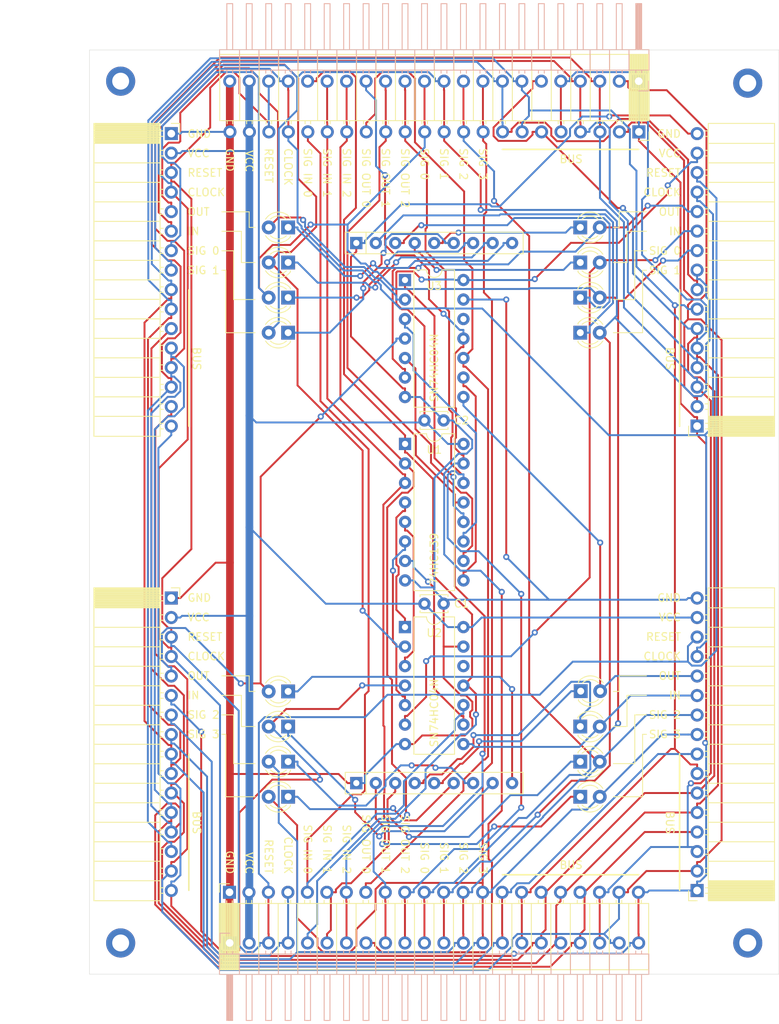
<source format=kicad_pcb>
(kicad_pcb (version 20221018) (generator pcbnew)
  (layers (0 "F.Cu" signal) (31 "B.Cu" signal) (34 "B.Paste" user) (35 "F.Paste" user) (36 "B.SilkS" user "B.Silkscreen") (37 "F.SilkS" user "F.Silkscreen") (38 "B.Mask" user) (39 "F.Mask" user) (44 "Edge.Cuts" user))
  (net 0 "")
  (net 1 "BUS7")
  (net 2 "BUS6")
  (net 3 "BUS5")
  (net 4 "BUS4")
  (net 5 "BUS3")
  (net 6 "BUS2")
  (net 7 "BUS1")
  (net 8 "BUS0")
  (net 9 "SIG3")
  (net 10 "SIG2")
  (net 11 "SIG1")
  (net 12 "SIG0")
  (net 13 "CLOCK")
  (net 14 "RESET")
  (net 15 "VCC")
  (net 16 "GND")
  (net 17 "SIG_OUT_2")
  (net 18 "SIG_OUT_1")
  (net 19 "SIG_OUT_0")
  (net 20 "SIG_IN_2")
  (net 21 "SIG_IN_1")
  (net 22 "SIG_IN_0")
  (net 23 "MODULE_IN_0")
  (net 24 "MODULE_OUT_0")
  (net 25 "MODULE_IN_1")
  (net 26 "MODULE_OUT_1")
  (net 27 "MODULE_OUT_2")
  (net 28 "MODULE_IN_2")
  (net 29 "MODULE_OUT_3")
  (net 30 "MODULE_IN_3")
  (net 31 "Net-(D1-K)")
  (net 32 "Net-(D2-K)")
  (net 33 "Net-(D3-K)")
  (net 34 "Net-(D4-K)")
  (net 35 "Net-(D5-K)")
  (net 36 "Net-(D6-K)")
  (net 37 "Net-(D7-K)")
  (net 38 "Net-(D8-K)")
  (net 39 "Net-(D9-K)")
  (net 40 "Net-(D10-K)")
  (net 41 "Net-(D11-K)")
  (net 42 "Net-(D12-K)")
  (net 43 "Net-(D13-K)")
  (net 44 "Net-(D14-K)")
  (net 45 "Net-(D15-K)")
  (net 46 "Net-(D16-K)")
  (net 47 "Net-(U1A-~{Q0})")
  (net 48 "Net-(U1A-~{Q1})")
  (net 49 "Net-(U1A-~{Q2})")
  (net 50 "Net-(U1A-~{Q3})")
  (net 51 "Net-(U1B-~{Q3})")
  (net 52 "Net-(U1B-~{Q2})")
  (net 53 "Net-(U1B-~{Q1})")
  (net 54 "Net-(U1B-~{Q0})")
  (net 57 "~{SIG_IN_0}")
  (net 58 "~{SIG_OUT_0}")
  (footprint "Connector_PinSocket_2.54mm:PinSocket_1x16_P2.54mm_Horizontal" (layer "F.Cu") (at 61.468 61.697)
    (fp_text reference "J5" hide)
    (fp_text value "Conn_01x16")
  )
  (footprint "Connector_PinSocket_2.54mm:PinSocket_1x16_P2.54mm_Horizontal" (layer "F.Cu") (at 61.468 122.199)
    (fp_text reference "J6" hide)
    (fp_text value "Conn_01x16")
  )
  (footprint "Connector_PinSocket_2.54mm:PinSocket_1x16_P2.54mm_Horizontal" (layer "F.Cu") (at 130.048 99.797 180)
    (fp_text reference "J7" hide)
    (fp_text value "Conn_01x16")
  )
  (footprint "Connector_PinSocket_2.54mm:PinSocket_1x16_P2.54mm_Horizontal" (layer "F.Cu") (at 130.048 160.299 180)
    (fp_text reference "J8" hide)
    (fp_text value "Conn_01x16")
  )
  (footprint "Capacitor_THT:C_Disc_D3.4mm_W2.1mm_P2.50mm" (layer "F.Cu") (at 94.488 122.936)
    (fp_text reference "C1")
    (fp_text value "1uF")
  )
  (footprint "Capacitor_THT:C_Disc_D3.4mm_W2.1mm_P2.50mm" (layer "F.Cu") (at 94.488 99.06)
    (fp_text reference "C2")
    (fp_text value "1uF")
  )
  (footprint "Connector_PinSocket_2.54mm:PinSocket_1x22_P2.54mm_Horizontal" (layer "F.Cu") (at 122.458 61.468 -90)
    (fp_text reference "J2" hide)
    (fp_text value "Conn_01x22")
  )
  (footprint "Connector_PinSocket_2.54mm:PinSocket_1x22_P2.54mm_Horizontal" (layer "F.Cu") (at 69.058 160.528 90)
    (fp_text reference "J4" hide)
    (fp_text value "Conn_01x22")
  )
  (footprint "Package_DIP:DIP-16_W7.62mm" (layer "F.Cu") (at 91.958 102.123)
    (fp_text reference "U1")
    (fp_text value "74HC139")
  )
  (footprint "Package_DIP:DIP-14_W7.62mm" (layer "F.Cu") (at 91.948 125.984)
    (fp_text reference "U2")
    (fp_text value "SN74HC04N")
  )
  (footprint "LED_THT:LED_D3.0mm_Clear" (layer "F.Cu") (at 76.708 73.914 180)
    (fp_text reference "D1" hide)
    (fp_text value "LED")
  )
  (footprint "LED_THT:LED_D3.0mm_Clear" (layer "F.Cu") (at 76.708 78.486 180)
    (fp_text reference "D2" hide)
    (fp_text value "LED")
  )
  (footprint "LED_THT:LED_D3.0mm_Clear" (layer "F.Cu") (at 76.708 83.058 180)
    (fp_text reference "D3" hide)
    (fp_text value "LED")
  )
  (footprint "LED_THT:LED_D3.0mm_Clear" (layer "F.Cu") (at 76.708 87.63 180)
    (fp_text reference "D4" hide)
    (fp_text value "LED")
  )
  (footprint "LED_THT:LED_D3.0mm_Clear" (layer "F.Cu") (at 114.808 73.914)
    (fp_text reference "D5" hide)
    (fp_text value "LED")
  )
  (footprint "LED_THT:LED_D3.0mm_Clear" (layer "F.Cu") (at 114.808 78.486)
    (fp_text reference "D6" hide)
    (fp_text value "LED")
  )
  (footprint "LED_THT:LED_D3.0mm_Clear" (layer "F.Cu") (at 114.808 83.058)
    (fp_text reference "D7" hide)
    (fp_text value "LED")
  )
  (footprint "LED_THT:LED_D3.0mm_Clear" (layer "F.Cu") (at 114.808 87.63)
    (fp_text reference "D8" hide)
    (fp_text value "LED")
  )
  (footprint "LED_THT:LED_D3.0mm_Clear" (layer "F.Cu") (at 76.708 138.938 180)
    (fp_text reference "D10" hide)
    (fp_text value "LED")
  )
  (footprint "LED_THT:LED_D3.0mm_Clear" (layer "F.Cu") (at 76.708 143.51 180)
    (fp_text reference "D11" hide)
    (fp_text value "LED")
  )
  (footprint "LED_THT:LED_D3.0mm_Clear" (layer "F.Cu") (at 76.708 148.082 180)
    (fp_text reference "D12" hide)
    (fp_text value "LED")
  )
  (footprint "LED_THT:LED_D3.0mm_Clear" (layer "F.Cu") (at 114.866 134.328)
    (fp_text reference "D13" hide)
    (fp_text value "LED")
  )
  (footprint "LED_THT:LED_D3.0mm_Clear" (layer "F.Cu") (at 114.808 138.938)
    (fp_text reference "D14" hide)
    (fp_text value "LED")
  )
  (footprint "LED_THT:LED_D3.0mm_Clear" (layer "F.Cu") (at 114.808 143.51)
    (fp_text reference "D15" hide)
    (fp_text value "LED")
  )
  (footprint "LED_THT:LED_D3.0mm_Clear" (layer "F.Cu") (at 114.808 148.082)
    (fp_text reference "D16" hide)
    (fp_text value "LED")
  )
  (footprint "Resistor_THT:R_Array_SIP9" (layer "F.Cu") (at 85.598 75.946)
    (fp_text reference "RN1" hide)
    (fp_text value "1k")
  )
  (footprint "Resistor_THT:R_Array_SIP9" (layer "F.Cu") (at 85.598 146.304)
    (fp_text reference "RN2" hide)
    (fp_text value "1k")
  )
  (footprint "LED_THT:LED_D3.0mm_Clear" (layer "F.Cu") (at 76.708 134.366 180)
    (fp_text reference "D9" hide)
    (fp_text value "LED")
  )
  (footprint "Package_DIP:DIP-14_W7.62mm" (layer "F.Cu") (at 91.948 80.772)
    (fp_text reference "U3")
    (fp_text value "SN74HC04N")
  )
  (footprint "MountingHole:MountingHole_2.2mm_M2_DIN965_Pad" (layer "F.Cu") (at 136.652 167.132)
    (fp_text reference "HOLE4" hide)
    (fp_text value "MountingHole_2.2mm_M2_DIN965_Pad" hide)
  )
  (footprint "MountingHole:MountingHole_2.2mm_M2_DIN965_Pad" (layer "F.Cu") (at 54.864 167.132)
    (fp_text reference "HOLE3" hide)
    (fp_text value "MountingHole_2.2mm_M2_DIN965_Pad" hide)
  )
  (footprint "MountingHole:MountingHole_2.2mm_M2_DIN965_Pad" (layer "F.Cu") (at 54.864 54.864)
    (fp_text reference "HOLE1" hide)
    (fp_text value "MountingHole_2.2mm_M2_DIN965_Pad" hide)
  )
  (footprint "MountingHole:MountingHole_2.2mm_M2_DIN965_Pad" (layer "F.Cu") (at 136.652 55.118)
    (fp_text reference "HOLE2" hide)
    (fp_text value "MountingHole_2.2mm_M2_DIN965_Pad" hide)
  )
  (footprint "Connector_PinHeader_2.54mm:PinHeader_1x22_P2.54mm_Horizontal" (layer "B.Cu") (at 122.433 54.864 90)
    (fp_text reference "J1" hide)
    (fp_text value "Conn_01x22")
  )
  (footprint "Connector_PinHeader_2.54mm:PinHeader_1x22_P2.54mm_Horizontal" (layer "B.Cu") (at 69.083 167.132 -90)
    (fp_text reference "J3" hide)
    (fp_text value "Conn_01x22")
  )
  (gr_line (start 63.754 82.042) (end 63.754 99.822) (stroke (width 0.2)) (layer "F.SilkS"))
  (gr_line (start 104.648 63.754) (end 122.428 63.754) (stroke (width 0.2)) (layer "F.SilkS"))
  (gr_line (start 127.762 82.042) (end 127.762 99.822) (stroke (width 0.2)) (layer "F.SilkS"))
  (gr_line (start 127.762 142.494) (end 127.762 160.274) (stroke (width 0.2)) (layer "F.SilkS"))
  (gr_line (start 104.648 158.242) (end 122.428 158.242) (stroke (width 0.2)) (layer "F.SilkS"))
  (gr_line (start 69.596 137.414) (end 69.596 143.764) (stroke (width 0.12)) (layer "F.SilkS"))
  (gr_line (start 69.596 143.764) (end 72.39 143.764) (stroke (width 0.12)) (layer "F.SilkS"))
  (gr_line (start 68.072 132.334) (end 71.628 132.334) (stroke (width 0.12)) (layer "F.SilkS"))
  (gr_line (start 68.072 134.874) (end 70.612 134.874) (stroke (width 0.12)) (layer "F.SilkS"))
  (gr_line (start 70.612 134.874) (end 70.612 138.938) (stroke (width 0.12)) (layer "F.SilkS"))
  (gr_line (start 71.628 134.366) (end 72.39 134.366) (stroke (width 0.12)) (layer "F.SilkS"))
  (gr_line (start 70.612 138.938) (end 72.39 138.938) (stroke (width 0.12)) (layer "F.SilkS"))
  (gr_line (start 68.58 139.954) (end 68.072 139.954) (stroke (width 0.12)) (layer "F.SilkS"))
  (gr_line (start 71.628 132.334) (end 71.628 134.366) (stroke (width 0.12)) (layer "F.SilkS"))
  (gr_line (start 68.072 137.414) (end 69.596 137.414) (stroke (width 0.12)) (layer "F.SilkS"))
  (gr_line (start 68.58 139.954) (end 68.58 148.082) (stroke (width 0.12)) (layer "F.SilkS"))
  (gr_line (start 68.58 148.082) (end 72.39 148.082) (stroke (width 0.12)) (layer "F.SilkS"))
  (gr_line (start 121.92 76.962) (end 121.92 83.312) (stroke (width 0.12)) (layer "F.SilkS"))
  (gr_line (start 121.92 83.312) (end 119.126 83.312) (stroke (width 0.12)) (layer "F.SilkS"))
  (gr_line (start 123.444 71.882) (end 119.888 71.882) (stroke (width 0.12)) (layer "F.SilkS"))
  (gr_line (start 123.444 74.422) (end 120.904 74.422) (stroke (width 0.12)) (layer "F.SilkS"))
  (gr_line (start 120.904 74.422) (end 120.904 78.486) (stroke (width 0.12)) (layer "F.SilkS"))
  (gr_line (start 119.888 73.914) (end 119.126 73.914) (stroke (width 0.12)) (layer "F.SilkS"))
  (gr_line (start 120.904 78.486) (end 119.126 78.486) (stroke (width 0.12)) (layer "F.SilkS"))
  (gr_line (start 122.936 79.502) (end 123.444 79.502) (stroke (width 0.12)) (layer "F.SilkS"))
  (gr_line (start 119.888 71.882) (end 119.888 73.914) (stroke (width 0.12)) (layer "F.SilkS"))
  (gr_line (start 123.444 76.962) (end 121.92 76.962) (stroke (width 0.12)) (layer "F.SilkS"))
  (gr_line (start 122.936 79.502) (end 122.936 87.63) (stroke (width 0.12)) (layer "F.SilkS"))
  (gr_line (start 122.936 87.63) (end 119.126 87.63) (stroke (width 0.12)) (layer "F.SilkS"))
  (gr_line (start 122.936 148.082) (end 119.126 148.082) (stroke (width 0.12)) (layer "F.SilkS"))
  (gr_line (start 119.888 134.366) (end 119.126 134.366) (stroke (width 0.12)) (layer "F.SilkS"))
  (gr_line (start 123.444 134.874) (end 120.904 134.874) (stroke (width 0.12)) (layer "F.SilkS"))
  (gr_line (start 123.444 137.414) (end 121.92 137.414) (stroke (width 0.12)) (layer "F.SilkS"))
  (gr_line (start 120.904 134.874) (end 120.904 138.938) (stroke (width 0.12)) (layer "F.SilkS"))
  (gr_line (start 123.444 132.334) (end 119.888 132.334) (stroke (width 0.12)) (layer "F.SilkS"))
  (gr_line (start 121.92 143.764) (end 119.126 143.764) (stroke (width 0.12)) (layer "F.SilkS"))
  (gr_line (start 119.888 132.334) (end 119.888 134.366) (stroke (width 0.12)) (layer "F.SilkS"))
  (gr_line (start 120.904 138.938) (end 119.126 138.938) (stroke (width 0.12)) (layer "F.SilkS"))
  (gr_line (start 122.936 139.954) (end 122.936 148.082) (stroke (width 0.12)) (layer "F.SilkS"))
  (gr_line (start 122.936 139.954) (end 123.444 139.954) (stroke (width 0.12)) (layer "F.SilkS"))
  (gr_line (start 121.92 137.414) (end 121.92 143.764) (stroke (width 0.12)) (layer "F.SilkS"))
  (gr_line (start 68.58 79.502) (end 68.072 79.502) (stroke (width 0.12)) (layer "F.SilkS"))
  (gr_line (start 69.596 76.962) (end 69.596 83.312) (stroke (width 0.12)) (layer "F.SilkS"))
  (gr_line (start 70.612 78.486) (end 72.39 78.486) (stroke (width 0.12)) (layer "F.SilkS"))
  (gr_line (start 68.072 74.422) (end 70.612 74.422) (stroke (width 0.12)) (layer "F.SilkS"))
  (gr_line (start 68.072 76.962) (end 69.596 76.962) (stroke (width 0.12)) (layer "F.SilkS"))
  (gr_line (start 63.754 142.494) (end 63.754 160.274) (stroke (width 0.2)) (layer "F.SilkS"))
  (gr_line (start 68.58 87.63) (end 72.39 87.63) (stroke (width 0.12)) (layer "F.SilkS"))
  (gr_line (start 70.612 74.422) (end 70.612 78.486) (stroke (width 0.12)) (layer "F.SilkS"))
  (gr_line (start 69.596 83.312) (end 72.39 83.312) (stroke (width 0.12)) (layer "F.SilkS"))
  (gr_line (start 71.628 73.914) (end 72.39 73.914) (stroke (width 0.12)) (layer "F.SilkS"))
  (gr_line (start 71.628 71.882) (end 71.628 73.914) (stroke (width 0.12)) (layer "F.SilkS"))
  (gr_line (start 68.58 79.502) (end 68.58 87.63) (stroke (width 0.12)) (layer "F.SilkS"))
  (gr_line (start 68.072 71.882) (end 71.628 71.882) (stroke (width 0.12)) (layer "F.SilkS"))
  (gr_line (start 50.8 171.196) (end 50.8 50.8) (stroke (width 0.05)) (layer "Edge.Cuts"))
  (gr_line (start 140.716 50.8) (end 140.716 171.196) (stroke (width 0.05)) (layer "Edge.Cuts"))
  (gr_line (start 50.8 50.8) (end 140.716 50.8) (stroke (width 0.05)) (layer "Edge.Cuts"))
  (gr_line (start 140.716 171.196) (end 50.8 171.196) (stroke (width 0.05)) (layer "Edge.Cuts"))
  (gr_text "VCC" (at 63.5 64.262) (layer "F.SilkS") (effects (font (size 1 1)) (justify left)))
  (gr_text "RESET" (at 63.5 66.802) (layer "F.SilkS") (effects (font (size 1 1)) (justify left)))
  (gr_text "GND" (at 69.088 63.5 270) (layer "F.SilkS") (effects (font (size 1 1)) (justify left)))
  (gr_text "VCC" (at 71.628 63.754 270) (layer "F.SilkS") (effects (font (size 1 1)) (justify left)))
  (gr_text "RESET" (at 74.168 63.5 270) (layer "F.SilkS") (effects (font (size 1 1)) (justify left)))
  (gr_text "CLOCK" (at 63.5 69.342) (layer "F.SilkS") (effects (font (size 1 1)) (justify left)))
  (gr_text "OUT" (at 63.5 71.882) (layer "F.SilkS") (effects (font (size 1 1)) (justify left)))
  (gr_text "IN" (at 63.5 74.422) (layer "F.SilkS") (effects (font (size 1 1)) (justify left)))
  (gr_text "SIG 0" (at 63.5 76.962) (layer "F.SilkS") (effects (font (size 1 1)) (justify left)))
  (gr_text "SIG 1" (at 63.5 79.502) (layer "F.SilkS") (effects (font (size 1 1)) (justify left)))
  (gr_text "SIG IN 1" (at 81.788 63.5 270) (layer "F.SilkS") (effects (font (size 1 1)) (justify left)))
  (gr_text "SIG IN 0" (at 79.248 63.5 270) (layer "F.SilkS") (effects (font (size 1 1)) (justify left)))
  (gr_text "CLOCK" (at 76.708 63.5 270) (layer "F.SilkS") (effects (font (size 1 1)) (justify left)))
  (gr_text "SIG IN 2" (at 84.328 63.5 270) (layer "F.SilkS") (effects (font (size 1 1)) (justify left)))
  (gr_text "SIG OUT 1" (at 89.408 63.5 270) (layer "F.SilkS") (effects (font (size 1 1)) (justify left)))
  (gr_text "SIG OUT 0" (at 86.868 63.5 270) (layer "F.SilkS") (effects (font (size 1 1)) (justify left)))
  (gr_text "SIG OUT 2" (at 91.948 63.5 270) (layer "F.SilkS") (effects (font (size 1 1)) (justify left)))
  (gr_text "SIG 1" (at 97.028 63.5 270) (layer "F.SilkS") (effects (font (size 1 1)) (justify left)))
  (gr_text "SIG 0" (at 94.488 63.5 270) (layer "F.SilkS") (effects (font (size 1 1)) (justify left)))
  (gr_text "SIG 2" (at 99.568 63.5 270) (layer "F.SilkS") (effects (font (size 1 1)) (justify left)))
  (gr_text "SIG 3" (at 102.108 63.5 270) (layer "F.SilkS") (effects (font (size 1 1)) (justify left)))
  (gr_text "SIG 3" (at 63.5 139.954) (layer "F.SilkS") (effects (font (size 1 1)) (justify left)))
  (gr_text "SIG 2" (at 63.5 137.414) (layer "F.SilkS") (effects (font (size 1 1)) (justify left)))
  (gr_text "OUT" (at 63.5 132.334) (layer "F.SilkS") (effects (font (size 1 1)) (justify left)))
  (gr_text "CLOCK" (at 63.5 129.794) (layer "F.SilkS") (effects (font (size 1 1)) (justify left)))
  (gr_text "VCC" (at 63.5 124.714) (layer "F.SilkS") (effects (font (size 1 1)) (justify left)))
  (gr_text "RESET" (at 63.5 127.254) (layer "F.SilkS") (effects (font (size 1 1)) (justify left)))
  (gr_text "IN" (at 63.5 134.874) (layer "F.SilkS") (effects (font (size 1 1)) (justify left)))
  (gr_text "GND" (at 63.5 122.174) (layer "F.SilkS") (effects (font (size 1 1)) (justify left)))
  (gr_text "BUS" (at 64.77 149.86 270) (layer "F.SilkS") (effects (font (size 1 1)) (justify left)))
  (gr_text "BUS" (at 64.77 89.408 270) (layer "F.SilkS") (effects (font (size 1 1)) (justify left)))
  (gr_text "BUS" (at 112.014 65.024) (layer "F.SilkS") (effects (font (size 1 1)) (justify left)))
  (gr_text "BUS" (at 126.492 89.408 270) (layer "F.SilkS") (effects (font (size 1 1)) (justify left)))
  (gr_text "RESET" (at 128.016 66.802) (layer "F.SilkS") (effects (font (size 1 1)) (justify right)))
  (gr_text "VCC" (at 128.016 64.262) (layer "F.SilkS") (effects (font (size 1 1)) (justify right)))
  (gr_text "CLOCK" (at 128.016 69.342) (layer "F.SilkS") (effects (font (size 1 1)) (justify right)))
  (gr_text "IN" (at 128.016 74.422) (layer "F.SilkS") (effects (font (size 1 1)) (justify right)))
  (gr_text "OUT" (at 128.016 71.882) (layer "F.SilkS") (effects (font (size 1 1)) (justify right)))
  (gr_text "SIG 0" (at 128.016 76.962) (layer "F.SilkS") (effects (font (size 1 1)) (justify right)))
  (gr_text "SIG 1" (at 128.016 79.502) (layer "F.SilkS") (effects (font (size 1 1)) (justify right)))
  (gr_text "GND" (at 128.016 61.722) (layer "F.SilkS") (effects (font (size 1 1)) (justify right)))
  (gr_text "OUT" (at 128.016 132.334) (layer "F.SilkS") (effects (font (size 1 1)) (justify right)))
  (gr_text "RESET" (at 128.016 127.254) (layer "F.SilkS") (effects (font (size 1 1)) (justify right)))
  (gr_text "VCC" (at 128.016 124.714) (layer "F.SilkS") (effects (font (size 1 1)) (justify right)))
  (gr_text "BUS" (at 126.492 149.86 270) (layer "F.SilkS") (effects (font (size 1 1)) (justify left)))
  (gr_text "SIG 3" (at 128.016 139.954) (layer "F.SilkS") (effects (font (size 1 1)) (justify right)))
  (gr_text "SIG 2" (at 128.016 137.414) (layer "F.SilkS") (effects (font (size 1 1)) (justify right)))
  (gr_text "GND" (at 128.016 122.174) (layer "F.SilkS") (effects (font (size 1 1)) (justify right)))
  (gr_text "CLOCK" (at 128.016 129.794) (layer "F.SilkS") (effects (font (size 1 1)) (justify right)))
  (gr_text "IN" (at 128.016 134.874) (layer "F.SilkS") (effects (font (size 1 1)) (justify right)))
  (gr_text "BUS" (at 112.014 156.972) (layer "F.SilkS") (effects (font (size 1 1)) (justify left)))
  (gr_text "CLOCK" (at 76.708 158.242 270) (layer "F.SilkS") (effects (font (size 1 1)) (justify right)))
  (gr_text "SIG IN 1" (at 81.788 158.242 270) (layer "F.SilkS") (effects (font (size 1 1)) (justify right)))
  (gr_text "SIG IN 0" (at 79.248 158.242 270) (layer "F.SilkS") (effects (font (size 1 1)) (justify right)))
  (gr_text "SIG IN 2" (at 84.328 158.242 270) (layer "F.SilkS") (effects (font (size 1 1)) (justify right)))
  (gr_text "SIG 0" (at 94.488 158.242 270) (layer "F.SilkS") (effects (font (size 1 1)) (justify right)))
  (gr_text "SIG 1" (at 97.028 158.242 270) (layer "F.SilkS") (effects (font (size 1 1)) (justify right)))
  (gr_text "SIG 2" (at 99.568 158.242 270) (layer "F.SilkS") (effects (font (size 1 1)) (justify right)))
  (gr_text "SIG 3" (at 102.108 158.242 270) (layer "F.SilkS") (effects (font (size 1 1)) (justify right)))
  (gr_text "SIG OUT 1" (at 89.408 158.242 270) (layer "F.SilkS") (effects (font (size 1 1)) (justify right)))
  (gr_text "SIG OUT 0" (at 86.868 158.242 270) (layer "F.SilkS") (effects (font (size 1 1)) (justify right)))
  (gr_text "SIG OUT 2" (at 91.948 158.242 270) (layer "F.SilkS") (effects (font (size 1 1)) (justify right)))
  (gr_text "RESET" (at 74.168 158.242 270) (layer "F.SilkS") (effects (font (size 1 1)) (justify right)))
  (gr_text "VCC" (at 71.628 158.242 270) (layer "F.SilkS") (effects (font (size 1 1)) (justify right)))
  (gr_text "GND" (at 69.088 158.242 270) (layer "F.SilkS") (effects (font (size 1 1)) (justify right)))
  (gr_text "GND" (at 63.5 61.722) (layer "F.SilkS") (effects (font (size 1 1)) (justify left)))
  (segment (start 127.8795 68.0648) (end 122.458 62.6433) (width 0.25) (layer "F.Cu") (net 1))
  (segment (start 106.162 168.5292) (end 105.8607 168.8305) (width 0.25) (layer "F.Cu") (net 1))
  (segment (start 122.458 61.468) (end 122.458 62.6433) (width 0.25) (layer "F.Cu") (net 1))
  (segment (start 122.398 165.9317) (end 122.398 160.528) (width 0.25) (layer "F.Cu") (net 1))
  (segment (start 61.468 162.316) (end 61.468 160.299) (width 0.25) (layer "F.Cu") (net 1))
  (segment (start 105.8607 168.8305) (end 67.9825 168.8305) (width 0.25) (layer "F.Cu") (net 1))
  (segment (start 130.048 98.6217) (end 129.6807 98.6217) (width 0.25) (layer "F.Cu") (net 1))
  (segment (start 131.2233 102.1476) (end 130.048 100.9723) (width 0.25) (layer "F.Cu") (net 1))
  (segment (start 130.048 99.797) (end 130.048 100.9723) (width 0.25) (layer "F.Cu") (net 1))
  (segment (start 122.423 165.9567) (end 122.398 165.9317) (width 0.25) (layer "F.Cu") (net 1))
  (segment (start 129.6807 98.6217) (end 127.8795 96.8205) (width 0.25) (layer "F.Cu") (net 1))
  (segment (start 131.2233 140.9517) (end 131.2233 102.1476) (width 0.25) (layer "F.Cu") (net 1))
  (segment (start 122.423 167.132) (end 122.423 165.9567) (width 0.25) (layer "F.Cu") (net 1))
  (segment (start 131.1127 141.0623) (end 131.2233 140.9517) (width 0.25) (layer "F.Cu") (net 1))
  (segment (start 67.9825 168.8305) (end 61.468 162.316) (width 0.25) (layer "F.Cu") (net 1))
  (segment (start 127.8795 96.8205) (end 127.8795 68.0648) (width 0.25) (layer "F.Cu") (net 1))
  (segment (start 130.048 99.797) (end 130.048 98.6217) (width 0.25) (layer "F.Cu") (net 1))
  (via (at 106.162 168.5292) (size 0.8) (drill 0.4) (layers "F.Cu" "B.Cu") (net 1))
  (via (at 131.1127 141.0623) (size 0.8) (drill 0.4) (layers "F.Cu" "B.Cu") (net 1))
  (segment (start 61.468 99.797) (end 61.468 100.9723) (width 0.25) (layer "B.Cu") (net 1))
  (segment (start 121.2477 167.132) (end 121.2477 167.4993) (width 0.25) (layer "B.Cu") (net 1))
  (segment (start 62.6601 158.2969) (end 61.8333 159.1237) (width 0.25) (layer "B.Cu") (net 1))
  (segment (start 121.2477 167.4993) (end 120.2178 168.5292) (width 0.25) (layer "B.Cu") (net 1))
  (segment (start 120.2178 168.5292) (end 106.162 168.5292) (width 0.25) (layer "B.Cu") (net 1))
  (segment (start 61.9537 146.329) (end 62.6601 147.0354) (width 0.25) (layer "B.Cu") (net 1))
  (segment (start 61.8333 159.1237) (end 61.468 159.1237) (width 0.25) (layer "B.Cu") (net 1))
  (segment (start 122.398 160.528) (end 123.5733 160.528) (width 0.25) (layer "B.Cu") (net 1))
  (segment (start 122.458 60.2927) (end 122.433 60.2677) (width 0.25) (layer "B.Cu") (net 1))
  (segment (start 123.8023 160.299) (end 130.048 160.299) (width 0.25) (layer "B.Cu") (net 1))
  (segment (start 122.433 60.2677) (end 122.433 54.864) (width 0.25) (layer "B.Cu") (net 1))
  (segment (start 59.7876 145.0498) (end 61.0668 146.329) (width 0.25) (layer "B.Cu") (net 1))
  (segment (start 61.468 160.299) (end 61.468 159.1237) (width 0.25) (layer "B.Cu") (net 1))
  (segment (start 131.2234 141.173) (end 131.1127 141.0623) (width 0.25) (layer "B.Cu") (net 1))
  (segment (start 130.4153 159.1237) (end 131.2234 158.3156) (width 0.25) (layer "B.Cu") (net 1))
  (segment (start 130.048 160.299) (end 130.048 159.1237) (width 0.25) (layer "B.Cu") (net 1))
  (segment (start 61.0668 146.329) (end 61.9537 146.329) (width 0.25) (layer "B.Cu") (net 1))
  (segment (start 61.468 100.9723) (end 59.7876 102.6527) (width 0.25) (layer "B.Cu") (net 1))
  (segment (start 62.6601 147.0354) (end 62.6601 158.2969) (width 0.25) (layer "B.Cu") (net 1))
  (segment (start 59.7876 102.6527) (end 59.7876 145.0498) (width 0.25) (layer "B.Cu") (net 1))
  (segment (start 130.048 159.1237) (end 130.4153 159.1237) (width 0.25) (layer "B.Cu") (net 1))
  (segment (start 122.458 61.468) (end 122.458 60.2927) (width 0.25) (layer "B.Cu") (net 1))
  (segment (start 123.5733 160.528) (end 123.8023 160.299) (width 0.25) (layer "B.Cu") (net 1))
  (segment (start 122.423 167.132) (end 121.2477 167.132) (width 0.25) (layer "B.Cu") (net 1))
  (segment (start 131.2234 158.3156) (end 131.2234 141.173) (width 0.25) (layer "B.Cu") (net 1))
  (segment (start 130.048 97.257) (end 130.048 96.0817) (width 0.25) (layer "F.Cu") (net 2))
  (segment (start 61.8637 131.089) (end 61.0179 131.089) (width 0.25) (layer "F.Cu") (net 2))
  (segment (start 63.5596 132.7849) (end 61.8637 131.089) (width 0.25) (layer "F.Cu") (net 2))
  (segment (start 61.1007 98.4323) (end 61.468 98.4323) (width 0.25) (layer "F.Cu") (net 2))
  (segment (start 121.0933 61.468) (end 121.0933 60.66) (width 0.25) (layer "F.Cu") (net 2))
  (segment (start 131.2644 82.5259) (end 131.2644 61.2262) (width 0.25) (layer "F.Cu") (net 2))
  (segment (start 61.468 97.257) (end 61.468 98.4323) (width 0.25) (layer "F.Cu") (net 2))
  (segment (start 61.468 157.759) (end 61.468 156.5837) (width 0.25) (layer "F.Cu") (net 2))
  (segment (start 129.7364 96.0817) (end 128.3811 94.7264) (width 0.25) (layer "F.Cu") (net 2))
  (segment (start 130.5429 85.8944) (end 128.8556 85.8944) (width 0.25) (layer "F.Cu") (net 2))
  (segment (start 130.5033 83.287) (end 131.2644 82.5259) (width 0.25) (layer "F.Cu") (net 2))
  (segment (start 128.34 65.1811) (end 128.34 82.0496) (width 0.25) (layer "F.Cu") (net 2))
  (segment (start 121.0333 160.528) (end 121.0333 160.1607) (width 0.25) (layer "F.Cu") (net 2))
  (segment (start 128.8556 85.8944) (end 128.8556 84.0088) (width 0.25) (layer "F.Cu") (net 2))
  (segment (start 59.3793 129.4504) (end 59.3793 100.1537) (width 0.25) (layer "F.Cu") (net 2))
  (segment (start 133.2407 88.5922) (end 130.5429 85.8944) (width 0.25) (layer "F.Cu") (net 2))
  (segment (start 61.0179 131.089) (end 59.3793 129.4504) (width 0.25) (layer "F.Cu") (net 2))
  (segment (start 123.4104 60.2515) (end 128.34 65.1811) (width 0.25) (layer "F.Cu") (net 2))
  (segment (start 130.048 156.5837) (end 130.4246 156.5837) (width 0.25) (layer "F.Cu") (net 2))
  (segment (start 121.4355 56.0393) (end 121.0683 55.6721) (width 0.25) (layer "F.Cu") (net 2))
  (segment (start 130.048 96.0817) (end 129.7364 96.0817) (width 0.25) (layer "F.Cu") (net 2))
  (segment (start 59.3793 100.1537) (end 61.1007 98.4323) (width 0.25) (layer "F.Cu") (net 2))
  (segment (start 129.5774 83.287) (end 130.5033 83.287) (width 0.25) (layer "F.Cu") (net 2))
  (segment (start 130.4246 156.5837) (end 133.2407 153.7676) (width 0.25) (layer "F.Cu") (net 2))
  (segment (start 128.8556 84.0088) (end 129.5774 83.287) (width 0.25) (layer "F.Cu") (net 2))
  (segment (start 119.893 54.864) (end 121.0683 54.864) (width 0.25) (layer "F.Cu") (net 2))
  (segment (start 121.0933 60.66) (end 121.5018 60.2515) (width 0.25) (layer "F.Cu") (net 2))
  (segment (start 121.0333 160.1607) (end 123.435 157.759) (width 0.25) (layer "F.Cu") (net 2))
  (segment (start 126.0775 56.0393) (end 121.4355 56.0393) (width 0.25) (layer "F.Cu") (net 2))
  (segment (start 61.8353 156.5837) (end 63.5596 154.8594) (width 0.25) (layer "F.Cu") (net 2))
  (segment (start 61.468 156.5837) (end 61.8353 156.5837) (width 0.25) (layer "F.Cu") (net 2))
  (segment (start 123.435 157.759) (end 130.048 157.759) (width 0.25) (layer "F.Cu") (net 2))
  (segment (start 121.5018 60.2515) (end 123.4104 60.2515) (width 0.25) (layer "F.Cu") (net 2))
  (segment (start 63.5596 154.8594) (end 63.5596 132.7849) (width 0.25) (layer "F.Cu") (net 2))
  (segment (start 133.2407 153.7676) (end 133.2407 88.5922) (width 0.25) (layer "F.Cu") (net 2))
  (segment (start 128.3811 94.7264) (end 128.3811 86.3689) (width 0.25) (layer "F.Cu") (net 2))
  (segment (start 121.0683 55.6721) (end 121.0683 54.864) (width 0.25) (layer "F.Cu") (net 2))
  (segment (start 119.858 160.528) (end 121.0333 160.528) (width 0.25) (layer "F.Cu") (net 2))
  (segment (start 119.918 61.468) (end 121.0933 61.468) (width 0.25) (layer "F.Cu") (net 2))
  (segment (start 128.34 82.0496) (end 129.5774 83.287) (width 0.25) (layer "F.Cu") (net 2))
  (segment (start 130.048 157.759) (end 130.048 156.5837) (width 0.25) (layer "F.Cu") (net 2))
  (segment (start 131.2644 61.2262) (end 126.0775 56.0393) (width 0.25) (layer "F.Cu") (net 2))
  (segment (start 128.3811 86.3689) (end 128.8556 85.8944) (width 0.25) (layer "F.Cu") (net 2))
  (segment (start 119.883 167.132) (end 118.7077 167.132) (width 0.25) (layer "B.Cu") (net 2))
  (segment (start 119.858 163.9985) (end 117.8998 165.9567) (width 0.25) (layer "B.Cu") (net 2))
  (segment (start 105.913 167.5728) (end 105.913 166.6581) (width 0.25) (layer "B.Cu") (net 2))
  (segment (start 106.6144 165.9567) (end 117.8998 165.9567) (width 0.25) (layer "B.Cu") (net 2))
  (segment (start 60.2926 163.1138) (end 67.8309 170.6521) (width 0.25) (layer "B.Cu") (net 2))
  (segment (start 102.8337 170.6521) (end 105.913 167.5728) (width 0.25) (layer "B.Cu") (net 2))
  (segment (start 119.858 160.528) (end 119.858 163.9985) (width 0.25) (layer "B.Cu") (net 2))
  (segment (start 105.913 166.6581) (end 106.6144 165.9567) (width 0.25) (layer "B.Cu") (net 2))
  (segment (start 117.8998 165.9567) (end 118.7077 166.7646) (width 0.25) (layer "B.Cu") (net 2))
  (segment (start 118.7077 166.7646) (end 118.7077 167.132) (width 0.25) (layer "B.Cu") (net 2))
  (segment (start 60.2926 158.9344) (end 60.2926 163.1138) (width 0.25) (layer "B.Cu") (net 2))
  (segment (start 67.8309 170.6521) (end 102.8337 170.6521) (width 0.25) (layer "B.Cu") (net 2))
  (segment (start 61.468 157.759) (end 60.2926 158.9344) (width 0.25) (layer "B.Cu") (net 2))
  (segment (start 117.378 61.468) (end 117.378 60.2927) (width 0.25) (layer "F.Cu") (net 3))
  (segment (start 117.318 161.7033) (end 117.343 161.7283) (width 0.25) (layer "F.Cu") (net 3))
  (segment (start 117.353 54.864) (end 116.1777 54.864) (width 0.25) (layer "F.Cu") (net 3))
  (segment (start 61.1007 93.5417) (end 61.468 93.5417) (width 0.25) (layer "F.Cu") (net 3))
  (segment (start 117.353 60.2677) (end 117.378 60.2927) (width 0.25) (layer "F.Cu") (net 3))
  (segment (start 60.2418 89.1525) (end 60.2418 92.6828) (width 0.25) (layer "F.Cu") (net 3))
  (segment (start 130.048 94.717) (end 131.8381 96.5071) (width 0.25) (layer "F.Cu") (net 3))
  (segment (start 117.318 160.528) (end 117.318 161.7033) (width 0.25) (layer "F.Cu") (net 3))
  (segment (start 117.353 54.864) (end 117.353 56.0393) (width 0.25) (layer "F.Cu") (net 3))
  (segment (start 117.353 56.0393) (end 117.353 60.2677) (width 0.25) (layer "F.Cu") (net 3))
  (segment (start 62.677 79.0156) (end 62.677 87.6162) (width 0.25) (layer "F.Cu") (net 3))
  (segment (start 113.4661 51.7851) (end 67.8239 51.7851) (width 0.25) (layer "F.Cu") (net 3))
  (segment (start 130.5044 146.329) (end 129.2404 146.329) (width 0.25) (layer "F.Cu") (net 3))
  (segment (start 116.1777 54.864) (end 116.1777 54.4967) (width 0.25) (layer "F.Cu") (net 3))
  (segment (start 62.677 87.6162) (end 61.9262 88.367) (width 0.25) (layer "F.Cu") (net 3))
  (segment (start 58.9193 76.1064) (end 61.0199 78.207) (width 0.25) (layer "F.Cu") (net 3))
  (segment (start 131.8381 144.9953) (end 130.5044 146.329) (width 0.25) (layer "F.Cu") (net 3))
  (segment (start 60.2418 92.6828) (end 61.1007 93.5417) (width 0.25) (layer "F.Cu") (net 3))
  (segment (start 61.0273 88.367) (end 60.2418 89.1525) (width 0.25) (layer "F.Cu") (net 3))
  (segment (start 61.9262 88.367) (end 61.0273 88.367) (width 0.25) (layer "F.Cu") (net 3))
  (segment (start 61.8684 78.207) (end 62.677 79.0156) (width 0.25) (layer "F.Cu") (net 3))
  (segment (start 61.468 94.717) (end 61.468 93.5417) (width 0.25) (layer "F.Cu") (net 3))
  (segment (start 131.8381 96.5071) (end 131.8381 144.9953) (width 0.25) (layer "F.Cu") (net 3))
  (segment (start 117.343 161.7283) (end 117.343 167.132) (width 0.25) (layer "F.Cu") (net 3))
  (segment (start 116.1777 54.4967) (end 113.4661 51.7851) (width 0.25) (layer "F.Cu") (net 3))
  (segment (start 61.0199 78.207) (end 61.8684 78.207) (width 0.25) (layer "F.Cu") (net 3))
  (segment (start 58.9193 60.6897) (end 58.9193 76.1064) (width 0.25) (layer "F.Cu") (net 3))
  (segment (start 67.8239 51.7851) (end 58.9193 60.6897) (width 0.25) (layer "F.Cu") (net 3))
  (via (at 129.2404 146.329) (size 0.8) (drill 0.4) (layers "F.Cu" "B.Cu") (net 3))
  (segment (start 61.1007 154.0437) (end 61.468 154.0437) (width 0.25) (layer "B.Cu") (net 3))
  (segment (start 128.825 154.6313) (end 128.825 146.7444) (width 0.25) (layer "B.Cu") (net 3))
  (segment (start 117.378 70.0856) (end 120.5051 73.2127) (width 0.25) (layer "B.Cu") (net 3))
  (segment (start 130.048 94.717) (end 130.048 93.5417) (width 0.25) (layer "B.Cu") (net 3))
  (segment (start 117.318 160.528) (end 118.4933 160.528) (width 0.25) (layer "B.Cu") (net 3))
  (segment (start 61.468 155.219) (end 61.468 154.0437) (width 0.25) (layer "B.Cu") (net 3))
  (segment (start 118.4933 160.1607) (end 118.4933 160.528) (width 0.25) (layer "B.Cu") (net 3))
  (segment (start 120.5051 84.3662) (end 129.6806 93.5417) (width 0.25) (layer "B.Cu") (net 3))
  (segment (start 128.825 154.6313) (end 124.0227 154.6313) (width 0.25) (layer "B.Cu") (net 3))
  (segment (start 58.4078 151.3508) (end 61.1007 154.0437) (width 0.25) (layer "B.Cu") (net 3))
  (segment (start 120.5051 73.2127) (end 120.5051 84.3662) (width 0.25) (layer "B.Cu") (net 3))
  (segment (start 129.6806 93.5417) (end 130.048 93.5417) (width 0.25) (layer "B.Cu") (net 3))
  (segment (start 124.0227 154.6313) (end 118.4933 160.1607) (width 0.25) (layer "B.Cu") (net 3))
  (segment (start 128.825 146.7444) (end 129.2404 146.329) (width 0.25) (layer "B.Cu") (net 3))
  (segment (start 61.468 94.717) (end 58.4078 97.7772) (width 0.25) (layer "B.Cu") (net 3))
  (segment (start 117.378 61.468) (end 117.378 70.0856) (width 0.25) (layer "B.Cu") (net 3))
  (segment (start 58.4078 97.7772) (end 58.4078 151.3508) (width 0.25) (layer "B.Cu") (net 3))
  (segment (start 130.048 154.6313) (end 128.825 154.6313) (width 0.25) (layer "B.Cu") (net 3))
  (segment (start 130.048 155.219) (end 130.048 154.6313) (width 0.25) (layer "B.Cu") (net 3))
  (segment (start 113.6377 54.4967) (end 111.3764 52.2354) (width 0.25) (layer "F.Cu") (net 4))
  (segment (start 61.468 152.679) (end 62.6554 151.4916) (width 0.25) (layer "F.Cu") (net 4))
  (segment (start 114.813 54.864) (end 113.6377 54.864) (width 0.25) (layer "F.Cu") (net 4))
  (segment (start 113.6277 167.4993) (end 113.6277 167.132) (width 0.25) (layer "F.Cu") (net 4))
  (segment (start 61.8354 91.0017) (end 61.468 91.0017) (width 0.25) (layer "F.Cu") (net 4))
  (segment (start 63.1556 76.9623) (end 63.1556 89.6815) (width 0.25) (layer "F.Cu") (net 4))
  (segment (start 63.1556 89.6815) (end 61.8354 91.0017) (width 0.25) (layer "F.Cu") (net 4))
  (segment (start 115.3657 160.528) (end 115.3657 165.394) (width 0.25) (layer "F.Cu") (net 4))
  (segment (start 115.3657 160.528) (end 123.2147 152.679) (width 0.25) (layer "F.Cu") (net 4))
  (segment (start 114.813 54.864) (end 114.813 60.2677) (width 0.25) (layer "F.Cu") (net 4))
  (segment (start 60.9784 75.667) (end 61.8603 75.667) (width 0.25) (layer "F.Cu") (net 4))
  (segment (start 115.3657 165.394) (end 114.803 165.9567) (width 0.25) (layer "F.Cu") (net 4))
  (segment (start 59.3719 162.1312) (end 67.4664 170.2257) (width 0.25) (layer "F.Cu") (net 4))
  (segment (start 59.3696 74.0582) (end 60.9784 75.667) (width 0.25) (layer "F.Cu") (net 4))
  (segment (start 114.803 167.132) (end 114.803 165.9567) (width 0.25) (layer "F.Cu") (net 4))
  (segment (start 59.3696 60.9712) (end 59.3696 74.0582) (width 0.25) (layer "F.Cu") (net 4))
  (segment (start 62.6554 151.4916) (end 62.6554 149.6051) (width 0.25) (layer "F.Cu") (net 4))
  (segment (start 59.3719 150.5076) (end 59.3719 162.1312) (width 0.25) (layer "F.Cu") (net 4))
  (segment (start 114.778 160.528) (end 115.3657 160.528) (width 0.25) (layer "F.Cu") (net 4))
  (segment (start 62.6554 149.6051) (end 62.0113 148.961) (width 0.25) (layer "F.Cu") (net 4))
  (segment (start 67.4664 170.2257) (end 110.9013 170.2257) (width 0.25) (layer "F.Cu") (net 4))
  (segment (start 110.9013 170.2257) (end 113.6277 167.4993) (width 0.25) (layer "F.Cu") (net 4))
  (segment (start 114.803 167.132) (end 113.6277 167.132) (width 0.25) (layer "F.Cu") (net 4))
  (segment (start 123.2147 152.679) (end 130.048 152.679) (width 0.25) (layer "F.Cu") (net 4))
  (segment (start 114.838 61.468) (end 114.838 60.2927) (width 0.25) (layer "F.Cu") (net 4))
  (segment (start 61.8603 75.667) (end 63.1556 76.9623) (width 0.25) (layer "F.Cu") (net 4))
  (segment (start 111.3764 52.2354) (end 68.1054 52.2354) (width 0.25) (layer "F.Cu") (net 4))
  (segment (start 61.468 92.177) (end 61.468 91.0017) (width 0.25) (layer "F.Cu") (net 4))
  (segment (start 62.0113 148.961) (end 60.9185 148.961) (width 0.25) (layer "F.Cu") (net 4))
  (segment (start 68.1054 52.2354) (end 59.3696 60.9712) (width 0.25) (layer "F.Cu") (net 4))
  (segment (start 60.9185 148.961) (end 59.3719 150.5076) (width 0.25) (layer "F.Cu") (net 4))
  (segment (start 113.6377 54.864) (end 113.6377 54.4967) (width 0.25) (layer "F.Cu") (net 4))
  (segment (start 114.813 60.2677) (end 114.838 60.2927) (width 0.25) (layer "F.Cu") (net 4))
  (segment (start 61.468 152.679) (end 61.468 151.5037) (width 0.25) (layer "B.Cu") (net 4))
  (segment (start 117.8807 60.2813) (end 118.648 61.0486) (width 0.25) (layer "B.Cu") (net 4))
  (segment (start 61.8353 93.3523) (end 62.6552 94.1722) (width 0.25) (layer "B.Cu") (net 4))
  (segment (start 116.0133 61.468) (end 116.0133 61.1007) (width 0.25) (layer "B.Cu") (net 4))
  (segment (start 121.0099 73.05) (end 121.0099 82.3309) (width 0.25) (layer "B.Cu") (net 4))
  (segment (start 61.0027 95.987) (end 58.8581 98.1316) (width 0.25) (layer "B.Cu") (net 4))
  (segment (start 61.1007 151.5037) (end 61.468 151.5037) (width 0.25) (layer "B.Cu") (net 4))
  (segment (start 129.6807 91.0017) (end 130.048 91.0017) (width 0.25) (layer "B.Cu") (net 4))
  (segment (start 121.0099 82.3309) (end 129.6807 91.0017) (width 0.25) (layer "B.Cu") (net 4))
  (segment (start 61.468 92.177) (end 61.468 93.3523) (width 0.25) (layer "B.Cu") (net 4))
  (segment (start 114.838 61.468) (end 116.0133 61.468) (width 0.25) (layer "B.Cu") (net 4))
  (segment (start 116.0133 61.1007) (end 116.8327 60.2813) (width 0.25) (layer "B.Cu") (net 4))
  (segment (start 61.9157 95.987) (end 61.0027 95.987) (width 0.25) (layer "B.Cu") (net 4))
  (segment (start 58.8581 98.1316) (end 58.8581 149.2611) (width 0.25) (layer "B.Cu") (net 4))
  (segment (start 118.648 61.0486) (end 118.648 70.6881) (width 0.25) (layer "B.Cu") (net 4))
  (segment (start 58.8581 149.2611) (end 61.1007 151.5037) (width 0.25) (layer "B.Cu") (net 4))
  (segment (start 118.648 70.6881) (end 121.0099 73.05) (width 0.25) (layer "B.Cu") (net 4))
  (segment (start 116.8327 60.2813) (end 117.8807 60.2813) (width 0.25) (layer "B.Cu") (net 4))
  (segment (start 62.6552 94.1722) (end 62.6552 95.2475) (width 0.25) (layer "B.Cu") (net 4))
  (segment (start 62.6552 95.2475) (end 61.9157 95.987) (width 0.25) (layer "B.Cu") (net 4))
  (segment (start 61.468 93.3523) (end 61.8353 93.3523) (width 0.25) (layer "B.Cu") (net 4))
  (segment (start 130.048 92.177) (end 130.048 91.0017) (width 0.25) (layer "B.Cu") (net 4))
  (segment (start 112.263 167.132) (end 111.6754 167.132) (width 0.25) (layer "F.Cu") (net 5))
  (segment (start 61.468 151.3143) (end 61.1007 151.3143) (width 0.25) (layer "F.Cu") (net 5))
  (segment (start 111.6754 167.132) (end 111.6754 162.2659) (width 0.25) (layer "F.Cu") (net 5))
  (segment (start 112.238 161.1156) (end 123.2146 150.139) (width 0.25) (layer "F.Cu") (net 5))
  (segment (start 130.048 90.8123) (end 130.4153 90.8123) (width 0.25) (layer "F.Cu") (net 5))
  (segment (start 67.653 169.7754) (end 109.032 169.7754) (width 0.25) (layer "F.Cu") (net 5))
  (segment (start 111.6754 162.2659) (end 112.238 161.7033) (width 0.25) (layer "F.Cu") (net 5))
  (segment (start 112.273 54.864) (end 112.273 60.2677) (width 0.25) (layer "F.Cu") (net 5))
  (segment (start 130.4153 90.8123) (end 132.7727 93.1697) (width 0.25) (layer "F.Cu") (net 5))
  (segment (start 123.2146 150.139) (end 130.048 150.139) (width 0.25) (layer "F.Cu") (net 5))
  (segment (start 130.4153 148.9637) (end 130.048 148.9637) (width 0.25) (layer "F.Cu") (net 5))
  (segment (start 61.468 150.139) (end 61.468 151.3143) (width 0.25) (layer "F.Cu") (net 5))
  (segment (start 112.238 160.528) (end 112.238 161.1156) (width 0.25) (layer "F.Cu") (net 5))
  (segment (start 112.273 60.2677) (end 112.298 60.2927) (width 0.25) (layer "F.Cu") (net 5))
  (segment (start 132.7727 93.1697) (end 132.7727 146.6063) (width 0.25) (layer "F.Cu") (net 5))
  (segment (start 112.298 61.468) (end 112.298 60.2927) (width 0.25) (layer "F.Cu") (net 5))
  (segment (start 59.8222 152.5928) (end 59.8222 161.9446) (width 0.25) (layer "F.Cu") (net 5))
  (segment (start 109.032 169.7754) (end 111.6754 167.132) (width 0.25) (layer "F.Cu") (net 5))
  (segment (start 112.238 161.1156) (end 112.238 161.7033) (width 0.25) (layer "F.Cu") (net 5))
  (segment (start 130.048 150.139) (end 130.048 148.9637) (width 0.25) (layer "F.Cu") (net 5))
  (segment (start 132.7727 146.6063) (end 130.4153 148.9637) (width 0.25) (layer "F.Cu") (net 5))
  (segment (start 130.048 89.637) (end 130.048 90.8123) (width 0.25) (layer "F.Cu") (net 5))
  (segment (start 59.8222 161.9446) (end 67.653 169.7754) (width 0.25) (layer "F.Cu") (net 5))
  (segment (start 61.1007 151.3143) (end 59.8222 152.5928) (width 0.25) (layer "F.Cu") (net 5))
  (segment (start 61.468 89.637) (end 61.468 90.8123) (width 0.25) (layer "B.Cu") (net 5))
  (segment (start 63.112 92.089) (end 63.112 97.3036) (width 0.25) (layer "B.Cu") (net 5))
  (segment (start 122.8674 70.2825) (end 123.6334 69.5165) (width 0.25) (layer "B.Cu") (net 5))
  (segment (start 61.8886 98.527) (end 61.0286 98.527) (width 0.25) (layer "B.Cu") (net 5))
  (segment (start 123.4869 53.6887) (end 114.2562 53.6887) (width 0.25) (layer "B.Cu") (net 5))
  (segment (start 61.1006 148.9637) (end 61.468 148.9637) (width 0.25) (layer "B.Cu") (net 5))
  (segment (start 61.468 150.139) (end 61.468 148.9637) (width 0.25) (layer "B.Cu") (net 5))
  (segment (start 130.4778 83.3116) (end 128.7088 83.3116) (width 0.25) (layer "B.Cu") (net 5))
  (segment (start 63.112 97.3036) (end 61.8886 98.527) (width 0.25) (layer "B.Cu") (net 5))
  (segment (start 128.7088 83.3116) (end 122.8674 77.4702) (width 0.25) (layer "B.Cu") (net 5))
  (segment (start 123.6334 53.8352) (end 123.4869 53.6887) (width 0.25) (layer "B.Cu") (net 5))
  (segment (start 59.3084 100.2472) (end 59.3084 147.1715) (width 0.25) (layer "B.Cu") (net 5))
  (segment (start 112.273 54.864) (end 113.4483 54.864) (width 0.25) (layer "B.Cu") (net 5))
  (segment (start 113.4483 54.4966) (end 113.4483 54.864) (width 0.25) (layer "B.Cu") (net 5))
  (segment (start 130.048 89.637) (end 130.048 88.4617) (width 0.25) (layer "B.Cu") (net 5))
  (segment (start 122.8674 77.4702) (end 122.8674 70.2825) (width 0.25) (layer "B.Cu") (net 5))
  (segment (start 59.3084 147.1715) (end 61.1006 148.9637) (width 0.25) (layer "B.Cu") (net 5))
  (segment (start 61.8353 90.8123) (end 63.112 92.089) (width 0.25) (layer "B.Cu") (net 5))
  (segment (start 131.2233 87.5917) (end 131.2233 84.0571) (width 0.25) (layer "B.Cu") (net 5))
  (segment (start 131.2233 84.0571) (end 130.4778 83.3116) (width 0.25) (layer "B.Cu") (net 5))
  (segment (start 61.468 90.8123) (end 61.8353 90.8123) (width 0.25) (layer "B.Cu") (net 5))
  (segment (start 61.0286 98.527) (end 59.3084 100.2472) (width 0.25) (layer "B.Cu") (net 5))
  (segment (start 114.2562 53.6887) (end 113.4483 54.4966) (width 0.25) (layer "B.Cu") (net 5))
  (segment (start 123.6334 69.5165) (end 123.6334 53.8352) (width 0.25) (layer "B.Cu") (net 5))
  (segment (start 130.048 88.4617) (end 130.3533 88.4617) (width 0.25) (layer "B.Cu") (net 5))
  (segment (start 130.3533 88.4617) (end 131.2233 87.5917) (width 0.25) (layer "B.Cu") (net 5))
  (segment (start 67.8396 169.3251) (end 106.6589 169.3251) (width 0.25) (layer "F.Cu") (net 6))
  (segment (start 108.5577 54.864) (end 108.5577 55.8323) (width 0.25) (layer "F.Cu") (net 6))
  (segment (start 63.1061 145.1529) (end 61.8353 146.4237) (width 0.25) (layer "F.Cu") (net 6))
  (segment (start 132.2885 145.3585) (end 132.2885 95.268) (width 0.25) (layer "F.Cu") (net 6))
  (segment (start 61.468 147.599) (end 61.468 147.3051) (width 0.25) (layer "F.Cu") (net 6))
  (segment (start 61.0733 133.629) (end 61.8602 133.629) (width 0.25) (layer "F.Cu") (net 6))
  (segment (start 58.8766 89.6884) (end 58.8766 131.4323) (width 0.25) (layer "F.Cu") (net 6))
  (segment (start 60.2725 161.758) (end 67.8396 169.3251) (width 0.25) (layer "F.Cu") (net 6))
  (segment (start 123.2147 147.599) (end 130.048 147.599) (width 0.25) (layer "F.Cu") (net 6))
  (segment (start 130.048 87.097) (end 130.048 88.2723) (width 0.25) (layer "F.Cu") (net 6))
  (segment (start 63.1058 152.7114) (end 61.8682 153.949) (width 0.25) (layer "F.Cu") (net 6))
  (segment (start 104.1347 62.6433) (end 107.7748 62.6433) (width 0.25) (layer "F.Cu") (net 6))
  (segment (start 128.8727 92.7494) (end 128.8727 89.0802) (width 0.25) (layer "F.Cu") (net 6))
  (segment (start 61.0703 153.949) (end 60.2725 154.7468) (width 0.25) (layer "F.Cu") (net 6))
  (segment (start 128.8727 89.0802) (end 129.6806 88.2723) (width 0.25) (layer "F.Cu") (net 6))
  (segment (start 109.723 167.132) (end 108.5477 167.132) (width 0.25) (layer "F.Cu") (net 6))
  (segment (start 119.6767 71.3867) (end 120.3723 71.3867) (width 0.25) (layer "F.Cu") (net 6))
  (segment (start 58.8766 131.4323) (end 61.0733 133.629) (width 0.25) (layer "F.Cu") (net 6))
  (segment (start 110.2857 165.394) (end 109.723 165.9567) (width 0.25) (layer "F.Cu") (net 6))
  (segment (start 108.5577 55.8323) (end 103.4988 60.8912) (width 0.25) (layer "F.Cu") (net 6))
  (segment (start 109.758 61.468) (end 108.5827 61.468) (width 0.25) (layer "F.Cu") (net 6))
  (segment (start 130.4675 93.447) (end 129.5703 93.447) (width 0.25) (layer "F.Cu") (net 6))
  (segment (start 108.5827 61.8354) (end 108.5827 61.468) (width 0.25) (layer "F.Cu") (net 6))
  (segment (start 103.4988 62.0074) (end 104.1347 62.6433) (width 0.25) (layer "F.Cu") (net 6))
  (segment (start 110.2857 160.528) (end 110.2857 165.394) (width 0.25) (layer "F.Cu") (net 6))
  (segment (start 129.6806 88.2723) (end 130.048 88.2723) (width 0.25) (layer "F.Cu") (net 6))
  (segment (start 109.723 167.132) (end 109.723 165.9567) (width 0.25) (layer "F.Cu") (net 6))
  (segment (start 61.8602 133.629) (end 63.1061 134.8749) (width 0.25) (layer "F.Cu") (net 6))
  (segment (start 109.758 61.468) (end 119.6767 71.3867) (width 0.25) (layer "F.Cu") (net 6))
  (segment (start 130.048 147.599) (end 132.2885 145.3585) (width 0.25) (layer "F.Cu") (net 6))
  (segment (start 109.733 54.864) (end 108.5577 54.864) (width 0.25) (layer "F.Cu") (net 6))
  (segment (start 63.1061 134.8749) (end 63.1061 145.1529) (width 0.25) (layer "F.Cu") (net 6))
  (segment (start 63.1058 148.9429) (end 63.1058 152.7114) (width 0.25) (layer "F.Cu") (net 6))
  (segment (start 61.8682 153.949) (end 61.0703 153.949) (width 0.25) (layer "F.Cu") (net 6))
  (segment (start 129.5703 93.447) (end 128.8727 92.7494) (width 0.25) (layer "F.Cu") (net 6))
  (segment (start 106.6589 169.3251) (end 108.5477 167.4363) (width 0.25) (layer "F.Cu") (net 6))
  (segment (start 132.2885 95.268) (end 130.4675 93.447) (width 0.25) (layer "F.Cu") (net 6))
  (segment (start 60.2725 154.7468) (end 60.2725 161.758) (width 0.25) (layer "F.Cu") (net 6))
  (segment (start 108.5477 167.4363) (end 108.5477 167.132) (width 0.25) (layer "F.Cu") (net 6))
  (segment (start 61.8353 146.4237) (end 61.468 146.4237) (width 0.25) (layer "F.Cu") (net 6))
  (segment (start 61.468 147.3051) (end 61.468 146.4237) (width 0.25) (layer "F.Cu") (net 6))
  (segment (start 103.4988 60.8912) (end 103.4988 62.0074) (width 0.25) (layer "F.Cu") (net 6))
  (segment (start 107.7748 62.6433) (end 108.5827 61.8354) (width 0.25) (layer "F.Cu") (net 6))
  (segment (start 110.2857 160.528) (end 123.2147 147.599) (width 0.25) (layer "F.Cu") (net 6))
  (segment (start 61.468 87.097) (end 58.8766 89.6884) (width 0.25) (layer "F.Cu") (net 6))
  (segment (start 61.468 147.3051) (end 63.1058 148.9429) (width 0.25) (layer "F.Cu") (net 6))
  (segment (start 109.698 160.528) (end 110.2857 160.528) (width 0.25) (layer "F.Cu") (net 6))
  (via (at 120.3723 71.3867) (size 0.8) (drill 0.4) (layers "F.Cu" "B.Cu") (net 6))
  (segment (start 120.3723 71.3867) (end 121.6853 72.6997) (width 0.25) (layer "B.Cu") (net 6))
  (segment (start 121.6853 72.6997) (end 121.6853 79.9096) (width 0.25) (layer "B.Cu") (net 6))
  (segment (start 130.048 87.097) (end 128.8727 87.097) (width 0.25) (layer "B.Cu") (net 6))
  (segment (start 121.6853 79.9096) (end 128.8727 87.097) (width 0.25) (layer "B.Cu") (net 6))
  (segment (start 61.1474 85.7323) (end 61.468 85.7323) (width 0.25) (layer "F.Cu") (net 7))
  (segment (start 62.6433 139.448) (end 61.9043 138.709) (width 0.25) (layer "F.Cu") (net 7))
  (segment (start 107.158 160.528) (end 107.158 161.7033) (width 0.25) (layer "F.Cu") (net 7))
  (segment (start 108.3333 160.1607) (end 108.3333 160.528) (width 0.25) (layer "F.Cu") (net 7))
  (segment (start 127.1497 141.8509) (end 126.6431 141.8509) (width 0.25) (layer "F.Cu") (net 7))
  (segment (start 127.1497 141.8509) (end 127.1497 84.0599) (width 0.25) (layer "F.Cu") (net 7))
  (segment (start 61.9043 138.709) (end 61.0724 138.709) (width 0.25) (layer "F.Cu") (net 7))
  (segment (start 62.6433 143.0758) (end 62.6433 139.448) (width 0.25) (layer "F.Cu") (net 7))
  (segment (start 61.8354 143.8837) (end 62.6433 143.0758) (width 0.25) (layer "F.Cu") (net 7))
  (segment (start 129.1825 143.8837) (end 127.1497 141.8509) (width 0.25) (layer "F.Cu") (net 7))
  (segment (start 61.468 143.8837) (end 61.8354 143.8837) (width 0.25) (layer "F.Cu") (net 7))
  (segment (start 58.4262 88.4535) (end 61.1474 85.7323) (width 0.25) (layer "F.Cu") (net 7))
  (segment (start 58.4262 136.0628) (end 58.4262 88.4535) (width 0.25) (layer "F.Cu") (net 7))
  (segment (start 61.468 84.557) (end 61.468 85.7323) (width 0.25) (layer "F.Cu") (net 7))
  (segment (start 130.048 145.059) (end 130.048 143.8837) (width 0.25) (layer "F.Cu") (net 7))
  (segment (start 107.158 160.528) (end 108.3333 160.528) (width 0.25) (layer "F.Cu") (net 7))
  (segment (start 61.0724 138.709) (end 58.4262 136.0628) (width 0.25) (layer "F.Cu") (net 7))
  (segment (start 130.048 143.8837) (end 129.1825 143.8837) (width 0.25) (layer "F.Cu") (net 7))
  (segment (start 61.468 145.059) (end 61.468 143.8837) (width 0.25) (layer "F.Cu") (net 7))
  (segment (start 107.183 161.7283) (end 107.183 167.132) (width 0.25) (layer "F.Cu") (net 7))
  (segment (start 126.6431 141.8509) (end 108.3333 160.1607) (width 0.25) (layer "F.Cu") (net 7))
  (segment (start 107.158 161.7033) (end 107.183 161.7283) (width 0.25) (layer "F.Cu") (net 7))
  (via (at 127.1497 84.0599) (size 0.8) (drill 0.4) (layers "F.Cu" "B.Cu") (net 7))
  (segment (start 121.2826 65.6854) (end 122.1357 66.5385) (width 0.25) (layer "B.Cu") (net 7))
  (segment (start 107.218 61.468) (end 107.218 60.2927) (width 0.25) (layer "B.Cu") (net 7))
  (segment (start 106.0177 54.864) (end 106.0177 54.4967) (width 0.25) (layer "B.Cu") (net 7))
  (segment (start 58.4747 59.9779) (end 58.4747 80.7557) (width 0.25) (layer "B.Cu") (net 7))
  (segment (start 106.0177 54.4967) (end 103.4085 51.8875) (width 0.25) (layer "B.Cu") (net 7))
  (segment (start 61.1007 83.3817) (end 61.468 83.3817) (width 0.25) (layer "B.Cu") (net 7))
  (segment (start 66.5651 51.8875) (end 58.4747 59.9779) (width 0.25) (layer "B.Cu") (net 7))
  (segment (start 128.3625 84.0468) (end 127.1628 84.0468) (width 0.25) (layer "B.Cu") (net 7))
  (segment (start 122.1357 79.0197) (end 127.1628 84.0468) (width 0.25) (layer "B.Cu") (net 7))
  (segment (start 108.1113 59.3994) (end 107.218 60.2927) (width 0.25) (layer "B.Cu") (net 7))
  (segment (start 130.048 84.557) (end 128.8727 84.557) (width 0.25) (layer "B.Cu") (net 7))
  (segment (start 121.2826 61.12) (end 121.2826 65.6854) (width 0.25) (layer "B.Cu") (net 7))
  (segment (start 58.4747 80.7557) (end 61.1007 83.3817) (width 0.25) (layer "B.Cu") (net 7))
  (segment (start 127.1628 84.0468) (end 127.1497 84.0599) (width 0.25) (layer "B.Cu") (net 7))
  (segment (start 108.1113 56.9576) (end 108.1113 58.6811) (width 0.25) (layer "B.Cu") (net 7))
  (segment (start 107.193 56.0393) (end 108.1113 56.9576) (width 0.25) (layer "B.Cu") (net 7))
  (segment (start 108.1113 58.6811) (end 118.8437 58.6811) (width 0.25) (layer "B.Cu") (net 7))
  (segment (start 108.1113 58.6811) (end 108.1113 59.3994) (width 0.25) (layer "B.Cu") (net 7))
  (segment (start 61.468 84.557) (end 61.468 83.3817) (width 0.25) (layer "B.Cu") (net 7))
  (segment (start 128.8727 84.557) (end 128.3625 84.0468) (width 0.25) (layer "B.Cu") (net 7))
  (segment (start 118.8437 58.6811) (end 121.2826 61.12) (width 0.25) (layer "B.Cu") (net 7))
  (segment (start 107.193 54.864) (end 107.193 56.0393) (width 0.25) (layer "B.Cu") (net 7))
  (segment (start 107.193 54.864) (end 106.0177 54.864) (width 0.25) (layer "B.Cu") (net 7))
  (segment (start 122.1357 66.5385) (end 122.1357 79.0197) (width 0.25) (layer "B.Cu") (net 7))
  (segment (start 103.4085 51.8875) (end 66.5651 51.8875) (width 0.25) (layer "B.Cu") (net 7))
  (segment (start 104.678 61.468) (end 105.8533 61.468) (width 0.25) (layer "F.Cu") (net 8))
  (segment (start 57.9758 138.2188) (end 61.1007 141.3437) (width 0.25) (layer "F.Cu") (net 8))
  (segment (start 105.8533 61.468) (end 105.8533 61.1007) (width 0.25) (layer "F.Cu") (net 8))
  (segment (start 123.574 59.7782) (end 128.8727 65.0769) (width 0.25) (layer "F.Cu") (net 8))
  (segment (start 128.8727 80.0338) (end 129.6806 80.8417) (width 0.25) (layer "F.Cu") (net 8))
  (segment (start 111.028 61.9411) (end 111.7661 62.6792) (width 0.25) (layer "F.Cu") (net 8))
  (segment (start 129.6806 80.8417) (end 130.048 80.8417) (width 0.25) (layer "F.Cu") (net 8))
  (segment (start 110.2562 60.2663) (end 111.028 61.0381) (width 0.25) (layer "F.Cu") (net 8))
  (segment (start 111.028 61.0381) (end 111.028 61.9411) (width 0.25) (layer "F.Cu") (net 8))
  (segment (start 105.8533 61.1007) (end 106.6877 60.2663) (width 0.25) (layer "F.Cu") (net 8))
  (segment (start 111.7661 62.6792) (end 117.8556 62.6792) (width 0.25) (layer "F.Cu") (net 8))
  (segment (start 57.9758 86.3172) (end 57.9758 138.2188) (width 0.25) (layer "F.Cu") (net 8))
  (segment (start 61.1007 141.3437) (end 61.468 141.3437) (width 0.25) (layer "F.Cu") (net 8))
  (segment (start 61.1007 83.1923) (end 57.9758 86.3172) (width 0.25) (layer "F.Cu") (net 8))
  (segment (start 104.643 165.9567) (end 104.618 165.9317) (width 0.25) (layer "F.Cu") (net 8))
  (segment (start 104.643 167.132) (end 104.643 165.9567) (width 0.25) (layer "F.Cu") (net 8))
  (segment (start 61.468 142.519) (end 61.468 141.3437) (width 0.25) (layer "F.Cu") (net 8))
  (segment (start 104.618 165.9317) (end 104.618 160.528) (width 0.25) (layer "F.Cu") (net 8))
  (segment (start 130.048 82.017) (end 130.048 80.8417) (width 0.25) (layer "F.Cu") (net 8))
  (segment (start 61.468 82.017) (end 61.468 83.1923) (width 0.25) (layer "F.Cu") (net 8))
  (segment (start 118.648 60.9912) (end 119.861 59.7782) (width 0.25) (layer "F.Cu") (net 8))
  (segment (start 128.8727 65.0769) (end 128.8727 80.0338) (width 0.25) (layer "F.Cu") (net 8))
  (segment (start 61.468 83.1923) (end 61.1007 83.1923) (width 0.25) (layer "F.Cu") (net 8))
  (segment (start 118.648 61.8868) (end 118.648 60.9912) (width 0.25) (layer "F.Cu") (net 8))
  (segment (start 106.6877 60.2663) (end 110.2562 60.2663) (width 0.25) (layer "F.Cu") (net 8))
  (segment (start 119.861 59.7782) (end 123.574 59.7782) (width 0.25) (layer "F.Cu") (net 8))
  (segment (start 117.8556 62.6792) (end 118.648 61.8868) (width 0.25) (layer "F.Cu") (net 8))
  (segment (start 124.9445 142.519) (end 108.1108 159.3527) (width 0.25) (layer "B.Cu") (net 8))
  (segment (start 66.7517 52.3378) (end 58.925 60.1645) (width 0.25) (layer "B.Cu") (net 8))
  (segment (start 61.8353 143.6943) (end 65.6832 147.5422) (width 0.25) (layer "B.Cu") (net 8))
  (segment (start 106.6012 159.3527) (end 105.7933 160.1606) (width 0.25) (layer "B.Cu") (net 8))
  (segment (start 104.653 54.864) (end 103.4777 54.864) (width 0.25) (layer "B.Cu") (net 8))
  (segment (start 61.1027 80.8417) (end 61.468 80.8417) (width 0.25) (layer "B.Cu") (net 8))
  (segment (start 68.0257 170.2017) (end 100.7653 170.2017) (width 0.25) (layer "B.Cu") (net 8))
  (segment (start 61.468 142.519) (end 61.468 143.6943) (width 0.25) (layer "B.Cu") (net 8))
  (segment (start 128.8727 142.519) (end 124.9445 142.519) (width 0.25) (layer "B.Cu") (net 8))
  (segment (start 103.4677 167.4993) (end 103.4677 167.132) (width 0.25) (layer "B.Cu") (net 8))
  (segment (start 108.1108 159.3527) (end 106.6012 159.3527) (width 0.25) (layer "B.Cu") (net 8))
  (segment (start 61.468 82.017) (end 61.468 80.8417) (width 0.25) (layer "B.Cu") (net 8))
  (segment (start 104.678 60.2927) (end 104.653 60.2677) (width 0.25) (layer "B.Cu") (net 8))
  (segment (start 130.048 142.519) (end 128.8727 142.519) (width 0.25) (layer "B.Cu") (net 8))
  (segment (start 104.653 60.2677) (end 104.653 54.864) (width 0.25) (layer "B.Cu") (net 8))
  (segment (start 58.925 60.1645) (end 58.925 78.664) (width 0.25) (layer "B.Cu") (net 8))
  (segment (start 58.925 78.664) (end 61.1027 80.8417) (width 0.25) (layer "B.Cu") (net 8))
  (segment (start 100.7653 170.2017) (end 103.4677 167.4993) (width 0.25) (layer "B.Cu") (net 8))
  (segment (start 65.6832 147.5422) (end 65.6832 167.8592) (width 0.25) (layer "B.Cu") (net 8))
  (segment (start 105.7933 160.1606) (end 105.7933 160.528) (width 0.25) (layer "B.Cu") (net 8))
  (segment (start 104.618 160.528) (end 105.7933 160.528) (width 0.25) (layer "B.Cu") (net 8))
  (segment (start 65.6832 167.8592) (end 68.0257 170.2017) (width 0.25) (layer "B.Cu") (net 8))
  (segment (start 101.3189 52.3378) (end 66.7517 52.3378) (width 0.25) (layer "B.Cu") (net 8))
  (segment (start 104.643 167.132) (end 103.4677 167.132) (width 0.25) (layer "B.Cu") (net 8))
  (segment (start 103.4777 54.4966) (end 101.3189 52.3378) (width 0.25) (layer "B.Cu") (net 8))
  (segment (start 103.4777 54.864) (end 103.4777 54.4966) (width 0.25) (layer "B.Cu") (net 8))
  (segment (start 104.678 61.468) (end 104.678 60.2927) (width 0.25) (layer "B.Cu") (net 8))
  (segment (start 61.468 143.6943) (end 61.8353 143.6943) (width 0.25) (layer "B.Cu") (net 8))
  (segment (start 103.2924 83.45) (end 102.2409 82.3985) (width 0.25) (layer "F.Cu") (net 9))
  (segment (start 102.078 165.9317) (end 102.078 160.528) (width 0.25) (layer "F.Cu") (net 9))
  (segment (start 102.078 160.528) (end 102.078 159.3054) (width 0.25) (layer "F.Cu") (net 9))
  (segment (start 102.113 60.2677) (end 102.113 54.864) (width 0.25) (layer "F.Cu") (net 9))
  (segment (start 84.811 168.3073) (end 85.593 167.5253) (width 0.25) (layer "F.Cu") (net 9))
  (segment (start 85.593 167.5253) (end 85.593 165.3477) (width 0.25) (layer "F.Cu") (net 9))
  (segment (start 102.103 165.9567) (end 102.078 165.9317) (width 0.25) (layer "F.Cu") (net 9))
  (segment (start 88.108 160.1355) (end 88.9381 159.3054) (width 0.25) (layer "F.Cu") (net 9))
  (segment (start 81.232 168.3073) (end 84.811 168.3073) (width 0.25) (layer "F.Cu") (net 9))
  (segment (start 80.513 167.5883) (end 81.232 168.3073) (width 0.25) (layer "F.Cu") (net 9))
  (segment (start 102.078 159.3054) (end 102.078 144.8998) (width 0.25) (layer "F.Cu") (net 9))
  (segment (start 102.5495 71.9248) (end 102.5495 63.0548) (width 0.25) (layer "F.Cu") (net 9))
  (segment (start 74.168 148.082) (end 77.8784 151.7924) (width 0.25) (layer "F.Cu") (net 9))
  (segment (start 102.138 61.468) (end 102.138 62.6433) (width 0.25) (layer "F.Cu") (net 9))
  (segment (start 102.2409 72.2334) (end 102.5495 71.9248) (width 0.25) (layer "F.Cu") (net 9))
  (segment (start 103.2924 143.6854) (end 103.2924 83.45) (width 0.25) (layer "F.Cu") (net 9))
  (segment (start 102.103 167.132) (end 102.103 165.9567) (width 0.25) (layer "F.Cu") (net 9))
  (segment (start 88.9381 159.3054) (end 102.078 159.3054) (width 0.25) (layer "F.Cu") (net 9))
  (segment (start 77.8784 151.7924) (end 77.8784 163.8672) (width 0.25) (layer "F.Cu") (net 9))
  (segment (start 102.138 60.2927) (end 102.113 60.2677) (width 0.25) (layer "F.Cu") (net 9))
  (segment (start 77.8784 163.8672) (end 80.513 166.5018) (width 0.25) (layer "F.Cu") (net 9))
  (segment (start 88.108 162.8327) (end 88.108 160.1355) (width 0.25) (layer "F.Cu") (net 9))
  (segment (start 102.078 144.8998) (end 103.2924 143.6854) (width 0.25) (layer "F.Cu") (net 9))
  (segment (start 80.513 166.5018) (end 80.513 167.5883) (width 0.25) (layer "F.Cu") (net 9))
  (segment (start 85.593 165.3477) (end 88.108 162.8327) (width 0.25) (layer "F.Cu") (net 9))
  (segment (start 102.2409 82.3985) (end 102.2409 72.2334) (width 0.25) (layer "F.Cu") (net 9))
  (segment (start 102.5495 63.0548) (end 102.138 62.6433) (width 0.25) (layer "F.Cu") (net 9))
  (segment (start 102.138 61.468) (end 102.138 60.2927) (width 0.25) (layer "F.Cu") (net 9))
  (segment (start 130.048 139.979) (end 128.8727 139.979) (width 0.25) (layer "B.Cu") (net 9))
  (segment (start 61.468 141.1543) (end 61.8353 141.1543) (width 0.25) (layer "B.Cu") (net 9))
  (segment (start 98.6098 169.7474) (end 100.9277 167.4295) (width 0.25) (layer "B.Cu") (net 9))
  (segment (start 102.103 167.132) (end 100.9277 167.132) (width 0.25) (layer "B.Cu") (net 9))
  (segment (start 103.2533 160.528) (end 103.2533 160.2276) (width 0.25) (layer "B.Cu") (net 9))
  (segment (start 125.451 139.979) (end 117.348 148.082) (width 0.25) (layer "B.Cu") (net 9))
  (segment (start 103.2533 160.2276) (end 113.7233 149.7576) (width 0.25) (layer "B.Cu") (net 9))
  (segment (start 113.7233 149.7576) (end 115.6724 149.7576) (width 0.25) (layer "B.Cu") (net 9))
  (segment (start 68.2398 169.7474) (end 98.6098 169.7474) (width 0.25) (layer "B.Cu") (net 9))
  (segment (start 66.1336 167.6412) (end 68.2398 169.7474) (width 0.25) (layer "B.Cu") (net 9))
  (segment (start 115.6724 149.7576) (end 117.348 148.082) (width 0.25) (layer "B.Cu") (net 9))
  (segment (start 66.1336 145.4526) (end 66.1336 167.6412) (width 0.25) (layer "B.Cu") (net 9))
  (segment (start 102.078 160.528) (end 103.2533 160.528) (width 0.25) (layer "B.Cu") (net 9))
  (segment (start 61.468 139.979) (end 61.468 141.1543) (width 0.25) (layer "B.Cu") (net 9))
  (segment (start 61.8353 141.1543) (end 66.1336 145.4526) (width 0.25) (layer "B.Cu") (net 9))
  (segment (start 100.9277 167.4295) (end 100.9277 167.132) (width 0.25) (layer "B.Cu") (net 9))
  (segment (start 128.8727 139.979) (end 125.451 139.979) (width 0.25) (layer "B.Cu") (net 9))
  (segment (start 99.563 165.9567) (end 99.538 165.9317) (width 0.25) (layer "F.Cu") (net 10))
  (segment (start 103.5646 70.4624) (end 108.146 75.0438) (width 0.25) (layer "F.Cu") (net 10))
  (segment (start 117.0705 143.51) (end 117.348 143.51) (width 0.25) (layer "F.Cu") (net 10))
  (segment (start 99.538 165.9317) (end 99.538 160.528) (width 0.25) (layer "F.Cu") (net 10))
  (segment (start 99.598 61.468) (end 99.598 60.2927) (width 0.25) (layer "F.Cu") (net 10))
  (segment (start 99.598 60.2927) (end 99.573 60.2677) (width 0.25) (layer "F.Cu") (net 10))
  (segment (start 99.563 167.132) (end 99.563 165.9567) (width 0.25) (layer "F.Cu") (net 10))
  (segment (start 108.146 134.5855) (end 117.0705 143.51) (width 0.25) (layer "F.Cu") (net 10))
  (segment (start 99.573 60.2677) (end 99.573 54.864) (width 0.25) (layer "F.Cu") (net 10))
  (segment (start 108.146 75.0438) (end 108.146 134.5855) (width 0.25) (layer "F.Cu") (net 10))
  (via (at 103.5646 70.4624) (size 0.8) (drill 0.4) (layers "F.Cu" "B.Cu") (net 10))
  (segment (start 98.3877 167.4993) (end 98.3877 167.132) (width 0.25) (layer "B.Cu") (net 10))
  (segment (start 77.8952 153.8918) (end 75.4826 151.4792) (width 0.25) (layer "B.Cu") (net 10))
  (segment (start 61.8353 138.6143) (end 66.7429 143.5219) (width 0.25) (layer "B.Cu") (net 10))
  (segment (start 103.5646 70.4624) (end 103.5646 66.6099) (width 0.25) (layer "B.Cu") (net 10))
  (segment (start 115.4014 145.8527) (end 117.348 143.9061) (width 0.25) (layer "B.Cu") (net 10))
  (segment (start 76.9665 169.2474) (end 77.8952 168.3187) (width 0.25) (layer "B.Cu") (net 10))
  (segment (start 100.7134 159.9848) (end 109.972 150.7262) (width 0.25) (layer "B.Cu") (net 10))
  (segment (start 103.5646 66.6099) (end 99.598 62.6433) (width 0.25) (layer "B.Cu") (net 10))
  (segment (start 117.348 143.51) (end 123.419 137.439) (width 0.25) (layer "B.Cu") (net 10))
  (segment (start 75.4826 144.8246) (end 74.168 143.51) (width 0.25) (layer "B.Cu") (net 10))
  (segment (start 61.468 137.439) (end 61.468 138.6143) (width 0.25) (layer "B.Cu") (net 10))
  (segment (start 100.7133 160.528) (end 100.7133 159.9848) (width 0.25) (layer "B.Cu") (net 10))
  (segment (start 75.4826 151.4792) (end 75.4826 144.8246) (width 0.25) (layer "B.Cu") (net 10))
  (segment (start 123.419 137.439) (end 130.048 137.439) (width 0.25) (layer "B.Cu") (net 10))
  (segment (start 97.5683 168.3187) (end 98.3877 167.4993) (width 0.25) (layer "B.Cu") (net 10))
  (segment (start 114.7645 145.8527) (end 115.4014 145.8527) (width 0.25) (layer "B.Cu") (net 10))
  (segment (start 99.538 160.528) (end 100.7133 160.528) (width 0.25) (layer "B.Cu") (net 10))
  (segment (start 117.348 143.9061) (end 117.348 143.51) (width 0.25) (layer "B.Cu") (net 10))
  (segment (start 109.972 150.6452) (end 114.7645 145.8527) (width 0.25) (layer "B.Cu") (net 10))
  (segment (start 66.7429 167.6136) (end 68.3767 169.2474) (width 0.25) (layer "B.Cu") (net 10))
  (segment (start 61.468 138.6143) (end 61.8353 138.6143) (width 0.25) (layer "B.Cu") (net 10))
  (segment (start 109.972 150.7262) (end 109.972 150.6452) (width 0.25) (layer "B.Cu") (net 10))
  (segment (start 66.7429 143.5219) (end 66.7429 167.6136) (width 0.25) (layer "B.Cu") (net 10))
  (segment (start 68.3767 169.2474) (end 76.9665 169.2474) (width 0.25) (layer "B.Cu") (net 10))
  (segment (start 99.563 167.132) (end 98.3877 167.132) (width 0.25) (layer "B.Cu") (net 10))
  (segment (start 100.7133 159.9848) (end 100.7134 159.9848) (width 0.25) (layer "B.Cu") (net 10))
  (segment (start 77.8952 168.3187) (end 77.8952 153.8918) (width 0.25) (layer "B.Cu") (net 10))
  (segment (start 77.8952 168.3187) (end 97.5683 168.3187) (width 0.25) (layer "B.Cu") (net 10))
  (segment (start 99.598 61.468) (end 99.598 62.6433) (width 0.25) (layer "B.Cu") (net 10))
  (segment (start 113.6766 145.9958) (end 109.2467 150.4257) (width 0.25) (layer "F.Cu") (net 11))
  (segment (start 97.033 54.864) (end 97.033 56.0393) (width 0.25) (layer "F.Cu") (net 11))
  (segment (start 97.058 56.0643) (end 97.058 61.468) (width 0.25) (layer "F.Cu") (net 11))
  (segment (start 118.6592 144.0132) (end 116.6766 145.9958) (width 0.25) (layer "F.Cu") (net 11))
  (segment (start 96.998 161.7033) (end 97.023 161.7283) (width 0.25) (layer "F.Cu") (net 11))
  (segment (start 97.033 56.0393) (end 97.058 56.0643) (width 0.25) (layer "F.Cu") (net 11))
  (segment (start 97.023 161.7283) (end 97.023 167.132) (width 0.25) (layer "F.Cu") (net 11))
  (segment (start 96.998 160.528) (end 96.998 161.7033) (width 0.25) (layer "F.Cu") (net 11))
  (segment (start 116.6766 145.9958) (end 113.6766 145.9958) (width 0.25) (layer "F.Cu") (net 11))
  (segment (start 97.058 61.468) (end 97.058 62.6433) (width 0.25) (layer "F.Cu") (net 11))
  (segment (start 101.8242 67.4095) (end 101.8242 71.6243) (width 0.25) (layer "F.Cu") (net 11))
  (segment (start 117.348 87.63) (end 118.6592 88.9412) (width 0.25) (layer "F.Cu") (net 11))
  (segment (start 97.058 62.6433) (end 101.8242 67.4095) (width 0.25) (layer "F.Cu") (net 11))
  (segment (start 118.6592 88.9412) (end 118.6592 144.0132) (width 0.25) (layer "F.Cu") (net 11))
  (via (at 101.8242 71.6243) (size 0.8) (drill 0.4) (layers "F.Cu" "B.Cu") (net 11))
  (via (at 109.2467 150.4257) (size 0.8) (drill 0.4) (layers "F.Cu" "B.Cu") (net 11))
  (segment (start 78.5938 53.6886) (end 77.8976 54.3848) (width 0.25) (layer "B.Cu") (net 11))
  (segment (start 119.3234 85.6546) (end 117.348 87.63) (width 0.25) (layer "B.Cu") (net 11))
  (segment (start 77.8976 58.6411) (end 77.8976 54.3848) (width 0.25) (layer "B.Cu") (net 11))
  (segment (start 76.3009 52.7881) (end 66.9383 52.7881) (width 0.25) (layer "B.Cu") (net 11))
  (segment (start 98.1733 160.1635) (end 98.1733 160.528) (width 0.25) (layer "B.Cu") (net 11))
  (segment (start 101.8379 71.638) (end 118.1137 71.638) (width 0.25) (layer "B.Cu") (net 11))
  (segment (start 129.5622 95.8934) (end 130.5604 95.8934) (width 0.25) (layer "B.Cu") (net 11))
  (segment (start 97.033 54.864) (end 95.8577 54.864) (width 0.25) (layer "B.Cu") (net 11))
  (segment (start 61.468 79.477) (end 61.468 78.3017) (width 0.25) (layer "B.Cu") (net 11))
  (segment (start 131.2233 89.0882) (end 131.6736 88.6379) (width 0.25) (layer "B.Cu") (net 11))
  (segment (start 130.4154 80.6523) (end 130.048 80.6523) (width 0.25) (layer "B.Cu") (net 11))
  (segment (start 101.8057 156.5311) (end 98.1733 160.1635) (width 0.25) (layer "B.Cu") (net 11))
  (segment (start 119.5797 85.3983) (end 119.3234 85.6546) (width 0.25) (layer "B.Cu") (net 11))
  (segment (start 75.4826 86.3154) (end 75.4826 61.0561) (width 0.25) (layer "B.Cu") (net 11))
  (segment (start 118.1137 71.638) (end 119.5797 73.104) (width 0.25) (layer "B.Cu") (net 11))
  (segment (start 131.2233 95.2305) (end 131.2233 89.0882) (width 0.25) (layer "B.Cu") (net 11))
  (segment (start 59.3753 76.5765) (end 61.1005 78.3017) (width 0.25) (layer "B.Cu") (net 11))
  (segment (start 130.048 79.477) (end 130.048 80.6523) (width 0.25) (layer "B.Cu") (net 11))
  (segment (start 96.998 160.528) (end 98.1733 160.528) (width 0.25) (layer "B.Cu") (net 11))
  (segment (start 130.5604 95.8934) (end 131.2233 95.2305) (width 0.25) (layer "B.Cu") (net 11))
  (segment (start 95.8577 54.864) (end 95.8577 54.4967) (width 0.25) (layer "B.Cu") (net 11))
  (segment (start 103.1413 156.5311) (end 101.8057 156.5311) (width 0.25) (layer "B.Cu") (net 11))
  (segment (start 66.9383 52.7881) (end 59.3753 60.3511) (width 0.25) (layer "B.Cu") (net 11))
  (segment (start 119.3234 85.6546) (end 129.5622 95.8934) (width 0.25) (layer "B.Cu") (net 11))
  (segment (start 95.8577 54.4967) (end 95.0496 53.6886) (width 0.25) (layer "B.Cu") (net 11))
  (segment (start 131.6736 83.4201) (end 131.2233 82.9698) (width 0.25) (layer "B.Cu") (net 11))
  (segment (start 131.2233 81.4602) (end 130.4154 80.6523) (width 0.25) (layer "B.Cu") (net 11))
  (segment (start 61.1005 78.3017) (end 61.468 78.3017) (width 0.25) (layer "B.Cu") (net 11))
  (segment (start 109.2467 150.4257) (end 103.1413 156.5311) (width 0.25) (layer "B.Cu") (net 11))
  (segment (start 131.2233 82.9698) (end 131.2233 81.4602) (width 0.25) (layer "B.Cu") (net 11))
  (segment (start 95.0496 53.6886) (end 78.5938 53.6886) (width 0.25) (layer "B.Cu") (net 11))
  (segment (start 131.6736 88.6379) (end 131.6736 83.4201) (width 0.25) (layer "B.Cu") (net 11))
  (segment (start 75.4826 61.0561) (end 77.8976 58.6411) (width 0.25) (layer "B.Cu") (net 11))
  (segment (start 74.168 87.63) (end 75.4826 86.3154) (width 0.25) (layer "B.Cu") (net 11))
  (segment (start 59.3753 60.3511) (end 59.3753 76.5765) (width 0.25) (layer "B.Cu") (net 11))
  (segment (start 77.8976 54.3848) (end 76.3009 52.7881) (width 0.25) (layer "B.Cu") (net 11))
  (segment (start 101.8242 71.6243) (end 101.8379 71.638) (width 0.25) (layer "B.Cu") (net 11))
  (segment (start 119.5797 73.104) (end 119.5797 85.3983) (width 0.25) (layer "B.Cu") (net 11))
  (segment (start 76.9826 76.2) (end 74.6843 76.2) (width 0.25) (layer "F.Cu") (net 12))
  (segment (start 94.458 161.7033) (end 94.483 161.7283) (width 0.25) (layer "F.Cu") (net 12))
  (segment (start 94.483 161.7283) (end 94.483 167.132) (width 0.25) (layer "F.Cu") (net 12))
  (segment (start 117.348 83.058) (end 119.3223 83.058) (width 0.25) (layer "F.Cu") (net 12))
  (segment (start 94.518 60.2927) (end 94.493 60.2677) (width 0.25) (layer "F.Cu") (net 12))
  (segment (start 72.913 77.9713) (end 72.913 81.803) (width 0.25) (layer "F.Cu") (net 12))
  (segment (start 119.743 83.4787) (end 119.743 138.5261) (width 0.25) (layer "F.Cu") (net 12))
  (segment (start 94.493 60.2677) (end 94.493 54.864) (width 0.25) (layer "F.Cu") (net 12))
  (segment (start 94.458 160.528) (end 94.458 161.7033) (width 0.25) (layer "F.Cu") (net 12))
  (segment (start 120.3603 83.4787) (end 125.6045 78.2345) (width 0.25) (layer "F.Cu") (net 12))
  (segment (start 79.6397 73.5429) (end 76.9826 76.2) (width 0.25) (layer "F.Cu") (net 12))
  (segment (start 72.913 81.803) (end 74.168 83.058) (width 0.25) (layer "F.Cu") (net 12))
  (segment (start 74.6843 76.2) (end 72.913 77.9713) (width 0.25) (layer "F.Cu") (net 12))
  (segment (start 119.3223 83.058) (end 119.743 83.4787) (width 0.25) (layer "F.Cu") (net 12))
  (segment (start 94.518 61.468) (end 94.518 60.2927) (width 0.25) (layer "F.Cu") (net 12))
  (segment (start 119.743 83.4787) (end 120.3603 83.4787) (width 0.25) (layer "F.Cu") (net 12))
  (via (at 119.743 138.5261) (size 0.8) (drill 0.4) (layers "F.Cu" "B.Cu") (net 12))
  (via (at 79.6397 73.5429) (size 0.8) (drill 0.4) (layers "F.Cu" "B.Cu") (net 12))
  (via (at 125.6045 78.2345) (size 0.8) (drill 0.4) (layers "F.Cu" "B.Cu") (net 12))
  (segment (start 61.468 75.7617) (end 61.8353 75.7617) (width 0.25) (layer "B.Cu") (net 12))
  (segment (start 72.8851 54.4205) (end 72.8851 81.7751) (width 0.25) (layer "B.Cu") (net 12))
  (segment (start 94.518 61.468) (end 94.518 62.6433) (width 0.25) (layer "B.Cu") (net 12))
  (segment (start 60.2759 64.7139) (end 60.2759 60.7243) (width 0.25) (layer "B.Cu") (net 12))
  (segment (start 108.0957 81.9373) (end 108.2004 81.8326) (width 0.25) (layer "B.Cu") (net 12))
  (segment (start 86.7983 78.6209) (end 87.8682 79.6908) (width 0.25) (layer "B.Cu") (net 12))
  (segment (start 61.069 65.507) (end 60.2759 64.7139) (width 0.25) (layer "B.Cu") (net 12))
  (segment (start 84.4602 73.5429) (end 84.4602 76.8738) (width 0.25) (layer "B.Cu") (net 12))
  (segment (start 61.8353 75.7617) (end 62.6434 74.9536) (width 0.25) (layer "B.Cu") (net 12))
  (segment (start 95.6333 160.2304) (end 96.5514 159.3123) (width 0.25) (layer "B.Cu") (net 12))
  (segment (start 87.8682 79.6908) (end 88.3243 79.6908) (width 0.25) (layer "B.Cu") (net 12))
  (segment (start 94.518 63.4851) (end 94.518 62.6433) (width 0.25) (layer "B.Cu") (net 12))
  (segment (start 94.458 160.528) (end 95.6333 160.528) (width 0.25) (layer "B.Cu") (net 12))
  (segment (start 95.6333 160.528) (end 95.6333 160.2304) (width 0.25) (layer "B.Cu") (net 12))
  (segment (start 116.1227 142.1464) (end 119.743 138.5261) (width 0.25) (layer "B.Cu") (net 12))
  (segment (start 115.3741 145.2431) (end 116.1227 144.4945) (width 0.25) (layer "B.Cu") (net 12))
  (segment (start 98.3207 159.3123) (end 106.7833 150.8497) (width 0.25) (layer "B.Cu") (net 12))
  (segment (start 86.2073 78.6209) (end 86.7983 78.6209) (width 0.25) (layer "B.Cu") (net 12))
  (segment (start 84.4602 73.5429) (end 94.518 63.4851) (width 0.25) (layer "B.Cu") (net 12))
  (segment (start 125.6045 78.2345) (end 127.5752 78.2345) (width 0.25) (layer "B.Cu") (net 12))
  (segment (start 90.5708 81.9373) (end 108.0957 81.9373) (width 0.25) (layer "B.Cu") (net 12))
  (segment (start 61.468 76.937) (end 61.468 75.7617) (width 0.25) (layer "B.Cu") (net 12))
  (segment (start 127.5752 78.2345) (end 128.8727 76.937) (width 0.25) (layer "B.Cu") (net 12))
  (segment (start 113.4036 145.2431) (end 115.3741 145.2431) (width 0.25) (layer "B.Cu") (net 12))
  (segment (start 62.6434 66.2882) (end 61.8622 65.507) (width 0.25) (layer "B.Cu") (net 12))
  (segment (start 72.1533 53.6887) (end 72.8851 54.4205) (width 0.25) (layer "B.Cu") (net 12))
  (segment (start 60.2759 60.7243) (end 67.3115 53.6887) (width 0.25) (layer "B.Cu") (net 12))
  (segment (start 88.3243 79.6908) (end 90.5708 81.9373) (width 0.25) (layer "B.Cu") (net 12))
  (segment (start 96.5514 159.3123) (end 98.3207 159.3123) (width 0.25) (layer "B.Cu") (net 12))
  (segment (start 61.8622 65.507) (end 61.069 65.507) (width 0.25) (layer "B.Cu") (net 12))
  (segment (start 130.048 76.937) (end 128.8727 76.937) (width 0.25) (layer "B.Cu") (net 12))
  (segment (start 116.1226 81.8326) (end 117.348 83.058) (width 0.25) (layer "B.Cu") (net 12))
  (segment (start 107.797 150.8497) (end 113.4036 145.2431) (width 0.25) (layer "B.Cu") (net 12))
  (segment (start 106.7833 150.8497) (end 107.797 150.8497) (width 0.25) (layer "B.Cu") (net 12))
  (segment (start 67.3115 53.6887) (end 72.1533 53.6887) (width 0.25) (layer "B.Cu") (net 12))
  (segment (start 72.8851 81.7751) (end 74.168 83.058) (width 0.25) (layer "B.Cu") (net 12))
  (segment (start 62.6434 74.9536) (end 62.6434 66.2882) (width 0.25) (layer "B.Cu") (net 12))
  (segment (start 108.2004 81.8326) (end 116.1226 81.8326) (width 0.25) (layer "B.Cu") (net 12))
  (segment (start 116.1227 144.4945) (end 116.1227 142.1464) (width 0.25) (layer "B.Cu") (net 12))
  (segment (start 84.4602 76.8738) (end 86.2073 78.6209) (width 0.25) (layer "B.Cu") (net 12))
  (segment (start 84.4602 73.5429) (end 79.6397 73.5429) (width 0.25) (layer "B.Cu") (net 12))
  (segment (start 61.468 128.6437) (end 61.1007 128.6437) (width 0.25) (layer "F.Cu") (net 13))
  (segment (start 76.713 54.864) (end 76.713 56.0393) (width 0.25) (layer "F.Cu") (net 13))
  (segment (start 63.606 71.455) (end 61.468 69.317) (width 0.25) (layer "F.Cu") (net 13))
  (segment (start 76.713 56.0393) (end 76.738 56.0643) (width 0.25) (layer "F.Cu") (net 13))
  (segment (start 61.1007 128.6437) (end 59.8338 127.3768) (width 0.25) (layer "F.Cu") (net 13))
  (segment (start 59.8338 105.3095) (end 63.606 101.5373) (width 0.25) (layer "F.Cu") (net 13))
  (segment (start 76.738 56.0643) (end 76.738 61.468) (width 0.25) (layer "F.Cu") (net 13))
  (segment (start 59.8338 127.3768) (end 59.8338 105.3095) (width 0.25) (layer "F.Cu") (net 13))
  (segment (start 63.606 101.5373) (end 63.606 71.455) (width 0.25) (layer "F.Cu") (net 13))
  (segment (start 61.468 129.819) (end 61.468 128.6437) (width 0.25) (layer "F.Cu") (net 13))
  (segment (start 118.5249 100.981) (end 102.0279 84.484) (width 0.25) (layer "B.Cu") (net 13))
  (segment (start 131.0265 100.981) (end 132.1239 99.8836) (width 0.25) (layer "B.Cu") (net 13))
  (segment (start 130.048 129.819) (end 130.048 128.6437) (width 0.25) (layer "B.Cu") (net 13))
  (segment (start 76.703 161.7283) (end 76.678 161.7033) (width 0.25) (layer "B.Cu") (net 13))
  (segment (start 102.0279 84.484) (end 97.3243 84.484) (width 0.25) (layer "B.Cu") (net 13))
  (segment (start 86.425 79.5215) (end 83.9557 79.5215) (width 0.25) (layer "B.Cu") (net 13))
  (segment (start 96.2228 84.435) (end 96.1738 84.484) (width 0.25) (layer "B.Cu") (net 13))
  (segment (start 74.23 168.797) (end 75.5277 167.4993) (width 0.25) (layer "B.Cu") (net 13))
  (segment (start 75.5377 54.4966) (end 74.2795 53.2384) (width 0.25) (layer "B.Cu") (net 13))
  (segment (start 67.8218 168.0309) (end 68.5879 168.797) (width 0.25) (layer "B.Cu") (net 13))
  (segment (start 130.4153 128.6437) (end 130.048 128.6437) (width 0.25) (layer "B.Cu") (net 13))
  (segment (start 76.678 160.528) (end 76.678 161.7033) (width 0.25) (layer "B.Cu") (net 13))
  (segment (start 131.0265 100.981) (end 118.5249 100.981) (width 0.25) (layer "B.Cu") (net 13))
  (segment (start 130.048 69.317) (end 130.048 70.4923) (width 0.25) (layer "B.Cu") (net 13))
  (segment (start 78.4641 73.7735) (end 77.935 73.2444) (width 0.25) (layer "B.Cu") (net 13))
  (segment (start 131.0265 100.981) (end 131.2385 101.193) (width 0.25) (layer "B.Cu") (net 13))
  (segment (start 76.703 167.132) (end 76.703 165.9567) (width 0.25) (layer "B.Cu") (net 13))
  (segment (start 78.4641 74.0299) (end 78.4641 73.7735) (width 0.25) (layer "B.Cu") (net 13))
  (segment (start 59.8256 66.8666) (end 61.1007 68.1417) (width 0.25) (layer "B.Cu") (net 13))
  (segment (start 76.703 167.132) (end 75.5277 167.132) (width 0.25) (layer "B.Cu") (net 13))
  (segment (start 68.5879 168.797) (end 74.23 168.797) (width 0.25) (layer "B.Cu") (net 13))
  (segment (start 131.2385 127.8205) (end 130.4153 128.6437) (width 0.25) (layer "B.Cu") (net 13))
  (segment (start 59.8256 60.5377) (end 59.8256 66.8666) (width 0.25) (layer "B.Cu") (net 13))
  (segment (start 61.1007 68.1417) (end 61.468 68.1417) (width 0.25) (layer "B.Cu") (net 13))
  (segment (start 88.7958 81.4362) (end 88.371 81.0114) (width 0.25) (layer "B.Cu") (net 13))
  (segment (start 91.3229 84.484) (end 88.7958 81.9569) (width 0.25) (layer "B.Cu") (net 13))
  (segment (start 83.9557 79.5215) (end 78.4641 74.0299) (width 0.25) (layer "B.Cu") (net 13))
  (segment (start 61.468 69.317) (end 61.468 68.1417) (width 0.25) (layer "B.Cu") (net 13))
  (segment (start 67.8218 136.1728) (end 67.8218 168.0309) (width 0.25) (layer "B.Cu") (net 13))
  (segment (start 87.9149 81.0114) (end 86.425 79.5215) (width 0.25) (layer "B.Cu") (net 13))
  (segment (start 67.1249 53.2384) (end 59.8256 60.5377) (width 0.25) (layer "B.Cu") (net 13))
  (segment (start 76.738 61.468) (end 76.738 62.6433) (width 0.25) (layer "B.Cu") (net 13))
  (segment (start 74.2795 53.2384) (end 67.1249 53.2384) (width 0.25) (layer "B.Cu") (net 13))
  (segment (start 96.1738 84.484) (end 91.3229 84.484) (width 0.25) (layer "B.Cu") (net 13))
  (segment (start 88.371 81.0114) (end 87.9149 81.0114) (width 0.25) (layer "B.Cu") (net 13))
  (segment (start 88.7958 81.9569) (end 88.7958 81.4362) (width 0.25) (layer "B.Cu") (net 13))
  (segment (start 132.1239 99.8836) (end 132.1239 72.2009) (width 0.25) (layer "B.Cu") (net 13))
  (segment (start 75.5277 167.4993) (end 75.5277 167.132) (width 0.25) (layer "B.Cu") (net 13))
  (segment (start 77.935 63.8403) (end 76.738 62.6433) (width 0.25) (layer "B.Cu") (net 13))
  (segment (start 130.4153 70.4923) (end 130.048 70.4923) (width 0.25) (layer "B.Cu") (net 13))
  (segment (start 97.3243 84.484) (end 97.2753 84.435) (width 0.25) (layer "B.Cu") (net 13))
  (segment (start 131.2385 101.193) (end 131.2385 127.8205) (width 0.25) (layer "B.Cu") (net 13))
  (segment (start 76.713 54.864) (end 75.5377 54.864) (width 0.25) (layer "B.Cu") (net 13))
  (segment (start 77.935 73.2444) (end 77.935 63.8403) (width 0.25) (layer "B.Cu") (net 13))
  (segment (start 132.1239 72.2009) (end 130.4153 70.4923) (width 0.25) (layer "B.Cu") (net 13))
  (segment (start 97.2753 84.435) (end 96.2228 84.435) (width 0.25) (layer "B.Cu") (net 13))
  (segment (start 75.5377 54.864) (end 75.5377 54.4966) (width 0.25) (layer "B.Cu") (net 13))
  (segment (start 61.468 129.819) (end 67.8218 136.1728) (width 0.25) (layer "B.Cu") (net 13))
  (segment (start 76.703 165.9567) (end 76.703 161.7283) (width 0.25) (layer "B.Cu") (net 13))
  (segment (start 74.163 167.132) (end 74.163 165.9567) (width 0.25) (layer "F.Cu") (net 14))
  (segment (start 70.363 56.4577) (end 74.198 60.2927) (width 0.25) (layer "F.Cu") (net 14))
  (segment (start 61.8353 65.6017) (end 66.5441 60.8929) (width 0.25) (layer "F.Cu") (net 14))
  (segment (start 61.8333 67.9523) (end 61.468 67.9523) (width 0.25) (layer "F.Cu") (net 14))
  (segment (start 66.5441 60.8929) (end 66.5441 55.7214) (width 0.25) (layer "F.Cu") (net 14))
  (segment (start 61.468 65.6017) (end 61.8353 65.6017) (width 0.25) (layer "F.Cu") (net 14))
  (segment (start 69.6583 53.6886) (end 70.363 54.3933) (width 0.25) (layer "F.Cu") (net 14))
  (segment (start 64.0897 70.2087) (end 61.8333 67.9523) (width 0.25) (layer "F.Cu") (net 14))
  (segment (start 60.2927 119.6162) (end 64.0897 115.8192) (width 0.25) (layer "F.Cu") (net 14))
  (segment (start 68.5769 53.6886) (end 69.6583 53.6886) (width 0.25) (layer "F.Cu") (net 14))
  (segment (start 61.1006 126.1037) (end 60.2927 125.2958) (width 0.25) (layer "F.Cu") (net 14))
  (segment (start 61.468 66.777) (end 61.468 67.9523) (width 0.25) (layer "F.Cu") (net 14))
  (segment (start 60.2927 125.2958) (end 60.2927 119.6162) (width 0.25) (layer "F.Cu") (net 14))
  (segment (start 74.198 61.468) (end 74.198 60.2927) (width 0.25) (layer "F.Cu") (net 14))
  (segment (start 74.138 165.9317) (end 74.138 160.528) (width 0.25) (layer "F.Cu") (net 14))
  (segment (start 70.363 54.3933) (end 70.363 56.4577) (width 0.25) (layer "F.Cu") (net 14))
  (segment (start 66.5441 55.7214) (end 68.5769 53.6886) (width 0.25) (layer "F.Cu") (net 14))
  (segment (start 61.468 66.777) (end 61.468 65.6017) (width 0.25) (layer "F.Cu") (net 14))
  (segment (start 61.468 127.279) (end 61.468 126.1037) (width 0.25) (layer "F.Cu") (net 14))
  (segment (start 64.0897 115.8192) (end 64.0897 70.2087) (width 0.25) (layer "F.Cu") (net 14))
  (segment (start 61.468 126.1037) (end 61.1006 126.1037) (width 0.25) (layer "F.Cu") (net 14))
  (segment (start 74.163 165.9567) (end 74.138 165.9317) (width 0.25) (layer "F.Cu") (net 14))
  (segment (start 113.8313 130.484) (end 109.5205 134.7948) (width 0.25) (layer "B.Cu") (net 14))
  (segment (start 72.9877 167.4994) (end 72.9877 167.132) (width 0.25) (layer "B.Cu") (net 14))
  (segment (start 72.1798 168.3073) (end 72.9877 167.4994) (width 0.25) (layer "B.Cu") (net 14))
  (segment (start 61.8353 128.4543) (end 70.2584 136.8774) (width 0.25) (layer "B.Cu") (net 14))
  (segment (start 130.048 66.777) (end 130.048 67.9523) (width 0.25) (layer "B.Cu") (net 14))
  (segment (start 70.2584 167.4453) (end 71.1204 168.3073) (width 0.25) (layer "B.Cu") (net 14))
  (segment (start 128.8484 128.4786) (end 128.8484 130.484) (width 0.25) (layer "B.Cu") (net 14))
  (segment (start 74.173 60.2677) (end 74.173 54.864) (width 0.25) (layer "B.Cu") (net 14))
  (segment (start 72.8849 158.0996) (end 74.138 159.3527) (width 0.25) (layer "B.Cu") (net 14))
  (segment (start 70.2584 136.8774) (end 70.2584 167.4453) (width 0.25) (layer "B.Cu") (net 14))
  (segment (start 130.048 127.279) (end 128.8484 128.4786) (width 0.25) (layer "B.Cu") (net 14))
  (segment (start 109.5205 134.7948) (end 89.6631 134.7948) (width 0.25) (layer "B.Cu") (net 14))
  (segment (start 72.8849 138.4757) (end 72.8849 158.0996) (width 0.25) (layer "B.Cu") (net 14))
  (segment (start 74.138 160.528) (end 74.138 159.3527) (width 0.25) (layer "B.Cu") (net 14))
  (segment (start 61.468 127.279) (end 61.468 128.4543) (width 0.25) (layer "B.Cu") (net 14))
  (segment (start 130.6008 131) (end 132.5742 129.0266) (width 0.25) (layer "B.Cu") (net 14))
  (segment (start 86.7453 137.7126) (end 73.648 137.7126) (width 0.25) (layer "B.Cu") (net 14))
  (segment (start 73.648 137.7126) (end 72.8849 138.4757) (width 0.25) (layer "B.Cu") (net 14))
  (segment (start 129.3644 131) (end 130.6008 131) (width 0.25) (layer "B.Cu") (net 14))
  (segment (start 74.163 167.132) (end 72.9877 167.132) (width 0.25) (layer "B.Cu") (net 14))
  (segment (start 61.468 128.4543) (end 61.8353 128.4543) (width 0.25) (layer "B.Cu") (net 14))
  (segment (start 128.8484 130.484) (end 113.8313 130.484) (width 0.25) (layer "B.Cu") (net 14))
  (segment (start 74.198 60.2927) (end 74.173 60.2677) (width 0.25) (layer "B.Cu") (net 14))
  (segment (start 71.1204 168.3073) (end 72.1798 168.3073) (width 0.25) (layer "B.Cu") (net 14))
  (segment (start 132.5742 129.0266) (end 132.5742 70.1112) (width 0.25) (layer "B.Cu") (net 14))
  (segment (start 130.4153 67.9523) (end 130.048 67.9523) (width 0.25) (layer "B.Cu") (net 14))
  (segment (start 89.6631 134.7948) (end 86.7453 137.7126) (width 0.25) (layer "B.Cu") (net 14))
  (segment (start 132.5742 70.1112) (end 130.4153 67.9523) (width 0.25) (layer "B.Cu") (net 14))
  (segment (start 74.198 61.468) (end 74.198 60.2927) (width 0.25) (layer "B.Cu") (net 14))
  (segment (start 128.8484 130.484) (end 129.3644 131) (width 0.25) (layer "B.Cu") (net 14))
  (segment (start 94.488 99.06) (end 94.488 86.7945) (width 0.25) (layer "F.Cu") (net 15))
  (segment (start 113.589 75.9253) (end 119.8322 75.9253) (width 0.25) (layer "F.Cu") (net 15))
  (segment (start 126.2172 69.5403) (end 126.2172 68.4377) (width 0.25) (layer "F.Cu") (net 15))
  (segment (start 90.8226 79.7761) (end 90.9521 79.6466) (width 0.25) (layer "F.Cu") (net 15))
  (segment (start 90.8226 83.8556) (end 90.8226 79.7761) (width 0.25) (layer "F.Cu") (net 15))
  (segment (start 92.2755 84.582) (end 91.549 84.582) (width 0.25) (layer "F.Cu") (net 15))
  (segment (start 94.488 86.7945) (end 92.2755 84.582) (width 0.25) (layer "F.Cu") (net 15))
  (segment (start 90.9521 79.6466) (end 93.0559 79.6466) (width 0.25) (layer "F.Cu") (net 15))
  (segment (start 93.0559 79.6466) (end 94.1122 80.7029) (width 0.25) (layer "F.Cu") (net 15))
  (segment (start 108.8718 80.6425) (end 113.589 75.9253) (width 0.25) (layer "F.Cu") (net 15))
  (segment (start 119.8322 75.9253) (end 126.2172 69.5403) (width 0.25) (layer "F.Cu") (net 15))
  (segment (start 91.549 84.582) (end 90.8226 83.8556) (width 0.25) (layer "F.Cu") (net 15))
  (via (at 94.1122 80.7029) (size 0.8) (drill 0.4) (layers "F.Cu" "B.Cu") (net 15))
  (via (at 126.2172 68.4377) (size 0.8) (drill 0.4) (layers "F.Cu" "B.Cu") (net 15))
  (via (at 108.8718 80.6425) (size 0.8) (drill 0.4) (layers "F.Cu" "B.Cu") (net 15))
  (segment (start 71.658 124.5133) (end 62.869 124.5133) (width 0.25) (layer "B.Cu") (net 15))
  (segment (start 71.658 160.468) (end 71.598 160.528) (width 1) (layer "B.Cu") (net 15))
  (segment (start 61.468 124.739) (end 62.6433 124.739) (width 0.25) (layer "B.Cu") (net 15))
  (segment (start 129.2426 65.4123) (end 130.048 65.4123) (width 0.25) (layer "B.Cu") (net 15))
  (segment (start 71.598 167.107) (end 71.623 167.132) (width 1) (layer "B.Cu") (net 15))
  (segment (start 99.0054 80.772) (end 98.4427 80.772) (width 0.25) (layer "B.Cu") (net 15))
  (segment (start 71.658 112.9809) (end 71.658 124.5133) (width 1) (layer "B.Cu") (net 15))
  (segment (start 71.658 63.9645) (end 71.658 98.4361) (width 1) (layer "B.Cu") (net 15))
  (segment (start 99.568 80.772) (end 108.7423 80.772) (width 0.25) (layer "B.Cu") (net 15))
  (segment (start 130.048 64.237) (end 130.048 65.4123) (width 0.25) (layer "B.Cu") (net 15))
  (segment (start 71.658 61.468) (end 71.658 63.9645) (width 1) (layer "B.Cu") (net 15))
  (segment (start 97.551 102.123) (end 99.578 102.123) (width 0.25) (layer "B.Cu") (net 15))
  (segment (start 71.633 54.864) (end 71.633 61.443) (width 1) (layer "B.Cu") (net 15))
  (segment (start 130.048 124.739) (end 128.8727 124.739) (width 0.25) (layer "B.Cu") (net 15))
  (segment (start 97.536 125.984) (end 99.568 125.984) (width 0.25) (layer "B.Cu") (net 15))
  (segment (start 99.0054 80.772) (end 99.568 80.772) (width 0.25) (layer "B.Cu") (net 15))
  (segment (start 71.598 160.528) (end 71.598 167.107) (width 1) (layer "B.Cu") (net 15))
  (segment (start 81.6131 122.936) (end 94.488 122.936) (width 0.25) (layer "B.Cu") (net 15))
  (segment (start 71.658 98.4361) (end 72.5462 99.3243) (width 0.25) (layer "B.Cu") (net 15))
  (segment (start 128.8727 124.739) (end 101.9383 124.739) (width 0.25) (layer "B.Cu") (net 15))
  (segment (start 62.9158 63.9645) (end 62.6433 64.237) (width 0.25) (layer "B.Cu") (net 15))
  (segment (start 62.869 124.5133) (end 62.6433 124.739) (width 0.25) (layer "B.Cu") (net 15))
  (segment (start 71.658 63.9645) (end 62.9158 63.9645) (width 0.25) (layer "B.Cu") (net 15))
  (segment (start 72.5462 99.3243) (end 94.2237 99.3243) (width 0.25) (layer "B.Cu") (net 15))
  (segment (start 94.488 99.06) (end 97.551 102.123) (width 0.25) (layer "B.Cu") (net 15))
  (segment (start 94.1122 80.7029) (end 98.3736 80.7029) (width 0.25) (layer "B.Cu") (net 15))
  (segment (start 71.633 61.443) (end 71.658 61.468) (width 1) (layer "B.Cu") (net 15))
  (segment (start 71.658 124.5133) (end 71.658 160.468) (width 1) (layer "B.Cu") (net 15))
  (segment (start 61.468 64.237) (end 62.6433 64.237) (width 0.25) (layer "B.Cu") (net 15))
  (segment (start 94.2237 99.3243) (end 94.488 99.06) (width 0.25) (layer "B.Cu") (net 15))
  (segment (start 71.658 112.9809) (end 81.6131 122.936) (width 0.25) (layer "B.Cu") (net 15))
  (segment (start 99.568 125.984) (end 100.6933 125.984) (width 0.25) (layer "B.Cu") (net 15))
  (segment (start 71.658 98.4361) (end 71.658 112.9809) (width 1) (layer "B.Cu") (net 15))
  (segment (start 101.9383 124.739) (end 100.6933 125.984) (width 0.25) (layer "B.Cu") (net 15))
  (segment (start 126.2172 68.4377) (end 129.2426 65.4123) (width 0.25) (layer "B.Cu") (net 15))
  (segment (start 98.3736 80.7029) (end 98.4427 80.772) (width 0.25) (layer "B.Cu") (net 15))
  (segment (start 94.488 122.936) (end 97.536 125.984) (width 0.25) (layer "B.Cu") (net 15))
  (segment (start 108.7423 80.772) (end 108.8718 80.6425) (width 0.25) (layer "B.Cu") (net 15))
  (segment (start 69.118 160.468) (end 69.058 160.528) (width 1) (layer "F.Cu") (net 16))
  (segment (start 83.2856 145.1169) (end 84.4727 146.304) (width 0.25) (layer "F.Cu") (net 16))
  (segment (start 99.568 128.524) (end 97.028 128.524) (width 0.25) (layer "F.Cu") (net 16))
  (segment (start 69.118 61.468) (end 69.118 117.5891) (width 1) (layer "F.Cu") (net 16))
  (segment (start 97.028 128.524) (end 96.988 128.484) (width 0.25) (layer "F.Cu") (net 16))
  (segment (start 69.093 61.443) (end 69.118 61.468) (width 1) (layer "F.Cu") (net 16))
  (segment (start 91.6667 94.8867) (end 84.8973 88.1173) (width 0.25) (layer "F.Cu") (net 16))
  (segment (start 91.948 96.012) (end 91.948 94.8867) (width 0.25) (layer "F.Cu") (net 16))
  (segment (start 91.948 141.224) (end 93.0733 141.224) (width 0.25) (layer "F.Cu") (net 16))
  (segment (start 99.2371 134.874) (end 96.988 132.6249) (width 0.25) (layer "F.Cu") (net 16))
  (segment (start 100.4426 137.0573) (end 100.7364 136.7635) (width 0.25) (layer "F.Cu") (net 16))
  (segment (start 91.948 94.8867) (end 91.6667 94.8867) (width 0.25) (layer "F.Cu") (net 16))
  (segment (start 85.598 75.946) (end 85.598 77.0713) (width 0.25) (layer "F.Cu") (net 16))
  (segment (start 100.7364 139.1091) (end 100.7364 137.9519) (width 0.25) (layer "F.Cu") (net 16))
  (segment (start 128.8727 61.697) (end 126.5029 59.3272) (width 0.25) (layer "F.Cu") (net 16))
  (segment (start 69.058 160.528) (end 69.058 167.107) (width 1) (layer "F.Cu") (net 16))
  (segment (start 67.2532 117.5891) (end 62.6433 122.199) (width 0.25) (layer "F.Cu") (net 16))
  (segment (start 100.7364 137.9519) (end 100.4426 137.6581) (width 0.25) (layer "F.Cu") (net 16))
  (segment (start 118.7329 59.3272) (end 118.592 59.4681) (width 0.25) (layer "F.Cu") (net 16))
  (segment (start 100.7364 135.7193) (end 99.8911 134.874) (width 0.25) (layer "F.Cu") (net 16))
  (segment (start 84.8973 88.1173) (end 84.8973 77.772) (width 0.25) (layer "F.Cu") (net 16))
  (segment (start 61.468 122.199) (end 62.6433 122.199) (width 0.25) (layer "F.Cu") (net 16))
  (segment (start 100.4426 137.6581) (end 100.4426 137.0573) (width 0.25) (layer "F.Cu") (net 16))
  (segment (start 69.118 117.5891) (end 69.118 145.1169) (width 1) (layer "F.Cu") (net 16))
  (segment (start 84.8973 77.772) (end 85.598 77.0713) (width 0.25) (layer "F.Cu") (net 16))
  (segment (start 99.8911 134.874) (end 99.2371 134.874) (width 0.25) (layer "F.Cu") (net 16))
  (segment (start 100.7364 136.7635) (end 100.7364 135.7193) (width 0.25) (layer "F.Cu") (net 16))
  (segment (start 96.988 128.484) (end 96.988 122.936) (width 0.25) (layer "F.Cu") (net 16))
  (segment (start 94.1986 140.0987) (end 99.7468 140.0987) (width 0.25) (layer "F.Cu") (net 16))
  (segment (start 69.118 145.1169) (end 83.2856 145.1169) (width 0.25) (layer "F.Cu") (net 16))
  (segment (start 69.058 167.107) (end 69.083 167.132) (width 1) (layer "F.Cu") (net 16))
  (segment (start 69.093 54.864) (end 69.093 61.443) (width 1) (layer "F.Cu") (net 16))
  (segment (start 69.118 145.1169) (end 69.118 160.468) (width 1) (layer "F.Cu") (net 16))
  (segment (start 96.988 132.6249) (end 96.988 128.484) (width 0.25) (layer "F.Cu") (net 16))
  (segment (start 105.156 83.312) (end 105.156 116.84) (width 0.25) (layer "F.Cu") (net 16))
  (segment (start 85.598 146.304) (end 84.4727 146.304) (width 0.25) (layer "F.Cu") (net 16))
  (segment (start 93.0733 141.224) (end 94.1986 140.0987) (width 0.25) (layer "F.Cu") (net 16))
  (segment (start 126.5029 59.3272) (end 118.7329 59.3272) (width 0.25) (layer "F.Cu") (net 16))
  (segment (start 130.048 61.697) (end 128.8727 61.697) (width 0.25) (layer "F.Cu") (net 16))
  (segment (start 69.118 117.5891) (end 67.2532 117.5891) (width 0.25) (layer "F.Cu") (net 16))
  (segment (start 99.7468 140.0987) (end 100.7364 139.1091) (width 0.25) (layer "F.Cu") (net 16))
  (via (at 105.156 116.84) (size 0.8) (drill 0.4) (layers "F.Cu" "B.Cu") (net 16))
  (via (at 118.592 59.4681) (size 0.8) (drill 0.4) (layers "F.Cu" "B.Cu") (net 16))
  (via (at 105.156 83.312) (size 0.8) (drill 0.4) (layers "F.Cu" "B.Cu") (net 16))
  (segment (start 95.7877 121.2171) (end 96.988 122.4174) (width 0.25) (layer "B.Cu") (net 16))
  (segment (start 86.7233 75.6647) (end 91.489 70.899) (width 0.25) (layer "B.Cu") (net 16))
  (segment (start 85.598 75.946) (end 86.7233 75.946) (width 0.25) (layer "B.Cu") (net 16))
  (segment (start 95.7877 120.8149) (end 95.7877 121.2171) (width 0.25) (layer "B.Cu") (net 16))
  (segment (start 86.7233 146.304) (end 86.7233 145.3234) (width 0.25) (layer "B.Cu") (net 16))
  (segment (start 113.4734 62.0052) (end 113.4734 61.0567) (width 0.25) (layer "B.Cu") (net 16))
  (segment (start 100.7175 102.6541) (end 99.9786 103.393) (width 0.25) (layer "B.Cu") (net 16))
  (segment (start 86.7233 145.3234) (end 90.8227 141.224) (width 0.25) (layer "B.Cu") (net 16))
  (segment (start 113.4734 61.0567) (end 115.062 59.4681) (width 0.25) (layer "B.Cu") (net 16))
  (segment (start 103.2642 71.1877) (end 104.2909 71.1877) (width 0.25) (layer "B.Cu") (net 16))
  (segment (start 104.2909 71.1877) (end 113.4734 62.0052) (width 0.25) (layer "B.Cu") (net 16))
  (segment (start 86.7233 75.946) (end 86.7233 75.6647) (width 0.25) (layer "B.Cu") (net 16))
  (segment (start 96.988 99.06) (end 98.1788 99.06) (width 0.25) (layer "B.Cu") (net 16))
  (segment (start 98.1788 99.06) (end 100.7175 101.5987) (width 0.25) (layer "B.Cu") (net 16))
  (segment (start 96.988 99.06) (end 93.94 96.012) (width 0.25) (layer "B.Cu") (net 16))
  (segment (start 128.6543 122.4174) (end 128.8727 122.199) (width 0.25) (layer "B.Cu") (net 16))
  (segment (start 100.7175 101.5987) (end 100.7175 102.6541) (width 0.25) (layer "B.Cu") (net 16))
  (segment (start 110.7334 122.4174) (end 128.6543 122.4174) (width 0.25) (layer "B.Cu") (net 16))
  (segment (start 105.156 116.84) (end 110.7334 122.4174) (width 0.25) (layer "B.Cu") (net 16))
  (segment (start 96.988 122.936) (end 96.988 122.4174) (width 0.25) (layer "B.Cu") (net 16))
  (segment (start 62.8723 61.468) (end 62.6433 61.697) (width 0.25) (layer "B.Cu") (net 16))
  (segment (start 93.9952 120.8149) (end 93.0833 119.903) (width 0.25) (layer "B.Cu") (net 16))
  (segment (start 95.7877 120.8149) (end 93.9952 120.8149) (width 0.25) (layer "B.Cu") (net 16))
  (segment (start 98.923 103.393) (end 95.7877 106.5283) (width 0.25) (layer "B.Cu") (net 16))
  (segment (start 69.118 61.468) (end 62.8723 61.468) (width 0.25) (layer "B.Cu") (net 16))
  (segment (start 61.468 61.697) (end 62.6433 61.697) (width 0.25) (layer "B.Cu") (net 16))
  (segment (start 91.489 70.899) (end 102.9755 70.899) (width 0.25) (layer "B.Cu") (net 16))
  (segment (start 91.948 141.224) (end 90.8227 141.224) (width 0.25) (layer "B.Cu") (net 16))
  (segment (start 130.048 122.199) (end 128.8727 122.199) (width 0.25) (layer "B.Cu") (net 16))
  (segment (start 99.568 83.312) (end 105.156 83.312) (width 0.25) (layer "B.Cu") (net 16))
  (segment (start 91.958 119.903) (end 93.0833 119.903) (width 0.25) (layer "B.Cu") (net 16))
  (segment (start 102.9755 70.899) (end 103.2642 71.1877) (width 0.25) (layer "B.Cu") (net 16))
  (segment (start 85.598 146.304) (end 86.7233 146.304) (width 0.25) (layer "B.Cu") (net 16))
  (segment (start 95.7877 106.5283) (end 95.7877 120.8149) (width 0.25) (layer "B.Cu") (net 16))
  (segment (start 115.062 59.4681) (end 118.592 59.4681) (width 0.25) (layer "B.Cu") (net 16))
  (segment (start 93.94 96.012) (end 91.948 96.012) (width 0.25) (layer "B.Cu") (net 16))
  (segment (start 96.988 122.4174) (end 110.7334 122.4174) (width 0.25) (layer "B.Cu") (net 16))
  (segment (start 99.9786 103.393) (end 98.923 103.393) (width 0.25) (layer "B.Cu") (net 16))
  (segment (start 91.953 54.864) (end 91.953 56.0393) (width 0.25) (layer "F.Cu") (net 17))
  (segment (start 94.6273 76.9854) (end 94.6273 74.1094) (width 0.25) (layer "F.Cu") (net 17))
  (segment (start 107.1075 149.4906) (end 107.1075 121.662) (width 0.25) (layer "F.Cu") (net 17))
  (segment (start 97.2537 84.4135) (end 97.2537 79.6118) (width 0.25) (layer "F.Cu") (net 17))
  (segment (start 91.918 161.7033) (end 91.943 161.7283) (width 0.25) (layer "F.Cu") (net 17))
  (segment (start 91.918 160.528) (end 91.918 161.7033) (width 0.25) (layer "F.Cu") (net 17))
  (segment (start 94.8064 65.4717) (end 91.978 62.6433) (width 0.25) (layer "F.Cu") (net 17))
  (segment (start 94.6273 74.1094) (end 94.8064 73.9303) (width 0.25) (layer "F.Cu") (net 17))
  (segment (start 98.1489 101.1149) (end 98.1489 98.0966) (width 0.25) (layer "F.Cu") (net 17))
  (segment (start 99.578 106.0777) (end 99.3272 106.0777) (width 0.25) (layer "F.Cu") (net 17))
  (segment (start 98.1489 98.0966) (end 97.7001 97.6478) (width 0.25) (layer "F.Cu") (net 17))
  (segment (start 91.978 61.468) (end 91.978 62.6433) (width 0.25) (layer "F.Cu") (net 17))
  (segment (start 94.8064 73.9303) (end 94.8064 65.4717) (width 0.25) (layer "F.Cu") (net 17))
  (segment (start 97.2538 84.4135) (end 97.2537 84.4135) (width 0.25) (layer "F.Cu") (net 17))
  (segment (start 91.978 61.468) (end 91.978 56.0643) (width 0.25) (layer "F.Cu") (net 17))
  (segment (start 91.943 161.7283) (end 91.943 167.132) (width 0.25) (layer "F.Cu") (net 17))
  (segment (start 99.3272 106.0777) (end 97.973 104.7235) (width 0.25) (layer "F.Cu") (net 17))
  (segment (start 97.7001 97.6478) (end 97.7001 84.8598) (width 0.25) (layer "F.Cu") (net 17))
  (segment (start 99.578 107.203) (end 99.578 106.0777) (width 0.25) (layer "F.Cu") (net 17))
  (segment (start 97.2537 79.6118) (end 94.6273 76.9854) (width 0.25) (layer "F.Cu") (net 17))
  (segment (start 97.973 104.7235) (end 97.973 101.2908) (width 0.25) (layer "F.Cu") (net 17))
  (segment (start 97.7001 84.8598) (end 97.2538 84.4135) (width 0.25) (layer "F.Cu") (net 17))
  (segment (start 91.978 56.0643) (end 91.953 56.0393) (width 0.25) (layer "F.Cu") (net 17))
  (segment (start 97.973 101.2908) (end 98.1489 101.1149) (width 0.25) (layer "F.Cu") (net 17))
  (via (at 107.1075 149.4906) (size 0.8) (drill 0.4) (layers "F.Cu" "B.Cu") (net 17))
  (via (at 107.1075 121.662) (size 0.8) (drill 0.4) (layers "F.Cu" "B.Cu") (net 17))
  (segment (start 93.0933 160.1606) (end 98.3597 154.8942) (width 0.25) (layer "B.Cu") (net 17))
  (segment (start 99.578 106.0777) (end 98.9415 106.0777) (width 0.25) (layer "B.Cu") (net 17))
  (segment (start 99.578 107.203) (end 99.578 106.0777) (width 0.25) (layer "B.Cu") (net 17))
  (segment (start 91.918 160.528) (end 93.0933 160.528) (width 0.25) (layer "B.Cu") (net 17))
  (segment (start 101.7039 154.8942) (end 107.1075 149.4906) (width 0.25) (layer "B.Cu") (net 17))
  (segment (start 99.2381 116.093) (end 101.5385 116.093) (width 0.25) (layer "B.Cu") (net 17))
  (segment (start 98.9415 106.0777) (end 98.5295 105.6657) (width 0.25) (layer "B.Cu") (net 17))
  (segment (start 97.513 106.1641) (end 97.513 114.3679) (width 0.25) (layer "B.Cu") (net 17))
  (segment (start 101.5385 116.093) (end 107.1075 121.662) (width 0.25) (layer "B.Cu") (net 17))
  (segment (start 97.513 114.3679) (end 99.2381 116.093) (width 0.25) (layer "B.Cu") (net 17))
  (segment (start 98.0114 105.6657) (end 97.513 106.1641) (width 0.25) (layer "B.Cu") (net 17))
  (segment (start 93.0933 160.528) (end 93.0933 160.1606) (width 0.25) (layer "B.Cu") (net 17))
  (segment (start 98.3597 154.8942) (end 101.7039 154.8942) (width 0.25) (layer "B.Cu") (net 17))
  (segment (start 98.5295 105.6657) (end 98.0114 105.6657) (width 0.25) (layer "B.Cu") (net 17))
  (segment (start 89.413 56.0393) (end 89.4379 56.0642) (width 0.25) (layer "F.Cu") (net 18))
  (segment (start 98.4527 109.743) (end 98.4527 120.6649) (width 0.25) (layer "F.Cu") (net 18))
  (segment (start 89.378 161.7033) (end 89.403 161.7283) (width 0.25) (layer "F.Cu") (net 18))
  (segment (start 98.4527 120.6649) (end 102.3315 124.5437) (width 0.25) (layer "F.Cu") (net 18))
  (segment (start 89.438 61.468) (end 89.438 62.6433) (width 0.25) (layer "F.Cu") (net 18))
  (segment (start 89.438 62.6433) (end 88.6183 63.463) (width 0.25) (layer "F.Cu") (net 18))
  (segment (start 102.3315 124.5437) (end 102.3315 142.2075) (width 0.25) (layer "F.Cu") (net 18))
  (segment (start 89.403 161.7283) (end 89.403 167.132) (width 0.25) (layer "F.Cu") (net 18))
  (segment (start 88.6183 63.463) (end 88.6183 70.3898) (width 0.25) (layer "F.Cu") (net 18))
  (segment (start 89.4379 60.2927) (end 89.438 60.2927) (width 0.25) (layer "F.Cu") (net 18))
  (segment (start 89.413 54.864) (end 89.413 56.0393) (width 0.25) (layer "F.Cu") (net 18))
  (segment (start 84.4456 74.5625) (end 84.4456 92.2114) (width 0.25) (layer "F.Cu") (net 18))
  (segment (start 93.3625 103.5985) (end 98.4527 108.6887) (width 0.25) (layer "F.Cu") (net 18))
  (segment (start 93.3625 101.1283) (end 93.3625 103.5985) (width 0.25) (layer "F.Cu") (net 18))
  (segment (start 99.578 109.743) (end 98.4527 109.743) (width 0.25) (layer "F.Cu") (net 18))
  (segment (start 89.378 160.528) (end 89.378 161.7033) (width 0.25) (layer "F.Cu") (net 18))
  (segment (start 89.4379 56.0642) (end 89.4379 60.2927) (width 0.25) (layer "F.Cu") (net 18))
  (segment (start 84.4456 92.2114) (end 93.3625 101.1283) (width 0.25) (layer "F.Cu") (net 18))
  (segment (start 98.4527 108.6887) (end 98.4527 109.743) (width 0.25) (layer "F.Cu") (net 18))
  (segment (start 102.3315 142.2075) (end 102.0564 142.4826) (width 0.25) (layer "F.Cu") (net 18))
  (segment (start 88.6183 70.3898) (end 84.4456 74.5625) (width 0.25) (layer "F.Cu") (net 18))
  (segment (start 89.438 61.468) (end 89.438 60.2927) (width 0.25) (layer "F.Cu") (net 18))
  (via (at 102.0564 142.4826) (size 0.8) (drill 0.4) (layers "F.Cu" "B.Cu") (net 18))
  (segment (start 102.0564 146.7521) (end 102.0564 142.4826) (width 0.25) (layer "B.Cu") (net 18))
  (segment (start 88.9112 151.8997) (end 96.9088 151.8997) (width 0.25) (layer "B.Cu") (net 18))
  (segment (start 87.8549 152.956) (end 88.9112 151.8997) (width 0.25) (layer "B.Cu") (net 18))
  (segment (start 89.378 159.3527) (end 87.8549 157.8296) (width 0.25) (layer "B.Cu") (net 18))
  (segment (start 87.8549 157.8296) (end 87.8549 152.956) (width 0.25) (layer "B.Cu") (net 18))
  (segment (start 96.9088 151.8997) (end 102.0564 146.7521) (width 0.25) (layer "B.Cu") (net 18))
  (segment (start 89.378 160.528) (end 89.378 159.3527) (width 0.25) (layer "B.Cu") (net 18))
  (segment (start 99.578 104.663) (end 99.578 103.5377) (width 0.25) (layer "F.Cu") (net 19))
  (segment (start 102.8362 156.1809) (end 103.2912 156.6359) (width 0.25) (layer "F.Cu") (net 19))
  (segment (start 103.2912 156.6359) (end 103.2912 167.6698) (width 0.25) (layer "F.Cu") (net 19))
  (segment (start 98.4373 97.3467) (end 98.4373 90.3667) (width 0.25) (layer "F.Cu") (net 19))
  (segment (start 98.4527 102.6495) (end 98.4527 101.448) (width 0.25) (layer "F.Cu") (net 19))
  (segment (start 86.863 167.132) (end 88.0383 167.132) (width 0.25) (layer "F.Cu") (net 19))
  (segment (start 90.6977 77.5605) (end 89.3436 76.2064) (width 0.25) (layer "F.Cu") (net 19))
  (segment (start 93.1619 77.5605) (end 90.6977 77.5605) (width 0.25) (layer "F.Cu") (net 19))
  (segment (start 99.3409 103.5377) (end 98.4527 102.6495) (width 0.25) (layer "F.Cu") (net 19))
  (segment (start 96.9748 85.1603) (end 95.08 83.2655) (width 0.25) (layer "F.Cu") (net 19))
  (segment (start 102.8362 151.6307) (end 102.8362 156.1809) (width 0.25) (layer "F.Cu") (net 19))
  (segment (start 104.5679 121.3987) (end 104.5679 149.899) (width 0.25) (layer "F.Cu") (net 19))
  (segment (start 95.08 83.2655) (end 95.08 79.4786) (width 0.25) (layer "F.Cu") (net 19))
  (segment (start 88.0383 167.4993) (end 88.0383 167.132) (width 0.25) (layer "F.Cu") (net 19))
  (segment (start 98.4373 90.3667) (end 99.2867 89.5173) (width 0.25) (layer "F.Cu") (net 19))
  (segment (start 99.568 88.392) (end 99.568 89.5173) (width 0.25) (layer "F.Cu") (net 19))
  (segment (start 104.5679 149.899) (end 102.8362 151.6307) (width 0.25) (layer "F.Cu") (net 19))
  (segment (start 95.08 79.4786) (end 93.1619 77.5605) (width 0.25) (layer "F.Cu") (net 19))
  (segment (start 98.5993 101.3014) (end 98.5993 97.5087) (width 0.25) (layer "F.Cu") (net 19))
  (segment (start 102.6241 168.3369) (end 88.8759 168.3369) (width 0.25) (layer "F.Cu") (net 19))
  (segment (start 88.8759 168.3369) (end 88.0383 167.4993) (width 0.25) (layer "F.Cu") (net 19))
  (segment (start 98.4527 101.448) (end 98.5993 101.3014) (width 0.25) (layer "F.Cu") (net 19))
  (segment (start 98.5993 97.5087) (end 98.4373 97.3467) (width 0.25) (layer "F.Cu") (net 19))
  (segment (start 99.578 103.5377) (end 99.3409 103.5377) (width 0.25) (layer "F.Cu") (net 19))
  (segment (start 103.2912 167.6698) (end 102.6241 168.3369) (width 0.25) (layer "F.Cu") (net 19))
  (segment (start 99.2867 89.5173) (end 99.568 89.5173) (width 0.25) (layer "F.Cu") (net 19))
  (segment (start 89.3436 76.2064) (end 89.3436 67.1029) (width 0.25) (layer "F.Cu") (net 19))
  (via (at 96.9748 85.1603) (size 0.8) (drill 0.4) (layers "F.Cu" "B.Cu") (net 19))
  (via (at 104.5679 121.3987) (size 0.8) (drill 0.4) (layers "F.Cu" "B.Cu") (net 19))
  (via (at 89.3436 67.1029) (size 0.8) (drill 0.4) (layers "F.Cu" "B.Cu") (net 19))
  (segment (start 101.8022 118.633) (end 104.5679 121.3987) (width 0.25) (layer "B.Cu") (net 19))
  (segment (start 88.168 65.9273) (end 88.168 57.3343) (width 0.25) (layer "B.Cu") (net 19))
  (segment (start 99.568 88.392) (end 99.568 87.2667) (width 0.25) (layer "B.Cu") (net 19))
  (segment (start 98.3731 104.663) (end 97.0626 105.9735) (width 0.25) (layer "B.Cu") (net 19))
  (segment (start 86.873 54.864) (end 86.873 56.0393) (width 0.25) (layer "B.Cu") (net 19))
  (segment (start 98.4527 104.663) (end 98.3731 104.663) (width 0.25) (layer "B.Cu") (net 19))
  (segment (start 88.168 57.3343) (end 86.873 56.0393) (width 0.25) (layer "B.Cu") (net 19))
  (segment (start 97.0626 105.9735) (end 97.0626 116.5103) (width 0.25) (layer "B.Cu") (net 19))
  (segment (start 97.0626 116.5103) (end 99.1853 118.633) (width 0.25) (layer "B.Cu") (net 19))
  (segment (start 99.568 87.2667) (end 99.0812 87.2667) (width 0.25) (layer "B.Cu") (net 19))
  (segment (start 99.1853 118.633) (end 101.8022 118.633) (width 0.25) (layer "B.Cu") (net 19))
  (segment (start 99.578 104.663) (end 98.4527 104.663) (width 0.25) (layer "B.Cu") (net 19))
  (segment (start 89.3436 67.1029) (end 88.168 65.9273) (width 0.25) (layer "B.Cu") (net 19))
  (segment (start 99.0812 87.2667) (end 96.9748 85.1603) (width 0.25) (layer "B.Cu") (net 19))
  (segment (start 92.3101 108.473) (end 93.0926 107.6905) (width 0.25) (layer "F.Cu") (net 20))
  (segment (start 84.358 61.468) (end 84.358 62.6433) (width 0.25) (layer "F.Cu") (net 20))
  (segment (start 91.958 104.663) (end 83.5269 96.2319) (width 0.25) (layer "F.Cu") (net 20))
  (segment (start 92.0793 150.2891) (end 92.0793 145.6206) (width 0.25) (layer "F.Cu") (net 20))
  (segment (start 89.6302 110.4015) (end 91.5587 108.473) (width 0.25) (layer "F.Cu") (net 20))
  (segment (start 93.0926 105.7976) (end 91.958 104.663) (width 0.25) (layer "F.Cu") (net 20))
  (segment (start 84.358 60.2927) (end 84.333 60.2677) (width 0.25) (layer "F.Cu") (net 20))
  (segment (start 84.333 60.2677) (end 84.333 54.864) (width 0.25) (layer "F.Cu") (net 20))
  (segment (start 83.5269 63.4744) (end 84.358 62.6433) (width 0.25) (layer "F.Cu") (net 20))
  (segment (start 90.2541 143.7954) (end 90.2541 132.8649) (width 0.25) (layer "F.Cu") (net 20))
  (segment (start 83.5269 96.2319) (end 83.5269 63.4744) (width 0.25) (layer "F.Cu") (net 20))
  (segment (start 91.5587 108.473) (end 92.3101 108.473) (width 0.25) (layer "F.Cu") (net 20))
  (segment (start 93.0926 107.6905) (end 93.0926 105.7976) (width 0.25) (layer "F.Cu") (net 20))
  (segment (start 92.0793 145.6206) (end 90.2541 143.7954) (width 0.25) (layer "F.Cu") (net 20))
  (segment (start 84.323 161.7283) (end 84.323 167.132) (width 0.25) (layer "F.Cu") (net 20))
  (segment (start 84.358 61.468) (end 84.358 60.2927) (width 0.25) (layer "F.Cu") (net 20))
  (segment (start 92.2242 150.434) (end 92.0793 150.2891) (width 0.25) (layer "F.Cu") (net 20))
  (segment (start 90.2541 132.8649) (end 89.6302 132.241) (width 0.25) (layer "F.Cu") (net 20))
  (segment (start 84.298 161.7033) (end 84.323 161.7283) (width 0.25) (layer "F.Cu") (net 20))
  (segment (start 89.6302 132.241) (end 89.6302 110.4015) (width 0.25) (layer "F.Cu") (net 20))
  (segment (start 84.298 160.528) (end 84.298 161.7033) (width 0.25) (layer "F.Cu") (net 20))
  (via (at 92.2242 150.434) (size 0.8) (drill 0.4) (layers "F.Cu" "B.Cu") (net 20))
  (segment (start 84.298 155.876) (end 88.7631 151.4109) (width 0.25) (layer "B.Cu") (net 20))
  (segment (start 91.2473 151.4109) (end 92.2242 150.434) (width 0.25) (layer "B.Cu") (net 20))
  (segment (start 88.7631 151.4109) (end 91.2473 151.4109) (width 0.25) (layer "B.Cu") (net 20))
  (segment (start 84.298 160.528) (end 84.298 159.3527) (width 0.25) (layer "B.Cu") (net 20))
  (segment (start 84.298 159.3527) (end 84.298 155.876) (width 0.25) (layer "B.Cu") (net 20))
  (segment (start 89.1299 138.8156) (end 89.1299 110.0311) (width 0.25) (layer "F.Cu") (net 21))
  (segment (start 82.2812 165.4585) (end 81.783 165.9567) (width 0.25) (layer "F.Cu") (net 21))
  (segment (start 91.6909 106.0777) (end 81.818 96.2048) (width 0.25) (layer "F.Cu") (net 21))
  (segment (start 82.2812 160.528) (end 82.2812 165.4585) (width 0.25) (layer "F.Cu") (net 21))
  (segment (start 83.7412 159.3527) (end 84.9052 159.3527) (width 0.25) (layer "F.Cu") (net 21))
  (segment (start 89.8318 151.3052) (end 89.2179 150.6913) (width 0.25) (layer "F.Cu") (net 21))
  (segment (start 81.783 167.132) (end 81.783 165.9567) (width 0.25) (layer "F.Cu") (net 21))
  (segment (start 89.1299 110.0311) (end 91.958 107.203) (width 0.25) (layer "F.Cu") (net 21))
  (segment (start 89.2689 138.9546) (end 89.1299 138.8156) (width 0.25) (layer "F.Cu") (net 21))
  (segment (start 91.958 107.203) (end 91.958 106.0777) (width 0.25) (layer "F.Cu") (net 21))
  (segment (start 82.2812 160.528) (end 82.9333 160.528) (width 0.25) (layer "F.Cu") (net 21))
  (segment (start 89.2179 150.6913) (end 89.2179 147.6195) (width 0.25) (layer "F.Cu") (net 21))
  (segment (start 89.2179 147.6195) (end 89.2689 147.5685) (width 0.25) (layer "F.Cu") (net 21))
  (segment (start 81.818 96.2048) (end 81.818 61.468) (width 0.25) (layer "F.Cu") (net 21))
  (segment (start 81.818 61.468) (end 81.818 60.2927) (width 0.25) (layer "F.Cu") (net 21))
  (segment (start 82.9333 160.1606) (end 83.7412 159.3527) (width 0.25) (layer "F.Cu") (net 21))
  (segment (start 91.958 106.0777) (end 91.6909 106.0777) (width 0.25) (layer "F.Cu") (net 21))
  (segment (start 81.758 160.528) (end 82.2812 160.528) (width 0.25) (layer "F.Cu") (net 21))
  (segment (start 82.9333 160.528) (end 82.9333 160.1606) (width 0.25) (layer "F.Cu") (net 21))
  (segment (start 89.8318 154.4261) (end 89.8318 151.3052) (width 0.25) (layer "F.Cu") (net 21))
  (segment (start 89.2689 147.5685) (end 89.2689 138.9546) (width 0.25) (layer "F.Cu") (net 21))
  (segment (start 84.9052 159.3527) (end 89.8318 154.4261) (width 0.25) (layer "F.Cu") (net 21))
  (segment (start 81.793 60.2677) (end 81.793 54.864) (width 0.25) (layer "F.Cu") (net 21))
  (segment (start 81.818 60.2927) (end 81.793 60.2677) (width 0.25) (layer "F.Cu") (net 21))
  (segment (start 100.693001 124.327401) (end 100.693001 132.478999) (width 0.25) (layer "F.Cu") (net 22))
  (segment (start 95.6279 119.2623) (end 100.693001 124.327401) (width 0.25) (layer "F.Cu") (net 22))
  (segment (start 91.958 100.9977) (end 83.9936 93.0333) (width 0.25) (layer "F.Cu") (net 22))
  (segment (start 79.253 54.864) (end 80.4283 54.864) (width 0.25) (layer "F.Cu") (net 22))
  (segment (start 83.9936 72.9266) (end 85.5484 71.3718) (width 0.25) (layer "F.Cu") (net 22))
  (segment (start 99.568 133.604) (end 99.568 133.0413) (width 0.25) (layer "F.Cu") (net 22))
  (segment (start 99.568 133.0413) (end 101.2028 134.6761) (width 0.25) (layer "F.Cu") (net 22))
  (segment (start 91.958 102.123) (end 91.958 103.2483) (width 0.25) (layer "F.Cu") (net 22))
  (segment (start 81.2719 53.6531) (end 80.4283 54.4967) (width 0.25) (layer "F.Cu") (net 22))
  (segment (start 84.8495 53.6531) (end 81.2719 53.6531) (width 0.25) (layer "F.Cu") (net 22))
  (segment (start 92.1626 103.2483) (end 95.6279 106.7136) (width 0.25) (layer "F.Cu") (net 22))
  (segment (start 100.693001 132.478999) (end 99.568 133.604) (width 0.25) (layer "F.Cu") (net 22))
  (segment (start 91.958 103.2483) (end 92.1626 103.2483) (width 0.25) (layer "F.Cu") (net 22))
  (segment (start 95.6279 106.7136) (end 95.6279 119.2623) (width 0.25) (layer "F.Cu") (net 22))
  (segment (start 85.5484 71.3718) (end 85.5484 54.352) (width 0.25) (layer "F.Cu") (net 22))
  (segment (start 83.9936 93.0333) (end 83.9936 72.9266) (width 0.25) (layer "F.Cu") (net 22))
  (segment (start 91.958 102.123) (end 91.958 100.9977) (width 0.25) (layer "F.Cu") (net 22))
  (segment (start 101.2028 134.6761) (end 101.2028 137.3655) (width 0.25) (layer "F.Cu") (net 22))
  (segment (start 80.4283 54.4967) (end 80.4283 54.864) (width 0.25) (layer "F.Cu") (net 22))
  (segment (start 85.5484 54.352) (end 84.8495 53.6531) (width 0.25) (layer "F.Cu") (net 22))
  (via (at 101.2028 137.3655) (size 0.8) (drill 0.4) (layers "F.Cu" "B.Cu") (net 22))
  (segment (start 80.488 164.7117) (end 80.488 159.049) (width 0.25) (layer "B.Cu") (net 22))
  (segment (start 94.6326 144.5475) (end 99.2261 139.954) (width 0.25) (layer "B.Cu") (net 22))
  (segment (start 79.243 165.9567) (end 80.488 164.7117) (width 0.25) (layer "B.Cu") (net 22))
  (segment (start 90.6716 150.9606) (end 94.6326 146.9996) (width 0.25) (layer "B.Cu") (net 22))
  (segment (start 80.488 159.049) (end 88.5764 150.9606) (width 0.25) (layer "B.Cu") (net 22))
  (segment (start 99.938 139.954) (end 101.2028 138.6892) (width 0.25) (layer "B.Cu") (net 22))
  (segment (start 99.2261 139.954) (end 99.938 139.954) (width 0.25) (layer "B.Cu") (net 22))
  (segment (start 94.6326 146.9996) (end 94.6326 144.5475) (width 0.25) (layer "B.Cu") (net 22))
  (segment (start 88.5764 150.9606) (end 90.6716 150.9606) (width 0.25) (layer "B.Cu") (net 22))
  (segment (start 79.243 167.132) (end 79.243 165.9567) (width 0.25) (layer "B.Cu") (net 22))
  (segment (start 101.2028 138.6892) (end 101.2028 137.3655) (width 0.25) (layer "B.Cu") (net 22))
  (segment (start 77.0801 77.1283) (end 80.365 73.8434) (width 0.25) (layer "F.Cu") (net 23))
  (segment (start 78.008 67.5556) (end 78.008 54.4871) (width 0.25) (layer "F.Cu") (net 23))
  (segment (start 61.468 74.397) (end 61.468 73.2217) (width 0.25) (layer "F.Cu") (net 23))
  (segment (start 86.422 102.9847) (end 77.9334 94.4961) (width 0.25) (layer "F.Cu") (net 23))
  (segment (start 74.168 78.486) (end 75.5257 77.1283) (width 0.25) (layer "F.Cu") (net 23))
  (segment (start 80.365 69.9126) (end 78.008 67.5556) (width 0.25) (layer "F.Cu") (net 23))
  (segment (start 75.5257 77.1283) (end 77.0801 77.1283) (width 0.25) (layer "F.Cu") (net 23))
  (segment (start 78.008 54.4871) (end 76.2383 52.7174) (width 0.25) (layer "F.Cu") (net 23))
  (segment (start 77.9334 94.4961) (end 77.9334 81.9739) (width 0.25) (layer "F.Cu") (net 23))
  (segment (start 86.422 123.8373) (end 86.422 102.9847) (width 0.25) (layer "F.Cu") (net 23))
  (segment (start 68.2726 52.7174) (end 59.824 61.166) (width 0.25) (layer "F.Cu") (net 23))
  (segment (start 74.4455 78.486) (end 74.168 78.486) (width 0.25) (layer "F.Cu") (net 23))
  (segment (start 59.824 61.166) (end 59.824 71.945) (width 0.25) (layer "F.Cu") (net 23))
  (segment (start 77.9334 81.9739) (end 74.4455 78.486) (width 0.25) (layer "F.Cu") (net 23))
  (segment (start 76.2383 52.7174) (end 68.2726 52.7174) (width 0.25) (layer "F.Cu") (net 23))
  (segment (start 80.365 73.8434) (end 80.365 69.9126) (width 0.25) (layer "F.Cu") (net 23))
  (segment (start 59.824 71.945) (end 61.1007 73.2217) (width 0.25) (layer "F.Cu") (net 23))
  (segment (start 61.1007 73.2217) (end 61.468 73.2217) (width 0.25) (layer "F.Cu") (net 23))
  (via (at 86.422 123.8373) (size 0.8) (drill 0.4) (layers "F.Cu" "B.Cu") (net 23))
  (segment (start 90.8227 128.238) (end 90.8227 128.524) (width 0.25) (layer "B.Cu") (net 23))
  (segment (start 91.948 128.524) (end 90.8227 128.524) (width 0.25) (layer "B.Cu") (net 23))
  (segment (start 86.422 123.8373) (end 90.8227 128.238) (width 0.25) (layer "B.Cu") (net 23))
  (segment (start 61.468 71.857) (end 61.468 70.6817) (width 0.25) (layer "F.Cu") (net 24))
  (segment (start 61.1081 62.8727) (end 62.4574 62.8727) (width 0.25) (layer "F.Cu") (net 24))
  (segment (start 78.3386 72.6223) (end 78.6603 72.944) (width 0.25) (layer "F.Cu") (net 24))
  (segment (start 72.903 54.4651) (end 72.903 56.4045) (width 0.25) (layer "F.Cu") (net 24))
  (segment (start 75.3867 72.6953) (end 74.168 73.914) (width 0.25) (layer "F.Cu") (net 24))
  (segment (start 62.4574 62.8727) (end 62.6433 62.6868) (width 0.25) (layer "F.Cu") (net 24))
  (segment (start 61.468 70.6817) (end 61.1007 70.6817) (width 0.25) (layer "F.Cu") (net 24))
  (segment (start 72.903 56.4045) (end 75.3867 58.8882) (width 0.25) (layer "F.Cu") (net 24))
  (segment (start 75.3867 58.8882) (end 75.3867 72.6223) (width 0.25) (layer "F.Cu") (net 24))
  (segment (start 71.6138 53.1759) (end 72.903 54.4651) (width 0.25) (layer "F.Cu") (net 24))
  (segment (start 60.2926 69.8736) (end 60.2926 63.6882) (width 0.25) (layer "F.Cu") (net 24))
  (segment (start 68.4527 53.1759) (end 71.6138 53.1759) (width 0.25) (layer "F.Cu") (net 24))
  (segment (start 62.6433 62.6868) (end 62.6433 58.9853) (width 0.25) (layer "F.Cu") (net 24))
  (segment (start 60.2926 63.6882) (end 61.1081 62.8727) (width 0.25) (layer "F.Cu") (net 24))
  (segment (start 75.3867 72.6223) (end 75.3867 72.6953) (width 0.25) (layer "F.Cu") (net 24))
  (segment (start 75.3867 72.6223) (end 78.3386 72.6223) (width 0.25) (layer "F.Cu") (net 24))
  (segment (start 62.6433 58.9853) (end 68.4527 53.1759) (width 0.25) (layer "F.Cu") (net 24))
  (segment (start 61.1007 70.6817) (end 60.2926 69.8736) (width 0.25) (layer "F.Cu") (net 24))
  (via (at 78.6603 72.944) (size 0.8) (drill 0.4) (layers "F.Cu" "B.Cu") (net 24))
  (segment (start 78.9144 73.8433) (end 84.1423 79.0712) (width 0.25) (layer "B.Cu") (net 24))
  (segment (start 78.9144 73.1981) (end 78.9144 73.8433) (width 0.25) (layer "B.Cu") (net 24))
  (segment (start 78.6603 72.944) (end 78.9144 73.1981) (width 0.25) (layer "B.Cu") (net 24))
  (segment (start 90.8227 82.8262) (end 90.8227 83.312) (width 0.25) (layer "B.Cu") (net 24))
  (segment (start 91.948 83.312) (end 90.8227 83.312) (width 0.25) (layer "B.Cu") (net 24))
  (segment (start 84.1423 79.0712) (end 86.6117 79.0712) (width 0.25) (layer "B.Cu") (net 24))
  (segment (start 88.1016 80.5611) (end 88.5576 80.5611) (width 0.25) (layer "B.Cu") (net 24))
  (segment (start 88.5576 80.5611) (end 90.8227 82.8262) (width 0.25) (layer "B.Cu") (net 24))
  (segment (start 86.6117 79.0712) (end 88.1016 80.5611) (width 0.25) (layer "B.Cu") (net 24))
  (segment (start 74.168 138.938) (end 76.454 136.652) (width 0.25) (layer "F.Cu") (net 25))
  (segment (start 65.3673 139.6063) (end 65.3673 165.5764) (width 0.25) (layer "F.Cu") (net 25))
  (segment (start 70.3279 150.1617) (end 74.6362 145.8534) (width 0.25) (layer "F.Cu") (net 25))
  (segment (start 76.454 136.652) (end 83.2936 136.652) (width 0.25) (layer "F.Cu") (net 25))
  (segment (start 74.6362 145.8534) (end 80.859 145.8534) (width 0.25) (layer "F.Cu") (net 25))
  (segment (start 70.3279 168.0936) (end 70.3279 150.1617) (width 0.25) (layer "F.Cu") (net 25))
  (segment (start 65.3673 165.5764) (end 68.0983 168.3074) (width 0.25) (layer "F.Cu") (net 25))
  (segment (start 70.1141 168.3074) (end 70.3279 168.0936) (width 0.25) (layer "F.Cu") (net 25))
  (segment (start 68.0983 168.3074) (end 70.1141 168.3074) (width 0.25) (layer "F.Cu") (net 25))
  (segment (start 83.2936 136.652) (end 86.3691 133.5765) (width 0.25) (layer "F.Cu") (net 25))
  (via (at 80.859 145.8534) (size 0.8) (drill 0.4) (layers "F.Cu" "B.Cu") (net 25))
  (via (at 86.3691 133.5765) (size 0.8) (drill 0.4) (layers "F.Cu" "B.Cu") (net 25))
  (via (at 65.3673 139.6063) (size 0.8) (drill 0.4) (layers "F.Cu" "B.Cu") (net 25))
  (segment (start 80.859 145.3554) (end 80.859 145.8534) (width 0.25) (layer "B.Cu") (net 25))
  (segment (start 61.8353 136.0743) (end 65.3673 139.6063) (width 0.25) (layer "B.Cu") (net 25))
  (segment (start 74.4416 138.938) (end 80.859 145.3554) (width 0.25) (layer "B.Cu") (net 25))
  (segment (start 61.468 134.899) (end 61.468 136.0743) (width 0.25) (layer "B.Cu") (net 25))
  (segment (start 86.3691 133.5765) (end 90.7952 133.5765) (width 0.25) (layer "B.Cu") (net 25))
  (segment (start 90.7952 133.5765) (end 90.8227 133.604) (width 0.25) (layer "B.Cu") (net 25))
  (segment (start 61.468 136.0743) (end 61.8353 136.0743) (width 0.25) (layer "B.Cu") (net 25))
  (segment (start 74.168 138.938) (end 74.4416 138.938) (width 0.25) (layer "B.Cu") (net 25))
  (segment (start 91.948 133.604) (end 90.8227 133.604) (width 0.25) (layer "B.Cu") (net 25))
  (segment (start 70.5353 133.3198) (end 73.1218 133.3198) (width 0.25) (layer "F.Cu") (net 26))
  (segment (start 73.1218 133.3198) (end 73.1218 106.3921) (width 0.25) (layer "F.Cu") (net 26))
  (segment (start 73.1218 133.3198) (end 74.168 134.366) (width 0.25) (layer "F.Cu") (net 26))
  (segment (start 73.1218 106.3921) (end 80.9627 98.5512) (width 0.25) (layer "F.Cu") (net 26))
  (via (at 70.5353 133.3198) (size 0.8) (drill 0.4) (layers "F.Cu" "B.Cu") (net 26))
  (via (at 80.9627 98.5512) (size 0.8) (drill 0.4) (layers "F.Cu" "B.Cu") (net 26))
  (segment (start 61.468 132.359) (end 61.468 131.1837) (width 0.25) (layer "B.Cu") (net 26))
  (segment (start 63.3182 126.1027) (end 70.5353 133.3198) (width 0.25) (layer "B.Cu") (net 26))
  (segment (start 61.468 131.1837) (end 61.1007 131.1837) (width 0.25) (layer "B.Cu") (net 26))
  (segment (start 61.1007 131.1837) (end 60.2479 130.3309) (width 0.25) (layer "B.Cu") (net 26))
  (segment (start 60.2479 130.3309) (end 60.2479 126.8321) (width 0.25) (layer "B.Cu") (net 26))
  (segment (start 60.9773 126.1027) (end 63.3182 126.1027) (width 0.25) (layer "B.Cu") (net 26))
  (segment (start 90.8227 88.6912) (end 90.8227 88.392) (width 0.25) (layer "B.Cu") (net 26))
  (segment (start 80.9627 98.5512) (end 90.8227 88.6912) (width 0.25) (layer "B.Cu") (net 26))
  (segment (start 60.2479 126.8321) (end 60.9773 126.1027) (width 0.25) (layer "B.Cu") (net 26))
  (segment (start 91.948 88.392) (end 90.8227 88.392) (width 0.25) (layer "B.Cu") (net 26))
  (segment (start 91.948 92.3467) (end 91.6667 92.3467) (width 0.25) (layer "F.Cu") (net 27))
  (segment (start 123.6011 71.0809) (end 120.768 73.914) (width 0.25) (layer "F.Cu") (net 27))
  (segment (start 90.7683 79.1935) (end 93.6965 79.1935) (width 0.25) (layer "F.Cu") (net 27))
  (segment (start 90.3393 91.0193) (end 90.3393 79.6225) (width 0.25) (layer "F.Cu") (net 27))
  (segment (start 91.6667 92.3467) (end 90.3393 91.0193) (width 0.25) (layer "F.Cu") (net 27))
  (segment (start 90.3393 79.6225) (end 90.7683 79.1935) (width 0.25) (layer "F.Cu") (net 27))
  (segment (start 120.768 73.914) (end 117.348 73.914) (width 0.25) (layer "F.Cu") (net 27))
  (segment (start 91.948 93.472) (end 91.948 92.3467) (width 0.25) (layer "F.Cu") (net 27))
  (via (at 93.6965 79.1935) (size 0.8) (drill 0.4) (layers "F.Cu" "B.Cu") (net 27))
  (via (at 123.6011 71.0809) (size 0.8) (drill 0.4) (layers "F.Cu" "B.Cu") (net 27))
  (segment (start 117.348 73.914) (end 114.1906 77.0714) (width 0.25) (layer "B.Cu") (net 27))
  (segment (start 105.4284 78.7271) (end 94.1629 78.7271) (width 0.25) (layer "B.Cu") (net 27))
  (segment (start 107.0841 77.0714) (end 105.4284 78.7271) (width 0.25) (layer "B.Cu") (net 27))
  (segment (start 130.048 71.857) (end 128.8727 71.857) (width 0.25) (layer "B.Cu") (net 27))
  (segment (start 128.0966 71.0809) (end 123.6011 71.0809) (width 0.25) (layer "B.Cu") (net 27))
  (segment (start 114.1906 77.0714) (end 107.0841 77.0714) (width 0.25) (layer "B.Cu") (net 27))
  (segment (start 128.8727 71.857) (end 128.0966 71.0809) (width 0.25) (layer "B.Cu") (net 27))
  (segment (start 94.1629 78.7271) (end 93.6965 79.1935) (width 0.25) (layer "B.Cu") (net 27))
  (segment (start 116.0334 119.5218) (end 108.8713 126.6839) (width 0.25) (layer "F.Cu") (net 28))
  (segment (start 94.7061 135.0819) (end 92.2293 137.5587) (width 0.25) (layer "F.Cu") (net 28))
  (segment (start 124.6041 78.181) (end 117.653 78.181) (width 0.25) (layer "F.Cu") (net 28))
  (segment (start 92.2293 137.5587) (end 91.948 137.5587) (width 0.25) (layer "F.Cu") (net 28))
  (segment (start 116.0334 79.8006) (end 116.0334 119.5218) (width 0.25) (layer "F.Cu") (net 28))
  (segment (start 91.948 138.684) (end 91.948 137.5587) (width 0.25) (layer "F.Cu") (net 28))
  (segment (start 117.348 78.486) (end 116.0334 79.8006) (width 0.25) (layer "F.Cu") (net 28))
  (segment (start 117.653 78.181) (end 117.348 78.486) (width 0.25) (layer "F.Cu") (net 28))
  (segment (start 94.7061 130.4191) (end 94.7061 135.0819) (width 0.25) (layer "F.Cu") (net 28))
  (via (at 94.7061 130.4191) (size 0.8) (drill 0.4) (layers "F.Cu" "B.Cu") (net 28))
  (via (at 108.8713 126.6839) (size 0.8) (drill 0.4) (layers "F.Cu" "B.Cu") (net 28))
  (via (at 124.6041 78.181) (size 0.8) (drill 0.4) (layers "F.Cu" "B.Cu") (net 28))
  (segment (start 108.8713 126.6839) (end 105.7612 129.794) (width 0.25) (layer "B.Cu") (net 28))
  (segment (start 128.3881 74.397) (end 128.8727 74.397) (width 0.25) (layer "B.Cu") (net 28))
  (segment (start 105.7612 129.794) (end 95.3312 129.794) (width 0.25) (layer "B.Cu") (net 28))
  (segment (start 130.048 74.397) (end 128.8727 74.397) (width 0.25) (layer "B.Cu") (net 28))
  (segment (start 95.3312 129.794) (end 94.7061 130.4191) (width 0.25) (layer "B.Cu") (net 28))
  (segment (start 124.6041 78.181) (end 128.3881 74.397) (width 0.25) (layer "B.Cu") (net 28))
  (segment (start 117.406 134.328) (end 117.406 114.9753) (width 0.25) (layer "F.Cu") (net 29))
  (via (at 117.406 114.9753) (size 0.8) (drill 0.4) (layers "F.Cu" "B.Cu") (net 29))
  (segment (start 130.048 132.359) (end 119.375 132.359) (width 0.25) (layer "B.Cu") (net 29))
  (segment (start 99.568 97.1373) (end 117.406 114.9753) (width 0.25) (layer "B.Cu") (net 29))
  (segment (start 119.375 132.359) (end 117.406 134.328) (width 0.25) (layer "B.Cu") (net 29))
  (segment (start 99.568 96.012) (end 99.568 97.1373) (width 0.25) (layer "B.Cu") (net 29))
  (segment (start 121.387 134.899) (end 117.348 138.938) (width 0.25) (layer "B.Cu") (net 30))
  (segment (start 130.048 134.899) (end 121.387 134.899) (width 0.25) (layer "B.Cu") (net 30))
  (segment (start 101.0566 141.5873) (end 114.6987 141.5873) (width 0.25) (layer "B.Cu") (net 30))
  (segment (start 114.6987 141.5873) (end 117.348 138.938) (width 0.25) (layer "B.Cu") (net 30))
  (segment (start 100.6933 141.224) (end 101.0566 141.5873) (width 0.25) (layer "B.Cu") (net 30))
  (segment (start 99.568 141.224) (end 100.6933 141.224) (width 0.25) (layer "B.Cu") (net 30))
  (segment (start 87.7764 78.5886) (end 87.7917 78.5886) (width 0.25) (layer "F.Cu") (net 31))
  (segment (start 86.1182 80.2468) (end 87.7764 78.5886) (width 0.25) (layer "F.Cu") (net 31))
  (via (at 86.1182 80.2468) (size 0.8) (drill 0.4) (layers "F.Cu" "B.Cu") (net 31))
  (via (at 87.7917 78.5886) (size 0.8) (drill 0.4) (layers "F.Cu" "B.Cu") (net 31))
  (segment (start 102.7432 78.2768) (end 93.2747 78.2768) (width 0.25) (layer "B.Cu") (net 31))
  (segment (start 105.918 75.946) (end 104.7927 75.946) (width 0.25) (layer "B.Cu") (net 31))
  (segment (start 92.3601 79.1914) (end 88.3945 79.1914) (width 0.25) (layer "B.Cu") (net 31))
  (segment (start 84.0441 80.2468) (end 86.1182 80.2468) (width 0.25) (layer "B.Cu") (net 31))
  (segment (start 104.7927 76.2273) (end 102.7432 78.2768) (width 0.25) (layer "B.Cu") (net 31))
  (segment (start 88.3945 79.1914) (end 87.7917 78.5886) (width 0.25) (layer "B.Cu") (net 31))
  (segment (start 93.2747 78.2768) (end 92.3601 79.1914) (width 0.25) (layer "B.Cu") (net 31))
  (segment (start 104.7927 75.946) (end 104.7927 76.2273) (width 0.25) (layer "B.Cu") (net 31))
  (segment (start 76.708 73.914) (end 77.9333 73.914) (width 0.25) (layer "B.Cu") (net 31))
  (segment (start 77.9333 74.136) (end 84.0441 80.2468) (width 0.25) (layer "B.Cu") (net 31))
  (segment (start 77.9333 73.914) (end 77.9333 74.136) (width 0.25) (layer "B.Cu") (net 31))
  (segment (start 88.0705 81.2404) (end 90.794 78.5169) (width 0.25) (layer "F.Cu") (net 32))
  (segment (start 90.794 78.5169) (end 90.794 78.4628) (width 0.25) (layer "F.Cu") (net 32))
  (segment (start 88.0705 81.7367) (end 88.0705 81.2404) (width 0.25) (layer "F.Cu") (net 32))
  (via (at 90.794 78.4628) (size 0.8) (drill 0.4) (layers "F.Cu" "B.Cu") (net 32))
  (via (at 88.0705 81.7367) (size 0.8) (drill 0.4) (layers "F.Cu" "B.Cu") (net 32))
  (segment (start 86.808 81.1162) (end 80.5635 81.1162) (width 0.25) (layer "B.Cu") (net 32))
  (segment (start 80.5635 81.1162) (end 77.9333 78.486) (width 0.25) (layer "B.Cu") (net 32))
  (segment (start 76.708 78.486) (end 77.9333 78.486) (width 0.25) (layer "B.Cu") (net 32))
  (segment (start 103.378 75.946) (end 102.2527 75.946) (width 0.25) (layer "B.Cu") (net 32))
  (segment (start 91.4303 77.8265) (end 90.794 78.4628) (width 0.25) (layer "B.Cu") (net 32))
  (segment (start 102.2527 75.946) (end 102.2527 76.2273) (width 0.25) (layer "B.Cu") (net 32))
  (segment (start 102.2527 76.2273) (end 100.6535 77.8265) (width 0.25) (layer "B.Cu") (net 32))
  (segment (start 87.4285 81.7367) (end 86.808 81.1162) (width 0.25) (layer "B.Cu") (net 32))
  (segment (start 88.0705 81.7367) (end 87.4285 81.7367) (width 0.25) (layer "B.Cu") (net 32))
  (segment (start 100.6535 77.8265) (end 91.4303 77.8265) (width 0.25) (layer "B.Cu") (net 32))
  (segment (start 86.3147 83.0601) (end 87.2939 82.0809) (width 0.25) (layer "F.Cu") (net 33))
  (segment (start 87.2939 81.3801) (end 89.6197 79.0543) (width 0.25) (layer "F.Cu") (net 33))
  (segment (start 89.6197 79.0543) (end 89.6197 78.4661) (width 0.25) (layer "F.Cu") (net 33))
  (segment (start 85.6227 83.0601) (end 86.3147 83.0601) (width 0.25) (layer "F.Cu") (net 33))
  (segment (start 87.2939 82.0809) (end 87.2939 81.3801) (width 0.25) (layer "F.Cu") (net 33))
  (via (at 89.6197 78.4661) (size 0.8) (drill 0.4) (layers "F.Cu" "B.Cu") (net 33))
  (via (at 85.6227 83.0601) (size 0.8) (drill 0.4) (layers "F.Cu" "B.Cu") (net 33))
  (segment (start 100.838 75.946) (end 99.7127 75.946) (width 0.25) (layer "B.Cu") (net 33))
  (segment (start 76.708 83.058) (end 85.6206 83.058) (width 0.25) (layer "B.Cu") (net 33))
  (segment (start 89.6197 78.4661) (end 91.0145 77.0713) (width 0.25) (layer "B.Cu") (net 33))
  (segment (start 85.6206 83.058) (end 85.6227 83.0601) (width 0.25) (layer "B.Cu") (net 33))
  (segment (start 99.7127 76.2274) (end 99.7127 75.946) (width 0.25) (layer "B.Cu") (net 33))
  (segment (start 98.8688 77.0713) (end 99.7127 76.2274) (width 0.25) (layer "B.Cu") (net 33))
  (segment (start 91.0145 77.0713) (end 98.8688 77.0713) (width 0.25) (layer "B.Cu") (net 33))
  (segment (start 88.8943 78.6653) (end 88.8943 77.5024) (width 0.25) (layer "F.Cu") (net 34))
  (segment (start 88.8943 77.5024) (end 89.1534 77.2433) (width 0.25) (layer "F.Cu") (net 34))
  (segment (start 86.5075 81.0521) (end 88.8943 78.6653) (width 0.25) (layer "F.Cu") (net 34))
  (segment (start 86.5075 81.8415) (end 86.5075 81.0521) (width 0.25) (layer "F.Cu") (net 34))
  (via (at 89.1534 77.2433) (size 0.8) (drill 0.4) (layers "F.Cu" "B.Cu") (net 34))
  (via (at 86.5075 81.8415) (size 0.8) (drill 0.4) (layers "F.Cu" "B.Cu") (net 34))
  (segment (start 98.298 75.946) (end 97.1727 75.946) (width 0.25) (layer "B.Cu") (net 34))
  (segment (start 89.1534 77.2433) (end 89.408 76.9887) (width 0.25) (layer "B.Cu") (net 34))
  (segment (start 89.408 76.9887) (end 89.408 75.5769) (width 0.25) (layer "B.Cu") (net 34))
  (segment (start 96.2158 74.776) (end 97.1727 75.7329) (width 0.25) (layer "B.Cu") (net 34))
  (segment (start 82.1242 87.63) (end 86.5075 83.2467) (width 0.25) (layer "B.Cu") (net 34))
  (segment (start 97.1727 75.7329) (end 97.1727 75.946) (width 0.25) (layer "B.Cu") (net 34))
  (segment (start 76.708 87.63) (end 82.1242 87.63) (width 0.25) (layer "B.Cu") (net 34))
  (segment (start 90.2089 74.776) (end 96.2158 74.776) (width 0.25) (layer "B.Cu") (net 34))
  (segment (start 86.5075 83.2467) (end 86.5075 81.8415) (width 0.25) (layer "B.Cu") (net 34))
  (segment (start 89.408 75.5769) (end 90.2089 74.776) (width 0.25) (layer "B.Cu") (net 34))
  (segment (start 98.933 74.5935) (end 97.9545 74.5935) (width 0.25) (layer "F.Cu") (net 35))
  (segment (start 95.758 75.946) (end 96.8833 75.946) (width 0.25) (layer "F.Cu") (net 35))
  (segment (start 96.8833 75.6647) (end 96.8833 75.946) (width 0.25) (layer "F.Cu") (net 35))
  (segment (start 97.9545 74.5935) (end 96.8833 75.6647) (width 0.25) (layer "F.Cu") (net 35))
  (via (at 98.933 74.5935) (size 0.8) (drill 0.4) (layers "F.Cu" "B.Cu") (net 35))
  (segment (start 112.9032 74.5935) (end 98.933 74.5935) (width 0.25) (layer "B.Cu") (net 35))
  (segment (start 114.808 73.914) (end 113.5827 73.914) (width 0.25) (layer "B.Cu") (net 35))
  (segment (start 113.5827 73.914) (end 112.9032 74.5935) (width 0.25) (layer "B.Cu") (net 35))
  (segment (start 93.218 75.946) (end 93.218 77.0713) (width 0.25) (layer "F.Cu") (net 36))
  (segment (start 93.6874 77.0713) (end 93.218 77.0713) (width 0.25) (layer "F.Cu") (net 36))
  (segment (start 96.0685 79.4524) (end 93.6874 77.0713) (width 0.25) (layer "F.Cu") (net 36))
  (via (at 96.0685 79.4524) (size 0.8) (drill 0.4) (layers "F.Cu" "B.Cu") (net 36))
  (segment (start 113.5827 78.486) (end 112.6163 79.4524) (width 0.25) (layer "B.Cu") (net 36))
  (segment (start 112.6163 79.4524) (end 96.0685 79.4524) (width 0.25) (layer "B.Cu") (net 36))
  (segment (start 114.808 78.486) (end 113.5827 78.486) (width 0.25) (layer "B.Cu") (net 36))
  (segment (start 94.0811 73.6298) (end 93.8094 73.6298) (width 0.25) (layer "F.Cu") (net 37))
  (segment (start 91.8033 75.6359) (end 91.8033 75.946) (width 0.25) (layer "F.Cu") (net 37))
  (segment (start 90.678 75.946) (end 91.8033 75.946) (width 0.25) (layer "F.Cu") (net 37))
  (segment (start 93.8094 73.6298) (end 91.8033 75.6359) (width 0.25) (layer "F.Cu") (net 37))
  (via (at 94.0811 73.6298) (size 0.8) (drill 0.4) (layers "F.Cu" "B.Cu") (net 37))
  (segment (start 117.859 72.6886) (end 106.2215 72.6886) (width 0.25) (layer "B.Cu") (net 37))
  (segment (start 105.2803 73.6298) (end 94.0811 73.6298) (width 0.25) (layer "B.Cu") (net 37))
  (segment (start 106.2215 72.6886) (end 105.2803 73.6298) (width 0.25) (layer "B.Cu") (net 37))
  (segment (start 118.6295 73.4591) (end 117.859 72.6886) (width 0.25) (layer "B.Cu") (net 37))
  (segment (start 114.808 83.058) (end 116.0333 83.058) (width 0.25) (layer "B.Cu") (net 37))
  (segment (start 116.8411 84.3253) (end 117.8814 84.3253) (width 0.25) (layer "B.Cu") (net 37))
  (segment (start 116.0333 83.058) (end 116.0333 83.5175) (width 0.25) (layer "B.Cu") (net 37))
  (segment (start 116.0333 83.5175) (end 116.8411 84.3253) (width 0.25) (layer "B.Cu") (net 37))
  (segment (start 117.8814 84.3253) (end 118.6295 83.5772) (width 0.25) (layer "B.Cu") (net 37))
  (segment (start 118.6295 83.5772) (end 118.6295 73.4591) (width 0.25) (layer "B.Cu") (net 37))
  (segment (start 119.0821 83.7615) (end 119.0821 73.2433) (width 0.25) (layer "B.Cu") (net 38))
  (segment (start 104.3899 72.2092) (end 104.2495 72.3496) (width 0.25) (layer "B.Cu") (net 38))
  (segment (start 114.808 87.63) (end 116.0333 87.63) (width 0.25) (layer "B.Cu") (net 38))
  (segment (start 104.2495 72.3496) (end 91.7344 72.3496) (width 0.25) (layer "B.Cu") (net 38))
  (segment (start 91.7344 72.3496) (end 88.138 75.946) (width 0.25) (layer "B.Cu") (net 38))
  (segment (start 118.048 72.2092) (end 104.3899 72.2092) (width 0.25) (layer "B.Cu") (net 38))
  (segment (start 116.0333 86.8103) (end 119.0821 83.7615) (width 0.25) (layer "B.Cu") (net 38))
  (segment (start 116.0333 87.63) (end 116.0333 86.8103) (width 0.25) (layer "B.Cu") (net 38))
  (segment (start 119.0821 73.2433) (end 118.048 72.2092) (width 0.25) (layer "B.Cu") (net 38))
  (segment (start 105.918 146.304) (end 105.918 134.0658) (width 0.25) (layer "F.Cu") (net 39))
  (via (at 105.918 134.0658) (size 0.8) (drill 0.4) (layers "F.Cu" "B.Cu") (net 39))
  (segment (start 104.3117 132.4595) (end 105.918 134.0658) (width 0.25) (layer "B.Cu") (net 39))
  (segment (start 77.9333 134.366) (end 79.8398 132.4595) (width 0.25) (layer "B.Cu") (net 39))
  (segment (start 79.8398 132.4595) (end 104.3117 132.4595) (width 0.25) (layer "B.Cu") (net 39))
  (segment (start 76.708 134.366) (end 77.9333 134.366) (width 0.25) (layer "B.Cu") (net 39))
  (segment (start 85.4505 150.0995) (end 85.4505 148.4825) (width 0.25) (layer "F.Cu") (net 40))
  (segment (start 88.5968 153.2458) (end 85.4505 150.0995) (width 0.25) (layer "F.Cu") (net 40))
  (via (at 85.4505 148.4825) (size 0.8) (drill 0.4) (layers "F.Cu" "B.Cu") (net 40))
  (via (at 88.5968 153.2458) (size 0.8) (drill 0.4) (layers "F.Cu" "B.Cu") (net 40))
  (segment (start 76.708 138.938) (end 76.708 140.1633) (width 0.25) (layer "B.Cu") (net 40))
  (segment (start 77.1313 140.1633) (end 85.4505 148.4825) (width 0.25) (layer "B.Cu") (net 40))
  (segment (start 76.708 140.1633) (end 77.1313 140.1633) (width 0.25) (layer "B.Cu") (net 40))
  (segment (start 89.2705 152.5721) (end 97.1099 152.5721) (width 0.25) (layer "B.Cu") (net 40))
  (segment (start 88.5968 153.2458) (end 89.2705 152.5721) (width 0.25) (layer "B.Cu") (net 40))
  (segment (start 97.1099 152.5721) (end 103.378 146.304) (width 0.25) (layer "B.Cu") (net 40))
  (segment (start 92.8126 143.998) (end 95.6146 143.998) (width 0.25) (layer "F.Cu") (net 41))
  (segment (start 95.6146 143.998) (end 95.9263 144.3097) (width 0.25) (layer "F.Cu") (net 41))
  (via (at 95.9263 144.3097) (size 0.8) (drill 0.4) (layers "F.Cu" "B.Cu") (net 41))
  (via (at 92.8126 143.998) (size 0.8) (drill 0.4) (layers "F.Cu" "B.Cu") (net 41))
  (segment (start 77.9333 143.51) (end 77.9333 143.978) (width 0.25) (layer "B.Cu") (net 41))
  (segment (start 77.9333 143.978) (end 83.1907 149.2354) (width 0.25) (layer "B.Cu") (net 41))
  (segment (start 99.7127 146.304) (end 99.7127 146.0227) (width 0.25) (layer "B.Cu") (net 41))
  (segment (start 100.838 146.304) (end 99.7127 146.304) (width 0.25) (layer "B.Cu") (net 41))
  (segment (start 99.7127 146.0227) (end 97.9997 144.3097) (width 0.25) (layer "B.Cu") (net 41))
  (segment (start 91.3894 143.998) (end 92.8126 143.998) (width 0.25) (layer "B.Cu") (net 41))
  (segment (start 89.408 145.9794) (end 91.3894 143.998) (width 0.25) (layer "B.Cu") (net 41))
  (segment (start 97.9997 144.3097) (end 95.9263 144.3097) (width 0.25) (layer "B.Cu") (net 41))
  (segment (start 76.708 143.51) (end 77.9333 143.51) (width 0.25) (layer "B.Cu") (net 41))
  (segment (start 83.1907 149.2354) (end 86.8648 149.2354) (width 0.25) (layer "B.Cu") (net 41))
  (segment (start 89.408 146.6922) (end 89.408 145.9794) (width 0.25) (layer "B.Cu") (net 41))
  (segment (start 86.8648 149.2354) (end 89.408 146.6922) (width 0.25) (layer "B.Cu") (net 41))
  (segment (start 98.298 146.304) (end 93.4427 151.1593) (width 0.25) (layer "F.Cu") (net 42))
  (segment (start 90.3976 149.6456) (end 90.3976 149.5719) (width 0.25) (layer "F.Cu") (net 42))
  (segment (start 91.9113 151.1593) (end 90.3976 149.6456) (width 0.25) (layer "F.Cu") (net 42))
  (segment (start 93.4427 151.1593) (end 91.9113 151.1593) (width 0.25) (layer "F.Cu") (net 42))
  (via (at 90.3976 149.5719) (size 0.8) (drill 0.4) (layers "F.Cu" "B.Cu") (net 42))
  (segment (start 77.9333 148.082) (end 79.5485 149.6972) (width 0.25) (layer "B.Cu") (net 42))
  (segment (start 90.2723 149.6972) (end 90.3976 149.5719) (width 0.25) (layer "B.Cu") (net 42))
  (segment (start 79.5485 149.6972) (end 90.2723 149.6972) (width 0.25) (layer "B.Cu") (net 42))
  (segment (start 76.708 148.082) (end 77.9333 148.082) (width 0.25) (layer "B.Cu") (net 42))
  (segment (start 99.4327 143.7819) (end 101.6061 141.6085) (width 0.25) (layer "F.Cu") (net 43))
  (segment (start 96.8833 146.0545) (end 99.1559 143.7819) (width 0.25) (layer "F.Cu") (net 43))
  (segment (start 95.758 146.304) (end 96.8833 146.304) (width 0.25) (layer "F.Cu") (net 43))
  (segment (start 96.8833 146.304) (end 96.8833 146.0545) (width 0.25) (layer "F.Cu") (net 43))
  (segment (start 101.6061 141.6085) (end 101.6061 140.862) (width 0.25) (layer "F.Cu") (net 43))
  (segment (start 99.1559 143.7819) (end 99.4327 143.7819) (width 0.25) (layer "F.Cu") (net 43))
  (via (at 101.6061 140.862) (size 0.8) (drill 0.4) (layers "F.Cu" "B.Cu") (net 43))
  (segment (start 107.1067 140.862) (end 101.6061 140.862) (width 0.25) (layer "B.Cu") (net 43))
  (segment (start 113.6407 134.328) (end 107.1067 140.862) (width 0.25) (layer "B.Cu") (net 43))
  (segment (start 114.866 134.328) (end 113.6407 134.328) (width 0.25) (layer "B.Cu") (net 43))
  (segment (start 95.1872 145.1787) (end 94.3433 146.0226) (width 0.25) (layer "F.Cu") (net 44))
  (segment (start 94.3433 146.0226) (end 94.3433 146.304) (width 0.25) (layer "F.Cu") (net 44))
  (segment (start 100.8808 141.5759) (end 99.2844 143.1723) (width 0.25) (layer "F.Cu") (net 44))
  (segment (start 99.2844 143.1723) (end 98.7928 143.1723) (width 0.25) (layer "F.Cu") (net 44))
  (segment (start 93.218 146.304) (end 94.3433 146.304) (width 0.25) (layer "F.Cu") (net 44))
  (segment (start 100.8808 140.0585) (end 100.8808 141.5759) (width 0.25) (layer "F.Cu") (net 44))
  (segment (start 96.7864 145.1787) (end 95.1872 145.1787) (width 0.25) (layer "F.Cu") (net 44))
  (segment (start 98.7928 143.1723) (end 96.7864 145.1787) (width 0.25) (layer "F.Cu") (net 44))
  (via (at 100.8808 140.0585) (size 0.8) (drill 0.4) (layers "F.Cu" "B.Cu") (net 44))
  (segment (start 106.6847 140.0585) (end 100.8808 140.0585) (width 0.25) (layer "B.Cu") (net 44))
  (segment (start 114.808 137.7127) (end 116.0914 136.4293) (width 0.25) (layer "B.Cu") (net 44))
  (segment (start 115.9523 133.1026) (end 113.6406 133.1026) (width 0.25) (layer "B.Cu") (net 44))
  (segment (start 113.6406 133.1026) (end 106.6847 140.0585) (width 0.25) (layer "B.Cu") (net 44))
  (segment (start 114.808 138.938) (end 114.808 137.7127) (width 0.25) (layer "B.Cu") (net 44))
  (segment (start 116.0914 136.4293) (end 116.0914 133.2417) (width 0.25) (layer "B.Cu") (net 44))
  (segment (start 116.0914 133.2417) (end 115.9523 133.1026) (width 0.25) (layer "B.Cu") (net 44))
  (segment (start 89.6721 150.5086) (end 89.6721 148.4352) (width 0.25) (layer "F.Cu") (net 45))
  (segment (start 90.678 146.304) (end 90.678 147.4293) (width 0.25) (layer "F.Cu") (net 45))
  (segment (start 92.4751 153.3116) (end 89.6721 150.5086) (width 0.25) (layer "F.Cu") (net 45))
  (segment (start 89.6721 148.4352) (end 90.678 147.4293) (width 0.25) (layer "F.Cu") (net 45))
  (via (at 92.4751 153.3116) (size 0.8) (drill 0.4) (layers "F.Cu" "B.Cu") (net 45))
  (segment (start 109.2138 147.8789) (end 105.7075 147.8789) (width 0.25) (layer "B.Cu") (net 45))
  (segment (start 105.7075 147.8789) (end 100.2748 153.3116) (width 0.25) (layer "B.Cu") (net 45))
  (segment (start 100.2748 153.3116) (end 92.4751 153.3116) (width 0.25) (layer "B.Cu") (net 45))
  (segment (start 114.808 143.51) (end 113.5827 143.51) (width 0.25) (layer "B.Cu") (net 45))
  (segment (start 113.5827 143.51) (end 109.2138 147.8789) (width 0.25) (layer "B.Cu") (net 45))
  (segment (start 109.7043 151.9604) (end 113.5827 148.082) (width 0.25) (layer "F.Cu") (net 46))
  (segment (start 89.3221 153.9004) (end 88.975 154.2475) (width 0.25) (layer "F.Cu") (net 46))
  (segment (start 103.5908 151.9604) (end 109.7043 151.9604) (width 0.25) (layer "F.Cu") (net 46))
  (segment (start 88.138 146.304) (end 88.138 147.4293) (width 0.25) (layer "F.Cu") (net 46))
  (segment (start 89.3221 152.1222) (end 89.3221 153.9004) (width 0.25) (layer "F.Cu") (net 46))
  (segment (start 88.138 150.9381) (end 89.3221 152.1222) (width 0.25) (layer "F.Cu") (net 46))
  (segment (start 88.138 147.4293) (end 88.138 150.9381) (width 0.25) (layer "F.Cu") (net 46))
  (segment (start 114.808 148.082) (end 113.5827 148.082) (width 0.25) (layer "F.Cu") (net 46))
  (via (at 88.975 154.2475) (size 0.8) (drill 0.4) (layers "F.Cu" "B.Cu") (net 46))
  (via (at 103.5908 151.9604) (size 0.8) (drill 0.4) (layers "F.Cu" "B.Cu") (net 46))
  (segment (start 101.3037 154.2475) (end 103.5908 151.9604) (width 0.25) (layer "B.Cu") (net 46))
  (segment (start 88.975 154.2475) (end 101.3037 154.2475) (width 0.25) (layer "B.Cu") (net 46))
  (segment (start 90.8227 119.4165) (end 91.1167 119.1225) (width 0.25) (layer "F.Cu") (net 47))
  (segment (start 91.6767 110.8683) (end 91.958 110.8683) (width 0.25) (layer "F.Cu") (net 47))
  (segment (start 91.948 125.984) (end 91.948 124.8587) (width 0.25) (layer "F.Cu") (net 47))
  (segment (start 90.8227 123.7334) (end 90.8227 119.4165) (width 0.25) (layer "F.Cu") (net 47))
  (segment (start 91.948 124.8587) (end 90.8227 123.7334) (width 0.25) (layer "F.Cu") (net 47))
  (segment (start 90.8227 117.843) (end 90.8227 111.7223) (width 0.25) (layer "F.Cu") (net 47))
  (segment (start 91.1167 119.1225) (end 91.1167 118.137) (width 0.25) (layer "F.Cu") (net 47))
  (segment (start 91.1167 118.137) (end 90.8227 117.843) (width 0.25) (layer "F.Cu") (net 47))
  (segment (start 90.8227 111.7223) (end 91.6767 110.8683) (width 0.25) (layer "F.Cu") (net 47))
  (segment (start 91.958 109.743) (end 91.958 110.8683) (width 0.25) (layer "F.Cu") (net 47))
  (segment (start 92.2394 113.4083) (end 93.0833 114.2522) (width 0.25) (layer "F.Cu") (net 48))
  (segment (start 91.958 112.283) (end 91.958 113.4083) (width 0.25) (layer "F.Cu") (net 48))
  (segment (start 93.0833 114.2522) (end 93.0833 129.0847) (width 0.25) (layer "F.Cu") (net 48))
  (segment (start 91.958 113.4083) (end 92.2394 113.4083) (width 0.25) (layer "F.Cu") (net 48))
  (segment (start 92.2293 129.9387) (end 91.948 129.9387) (width 0.25) (layer "F.Cu") (net 48))
  (segment (start 93.0833 129.0847) (end 92.2293 129.9387) (width 0.25) (layer "F.Cu") (net 48))
  (segment (start 91.948 131.064) (end 91.948 129.9387) (width 0.25) (layer "F.Cu") (net 48))
  (segment (start 91.948 136.144) (end 91.948 135.0187) (width 0.25) (layer "F.Cu") (net 49))
  (segment (start 90.3723 127.9077) (end 90.8227 128.3581) (width 0.25) (layer "F.Cu") (net 49))
  (segment (start 90.3778 118.6297) (end 90.3723 118.6352) (width 0.25) (layer "F.Cu") (net 49))
  (segment (start 90.3723 118.6352) (end 90.3723 127.9077) (width 0.25) (layer "F.Cu") (net 49))
  (segment (start 90.8227 128.3581) (end 90.8227 134.1748) (width 0.25) (layer "F.Cu") (net 49))
  (segment (start 90.8227 134.1748) (end 91.6666 135.0187) (width 0.25) (layer "F.Cu") (net 49))
  (segment (start 91.6666 135.0187) (end 91.948 135.0187) (width 0.25) (layer "F.Cu") (net 49))
  (via (at 90.3778 118.6297) (size 0.8) (drill 0.4) (layers "F.Cu" "B.Cu") (net 49))
  (segment (start 91.958 115.9483) (end 91.6767 115.9483) (width 0.25) (layer "B.Cu") (net 49))
  (segment (start 91.958 114.823) (end 91.958 115.9483) (width 0.25) (layer "B.Cu") (net 49))
  (segment (start 91.6767 115.9483) (end 90.3778 117.2472) (width 0.25) (layer "B.Cu") (net 49))
  (segment (start 90.3778 117.2472) (end 90.3778 118.6297) (width 0.25) (layer "B.Cu") (net 49))
  (segment (start 95.738 120.8464) (end 95.738 134.01) (width 0.25) (layer "F.Cu") (net 50))
  (segment (start 99.568 138.684) (end 99.568 137.5587) (width 0.25) (layer "F.Cu") (net 50))
  (segment (start 94.959 120.0674) (end 95.738 120.8464) (width 0.25) (layer "F.Cu") (net 50))
  (segment (start 99.2867 137.5587) (end 99.568 137.5587) (width 0.25) (layer "F.Cu") (net 50))
  (segment (start 95.738 134.01) (end 99.2867 137.5587) (width 0.25) (layer "F.Cu") (net 50))
  (via (at 94.959 120.0674) (size 0.8) (drill 0.4) (layers "F.Cu" "B.Cu") (net 50))
  (segment (start 93.0833 117.363) (end 93.0833 118.1917) (width 0.25) (layer "B.Cu") (net 50))
  (segment (start 91.958 117.363) (end 93.0833 117.363) (width 0.25) (layer "B.Cu") (net 50))
  (segment (start 93.0833 118.1917) (end 94.959 120.0674) (width 0.25) (layer "B.Cu") (net 50))
  (segment (start 99.8493 94.5973) (end 99.568 94.5973) (width 0.25) (layer "F.Cu") (net 51))
  (segment (start 99.578 118.7777) (end 99.8593 118.7777) (width 0.25) (layer "F.Cu") (net 51))
  (segment (start 101.1746 117.4624) (end 101.1746 95.9226) (width 0.25) (layer "F.Cu") (net 51))
  (segment (start 99.578 119.903) (end 99.578 118.7777) (width 0.25) (layer "F.Cu") (net 51))
  (segment (start 101.1746 95.9226) (end 99.8493 94.5973) (width 0.25) (layer "F.Cu") (net 51))
  (segment (start 99.568 93.472) (end 99.568 94.5973) (width 0.25) (layer "F.Cu") (net 51))
  (segment (start 99.8593 118.7777) (end 101.1746 117.4624) (width 0.25) (layer "F.Cu") (net 51))
  (segment (start 99.9386 108.473) (end 99.2399 108.473) (width 0.25) (layer "F.Cu") (net 52))
  (segment (start 99.578 117.363) (end 99.578 116.2377) (width 0.25) (layer "F.Cu") (net 52))
  (segment (start 100.7242 109.2586) (end 99.9386 108.473) (width 0.25) (layer "F.Cu") (net 52))
  (segment (start 99.578 116.2377) (end 99.8593 116.2377) (width 0.25) (layer "F.Cu") (net 52))
  (segment (start 95.3422 104.5753) (end 95.3422 102.2137) (width 0.25) (layer "F.Cu") (net 52))
  (segment (start 93.3145 92.2985) (end 91.948 90.932) (width 0.25) (layer "F.Cu") (net 52))
  (segment (start 99.2399 108.473) (end 95.3422 104.5753) (width 0.25) (layer "F.Cu") (net 52))
  (segment (start 95.3422 102.2137) (end 93.3145 100.186) (width 0.25) (layer "F.Cu") (net 52))
  (segment (start 93.3145 100.186) (end 93.3145 92.2985) (width 0.25) (layer "F.Cu") (net 52))
  (segment (start 99.8593 116.2377) (end 100.7242 115.3728) (width 0.25) (layer "F.Cu") (net 52))
  (segment (start 100.7242 115.3728) (end 100.7242 109.2586) (width 0.25) (layer "F.Cu") (net 52))
  (segment (start 99.578 113.6977) (end 99.8593 113.6977) (width 0.25) (layer "B.Cu") (net 53))
  (segment (start 99.578 114.823) (end 99.578 113.6977) (width 0.25) (layer "B.Cu") (net 53))
  (segment (start 92.2294 86.9773) (end 91.948 86.9773) (width 0.25) (layer "B.Cu") (net 53))
  (segment (start 93.0733 87.8212) (end 92.2294 86.9773) (width 0.25) (layer "B.Cu") (net 53))
  (segment (start 99.8593 113.6977) (end 101.2183 112.3387) (width 0.25) (layer "B.Cu") (net 53))
  (segment (start 101.2183 100.7103) (end 93.0733 92.5653) (width 0.25) (layer "B.Cu") (net 53))
  (segment (start 101.2183 112.3387) (end 101.2183 100.7103) (width 0.25) (layer "B.Cu") (net 53))
  (segment (start 93.0733 92.5653) (end 93.0733 87.8212) (width 0.25) (layer "B.Cu") (net 53))
  (segment (start 91.948 85.852) (end 91.948 86.9773) (width 0.25) (layer "B.Cu") (net 53))
  (segment (start 98.2712 106.4333) (end 95.7926 103.9547) (width 0.25) (layer "F.Cu") (net 54))
  (segment (start 91.948 80.772) (end 91.948 81.8973) (width 0.25) (layer "F.Cu") (net 54))
  (segment (start 95.7926 103.9547) (end 95.7926 85.4605) (width 0.25) (layer "F.Cu") (net 54))
  (segment (start 92.2294 81.8973) (end 91.948 81.8973) (width 0.25) (layer "F.Cu") (net 54))
  (segment (start 95.7926 85.4605) (end 92.2294 81.8973) (width 0.25) (layer "F.Cu") (net 54))
  (via (at 98.2712 106.4333) (size 0.8) (drill 0.4) (layers "F.Cu" "B.Cu") (net 54))
  (segment (start 99.578 111.1577) (end 99.2967 111.1577) (width 0.25) (layer "B.Cu") (net 54))
  (segment (start 99.578 112.283) (end 99.578 111.1577) (width 0.25) (layer "B.Cu") (net 54))
  (segment (start 98.2712 110.1322) (end 98.2712 106.4333) (width 0.25) (layer "B.Cu") (net 54))
  (segment (start 99.2967 111.1577) (end 98.2712 110.1322) (width 0.25) (layer "B.Cu") (net 54))
  (segment (start 80.9231 96.5412) (end 80.9231 64.2884) (width 0.25) (layer "F.Cu") (net 57))
  (segment (start 79.218 159.3527) (end 79.218 153.6893) (width 0.25) (layer "F.Cu") (net 57))
  (segment (start 80.9231 64.2884) (end 79.278 62.6433) (width 0.25) (layer "F.Cu") (net 57))
  (segment (start 86.7234 147.2718) (end 86.7234 134.7972) (width 0.25) (layer "F.Cu") (net 57))
  (segment (start 86.7234 134.7972) (end 87.2002 134.3204) (width 0.25) (layer "F.Cu") (net 57))
  (segment (start 87.2002 134.3204) (end 87.2002 102.8183) (width 0.25) (layer "F.Cu") (net 57))
  (segment (start 79.218 153.6893) (end 85.1501 147.7572) (width 0.25) (layer "F.Cu") (net 57))
  (segment (start 87.2002 102.8183) (end 80.9231 96.5412) (width 0.25) (layer "F.Cu") (net 57))
  (segment (start 86.238 147.7572) (end 86.7234 147.2718) (width 0.25) (layer "F.Cu") (net 57))
  (segment (start 79.218 160.528) (end 79.218 159.3527) (width 0.25) (layer "F.Cu") (net 57))
  (segment (start 79.278 61.468) (end 79.278 62.6433) (width 0.25) (layer "F.Cu") (net 57))
  (segment (start 85.1501 147.7572) (end 86.238 147.7572) (width 0.25) (layer "F.Cu") (net 57))
  (segment (start 98.4427 138.1132) (end 99.2866 137.2693) (width 0.25) (layer "B.Cu") (net 57))
  (segment (start 99.2866 137.2693) (end 99.568 137.2693) (width 0.25) (layer "B.Cu") (net 57))
  (segment (start 88.2735 150.2972) (end 90.6981 150.2972) (width 0.25) (layer "B.Cu") (net 57))
  (segment (start 98.4427 139.4269) (end 98.4427 138.1132) (width 0.25) (layer "B.Cu") (net 57))
  (segment (start 79.218 159.3527) (end 88.2735 150.2972) (width 0.25) (layer "B.Cu") (net 57))
  (segment (start 91.8034 149.1919) (end 91.8034 146.0662) (width 0.25) (layer "B.Cu") (net 57))
  (segment (start 99.568 136.144) (end 99.568 137.2693) (width 0.25) (layer "B.Cu") (net 57))
  (segment (start 91.8034 146.0662) (end 98.4427 139.4269) (width 0.25) (layer "B.Cu") (net 57))
  (segment (start 79.218 160.528) (end 79.218 159.3527) (width 0.25) (layer "B.Cu") (net 57))
  (segment (start 90.6981 150.2972) (end 91.8034 149.1919) (width 0.25) (layer "B.Cu") (net 57))
  (segment (start 99.6583 69.2297) (end 93.248 62.8194) (width 0.25) (layer "F.Cu") (net 58))
  (segment (start 93.248 62.8194) (end 93.248 54.487) (width 0.25) (layer "F.Cu") (net 58))
  (segment (start 87.4991 159.3527) (end 99.568 147.2838) (width 0.25) (layer "F.Cu") (net 58))
  (segment (start 99.568 90.932) (end 100.7404 89.7596) (width 0.25) (layer "F.Cu") (net 58))
  (segment (start 93.248 54.487) (end 92.4349 53.6739) (width 0.25) (layer "F.Cu") (net 58))
  (segment (start 92.4349 53.6739) (end 88.9094 53.6739) (width 0.25) (layer "F.Cu") (net 58))
  (segment (start 86.898 61.468) (end 86.898 60.2927) (width 0.25) (layer "F.Cu") (net 58))
  (segment (start 88.0733 54.51) (end 88.0733 59.1174) (width 0.25) (layer "F.Cu") (net 58))
  (segment (start 100.7404 79.2552) (end 99.6583 78.1731) (width 0.25) (layer "F.Cu") (net 58))
  (segment (start 99.568 145.8967) (end 102.2177 143.247) (width 0.25) (layer "F.Cu") (net 58))
  (segment (start 99.8493 92.0573) (end 99.568 92.0573) (width 0.25) (layer "F.Cu") (net 58))
  (segment (start 99.568 90.932) (end 99.568 92.0573) (width 0.25) (layer "F.Cu") (net 58))
  (segment (start 86.838 160.528) (end 86.838 159.3527) (width 0.25) (layer "F.Cu") (net 58))
  (segment (start 86.838 159.3527) (end 87.4991 159.3527) (width 0.25) (layer "F.Cu") (net 58))
  (segment (start 102.2177 143.247) (end 102.3588 143.247) (width 0.25) (layer "F.Cu") (net 58))
  (segment (start 99.568 147.2838) (end 99.568 145.8967) (width 0.25) (layer "F.Cu") (net 58))
  (segment (start 88.9094 53.6739) (end 88.0733 54.51) (width 0.25) (layer "F.Cu") (net 58))
  (segment (start 100.7404 89.7596) (end 100.7404 79.2552) (width 0.25) (layer "F.Cu") (net 58))
  (segment (start 88.0733 59.1174) (end 86.898 60.2927) (width 0.25) (layer "F.Cu") (net 58))
  (segment (start 102.7818 94.9898) (end 99.8493 92.0573) (width 0.25) (layer "F.Cu") (net 58))
  (segment (start 102.7818 142.824) (end 102.7818 94.9898) (width 0.25) (layer "F.Cu") (net 58))
  (segment (start 99.6583 78.1731) (end 99.6583 69.2297) (width 0.25) (layer "F.Cu") (net 58))
  (segment (start 102.3588 143.247) (end 102.7818 142.824) (width 0.25) (layer "F.Cu") (net 58))
)
</source>
